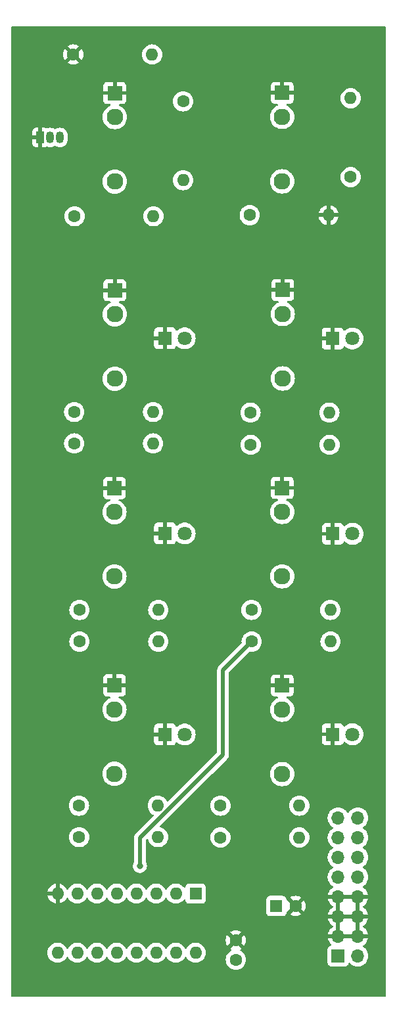
<source format=gbr>
%TF.GenerationSoftware,KiCad,Pcbnew,7.0.7*%
%TF.CreationDate,2025-01-17T09:26:31-05:00*%
%TF.ProjectId,ClockDiv_v2,436c6f63-6b44-4697-965f-76322e6b6963,rev?*%
%TF.SameCoordinates,Original*%
%TF.FileFunction,Copper,L2,Bot*%
%TF.FilePolarity,Positive*%
%FSLAX46Y46*%
G04 Gerber Fmt 4.6, Leading zero omitted, Abs format (unit mm)*
G04 Created by KiCad (PCBNEW 7.0.7) date 2025-01-17 09:26:31*
%MOMM*%
%LPD*%
G01*
G04 APERTURE LIST*
%TA.AperFunction,ComponentPad*%
%ADD10R,1.800000X1.800000*%
%TD*%
%TA.AperFunction,ComponentPad*%
%ADD11C,1.800000*%
%TD*%
%TA.AperFunction,ComponentPad*%
%ADD12C,1.600000*%
%TD*%
%TA.AperFunction,ComponentPad*%
%ADD13O,1.600000X1.600000*%
%TD*%
%TA.AperFunction,ComponentPad*%
%ADD14R,1.930000X1.830000*%
%TD*%
%TA.AperFunction,ComponentPad*%
%ADD15C,2.130000*%
%TD*%
%TA.AperFunction,ComponentPad*%
%ADD16R,1.600000X1.600000*%
%TD*%
%TA.AperFunction,ComponentPad*%
%ADD17R,1.050000X1.500000*%
%TD*%
%TA.AperFunction,ComponentPad*%
%ADD18O,1.050000X1.500000*%
%TD*%
%TA.AperFunction,ComponentPad*%
%ADD19R,1.700000X1.700000*%
%TD*%
%TA.AperFunction,ComponentPad*%
%ADD20O,1.700000X1.700000*%
%TD*%
%TA.AperFunction,ViaPad*%
%ADD21C,0.800000*%
%TD*%
%TA.AperFunction,Conductor*%
%ADD22C,0.500000*%
%TD*%
G04 APERTURE END LIST*
D10*
%TO.P,D3,1,K*%
%TO.N,GND*%
X135835000Y-94825000D03*
D11*
%TO.P,D3,2,A*%
%TO.N,Net-(D3-A)*%
X138375000Y-94825000D03*
%TD*%
D10*
%TO.P,D4,1,K*%
%TO.N,GND*%
X157460000Y-94875000D03*
D11*
%TO.P,D4,2,A*%
%TO.N,Net-(D4-A)*%
X160000000Y-94875000D03*
%TD*%
D12*
%TO.P,R9,1*%
%TO.N,Net-(J5-PadT)*%
X146850000Y-79250000D03*
D13*
%TO.P,R9,2*%
%TO.N,Net-(U1-Q1)*%
X157010000Y-79250000D03*
%TD*%
D10*
%TO.P,D6,1,K*%
%TO.N,GND*%
X157450000Y-120700000D03*
D11*
%TO.P,D6,2,A*%
%TO.N,Net-(D6-A)*%
X159990000Y-120700000D03*
%TD*%
D12*
%TO.P,R7,1*%
%TO.N,Net-(U1-Q0)*%
X124140000Y-83225000D03*
D13*
%TO.P,R7,2*%
%TO.N,Net-(D1-A)*%
X134300000Y-83225000D03*
%TD*%
D14*
%TO.P,J7,S*%
%TO.N,GND*%
X150925000Y-88950000D03*
D15*
%TO.P,J7,T*%
%TO.N,Net-(J7-PadT)*%
X150925000Y-100350000D03*
%TO.P,J7,TN*%
%TO.N,N/C*%
X150925000Y-92050000D03*
%TD*%
D14*
%TO.P,J9,S*%
%TO.N,GND*%
X150925000Y-114425000D03*
D15*
%TO.P,J9,T*%
%TO.N,Net-(J9-PadT)*%
X150925000Y-125825000D03*
%TO.P,J9,TN*%
%TO.N,N/C*%
X150925000Y-117525000D03*
%TD*%
D12*
%TO.P,R6,1*%
%TO.N,Net-(J4-PadT)*%
X124140000Y-79175000D03*
D13*
%TO.P,R6,2*%
%TO.N,Net-(U1-Q0)*%
X134300000Y-79175000D03*
%TD*%
D10*
%TO.P,D2,1,K*%
%TO.N,GND*%
X157450000Y-69700000D03*
D11*
%TO.P,D2,2,A*%
%TO.N,Net-(D2-A)*%
X159990000Y-69700000D03*
%TD*%
D12*
%TO.P,R5,1*%
%TO.N,Net-(U1-Reset)*%
X159750000Y-48900000D03*
D13*
%TO.P,R5,2*%
%TO.N,Net-(J3-PadT)*%
X159750000Y-38740000D03*
%TD*%
D12*
%TO.P,R11,1*%
%TO.N,Net-(J6-PadT)*%
X124815000Y-104675000D03*
D13*
%TO.P,R11,2*%
%TO.N,Net-(U1-Q2)*%
X134975000Y-104675000D03*
%TD*%
D14*
%TO.P,J6,S*%
%TO.N,GND*%
X129325000Y-88975000D03*
D15*
%TO.P,J6,T*%
%TO.N,Net-(J6-PadT)*%
X129325000Y-100375000D03*
%TO.P,J6,TN*%
%TO.N,N/C*%
X129325000Y-92075000D03*
%TD*%
D16*
%TO.P,U1,1,Q11*%
%TO.N,unconnected-(U1-Q11-Pad1)*%
X139775000Y-141225000D03*
D13*
%TO.P,U1,2,Q5*%
%TO.N,Net-(U1-Q5)*%
X137235000Y-141225000D03*
%TO.P,U1,3,Q4*%
%TO.N,Net-(U1-Q4)*%
X134695000Y-141225000D03*
%TO.P,U1,4,Q6*%
%TO.N,unconnected-(U1-Q6-Pad4)*%
X132155000Y-141225000D03*
%TO.P,U1,5,Q3*%
%TO.N,Net-(U1-Q3)*%
X129615000Y-141225000D03*
%TO.P,U1,6,Q2*%
%TO.N,Net-(U1-Q2)*%
X127075000Y-141225000D03*
%TO.P,U1,7,Q1*%
%TO.N,Net-(U1-Q1)*%
X124535000Y-141225000D03*
%TO.P,U1,8,VSS*%
%TO.N,GND*%
X121995000Y-141225000D03*
%TO.P,U1,9,Q0*%
%TO.N,Net-(U1-Q0)*%
X121995000Y-148845000D03*
%TO.P,U1,10,CLK*%
%TO.N,Net-(Q1-C)*%
X124535000Y-148845000D03*
%TO.P,U1,11,Reset*%
%TO.N,Net-(U1-Reset)*%
X127075000Y-148845000D03*
%TO.P,U1,12,Q8*%
%TO.N,unconnected-(U1-Q8-Pad12)*%
X129615000Y-148845000D03*
%TO.P,U1,13,Q7*%
%TO.N,unconnected-(U1-Q7-Pad13)*%
X132155000Y-148845000D03*
%TO.P,U1,14,Q9*%
%TO.N,unconnected-(U1-Q9-Pad14)*%
X134695000Y-148845000D03*
%TO.P,U1,15,Q10*%
%TO.N,unconnected-(U1-Q10-Pad15)*%
X137235000Y-148845000D03*
%TO.P,U1,16,VDD*%
%TO.N,+5V*%
X139775000Y-148845000D03*
%TD*%
D17*
%TO.P,Q1,1,E*%
%TO.N,GND*%
X119760000Y-43800000D03*
D18*
%TO.P,Q1,2,B*%
%TO.N,Net-(Q1-B)*%
X121030000Y-43800000D03*
%TO.P,Q1,3,C*%
%TO.N,Net-(Q1-C)*%
X122300000Y-43800000D03*
%TD*%
D12*
%TO.P,R3,1*%
%TO.N,Net-(Q1-B)*%
X138175000Y-39140000D03*
D13*
%TO.P,R3,2*%
%TO.N,Net-(J2-PadT)*%
X138175000Y-49300000D03*
%TD*%
D16*
%TO.P,C2,1*%
%TO.N,+5V*%
X150160000Y-142825000D03*
D12*
%TO.P,C2,2*%
%TO.N,GND*%
X152660000Y-142825000D03*
%TD*%
D14*
%TO.P,J8,S*%
%TO.N,GND*%
X129325000Y-114400000D03*
D15*
%TO.P,J8,T*%
%TO.N,Net-(J8-PadT)*%
X129325000Y-125800000D03*
%TO.P,J8,TN*%
%TO.N,N/C*%
X129325000Y-117500000D03*
%TD*%
D14*
%TO.P,J3,S*%
%TO.N,GND*%
X150925000Y-38050000D03*
D15*
%TO.P,J3,T*%
%TO.N,Net-(J3-PadT)*%
X150925000Y-49450000D03*
%TO.P,J3,TN*%
%TO.N,N/C*%
X150925000Y-41150000D03*
%TD*%
D12*
%TO.P,R13,1*%
%TO.N,Net-(J7-PadT)*%
X146975000Y-104675000D03*
D13*
%TO.P,R13,2*%
%TO.N,Net-(U1-Q3)*%
X157135000Y-104675000D03*
%TD*%
D12*
%TO.P,R15,1*%
%TO.N,Net-(J8-PadT)*%
X124750000Y-129900000D03*
D13*
%TO.P,R15,2*%
%TO.N,Net-(U1-Q4)*%
X134910000Y-129900000D03*
%TD*%
D12*
%TO.P,R12,1*%
%TO.N,Net-(U1-Q3)*%
X147000000Y-108750000D03*
D13*
%TO.P,R12,2*%
%TO.N,Net-(D4-A)*%
X157160000Y-108750000D03*
%TD*%
D10*
%TO.P,D5,1,K*%
%TO.N,GND*%
X135835000Y-120725000D03*
D11*
%TO.P,D5,2,A*%
%TO.N,Net-(D5-A)*%
X138375000Y-120725000D03*
%TD*%
D14*
%TO.P,J5,S*%
%TO.N,GND*%
X151000000Y-63450000D03*
D15*
%TO.P,J5,T*%
%TO.N,Net-(J5-PadT)*%
X151000000Y-74850000D03*
%TO.P,J5,TN*%
%TO.N,N/C*%
X151000000Y-66550000D03*
%TD*%
D14*
%TO.P,J2,S*%
%TO.N,GND*%
X129368095Y-38066967D03*
D15*
%TO.P,J2,T*%
%TO.N,Net-(J2-PadT)*%
X129368095Y-49466967D03*
%TO.P,J2,TN*%
%TO.N,N/C*%
X129368095Y-41166967D03*
%TD*%
D12*
%TO.P,R4,1*%
%TO.N,Net-(J3-PadT)*%
X146750000Y-53800000D03*
D13*
%TO.P,R4,2*%
%TO.N,GND*%
X156910000Y-53800000D03*
%TD*%
D14*
%TO.P,J4,S*%
%TO.N,GND*%
X129375000Y-63475000D03*
D15*
%TO.P,J4,T*%
%TO.N,Net-(J4-PadT)*%
X129375000Y-74875000D03*
%TO.P,J4,TN*%
%TO.N,N/C*%
X129375000Y-66575000D03*
%TD*%
D12*
%TO.P,R2,1*%
%TO.N,+5V*%
X124190000Y-53950000D03*
D13*
%TO.P,R2,2*%
%TO.N,Net-(Q1-C)*%
X134350000Y-53950000D03*
%TD*%
D12*
%TO.P,R10,1*%
%TO.N,Net-(U1-Q2)*%
X124815000Y-108750000D03*
D13*
%TO.P,R10,2*%
%TO.N,Net-(D3-A)*%
X134975000Y-108750000D03*
%TD*%
D12*
%TO.P,R8,1*%
%TO.N,Net-(U1-Q1)*%
X146875000Y-83400000D03*
D13*
%TO.P,R8,2*%
%TO.N,Net-(D2-A)*%
X157035000Y-83400000D03*
%TD*%
D12*
%TO.P,R14,1*%
%TO.N,Net-(U1-Q4)*%
X124775000Y-133950000D03*
D13*
%TO.P,R14,2*%
%TO.N,Net-(D5-A)*%
X134935000Y-133950000D03*
%TD*%
D12*
%TO.P,R1,1*%
%TO.N,GND*%
X124015000Y-33100000D03*
D13*
%TO.P,R1,2*%
%TO.N,Net-(Q1-B)*%
X134175000Y-33100000D03*
%TD*%
D12*
%TO.P,C1,1*%
%TO.N,+5V*%
X144960000Y-149750000D03*
%TO.P,C1,2*%
%TO.N,GND*%
X144960000Y-147250000D03*
%TD*%
%TO.P,R17,1*%
%TO.N,Net-(J9-PadT)*%
X142975000Y-129900000D03*
D13*
%TO.P,R17,2*%
%TO.N,Net-(U1-Q5)*%
X153135000Y-129900000D03*
%TD*%
D12*
%TO.P,R16,1*%
%TO.N,Net-(U1-Q5)*%
X142975000Y-134000000D03*
D13*
%TO.P,R16,2*%
%TO.N,Net-(D6-A)*%
X153135000Y-134000000D03*
%TD*%
D10*
%TO.P,D1,1,K*%
%TO.N,GND*%
X135835000Y-69675000D03*
D11*
%TO.P,D1,2,A*%
%TO.N,Net-(D1-A)*%
X138375000Y-69675000D03*
%TD*%
D19*
%TO.P,J10,1,Pin_1*%
%TO.N,-12V*%
X158135000Y-149255000D03*
D20*
%TO.P,J10,2,Pin_2*%
X160675000Y-149255000D03*
%TO.P,J10,3,Pin_3*%
%TO.N,GND*%
X158135000Y-146715000D03*
%TO.P,J10,4,Pin_4*%
X160675000Y-146715000D03*
%TO.P,J10,5,Pin_5*%
X158135000Y-144175000D03*
%TO.P,J10,6,Pin_6*%
X160675000Y-144175000D03*
%TO.P,J10,7,Pin_7*%
X158135000Y-141635000D03*
%TO.P,J10,8,Pin_8*%
X160675000Y-141635000D03*
%TO.P,J10,9,Pin_9*%
%TO.N,+12V*%
X158135000Y-139095000D03*
%TO.P,J10,10,Pin_10*%
X160675000Y-139095000D03*
%TO.P,J10,11,Pin_11*%
%TO.N,+5V*%
X158135000Y-136555000D03*
%TO.P,J10,12,Pin_12*%
X160675000Y-136555000D03*
%TO.P,J10,13,Pin_13*%
%TO.N,unconnected-(J10-Pin_13-Pad13)*%
X158135000Y-134015000D03*
%TO.P,J10,14,Pin_14*%
X160675000Y-134015000D03*
%TO.P,J10,15,Pin_15*%
%TO.N,unconnected-(J10-Pin_15-Pad15)*%
X158135000Y-131475000D03*
%TO.P,J10,16,Pin_16*%
X160675000Y-131475000D03*
%TD*%
D21*
%TO.N,Net-(U1-Q3)*%
X132600000Y-137675000D03*
%TD*%
D22*
%TO.N,Net-(U1-Q3)*%
X143300000Y-112450000D02*
X147000000Y-108750000D01*
X132600000Y-134050000D02*
X143300000Y-123350000D01*
X132600000Y-137675000D02*
X132600000Y-134050000D01*
X143300000Y-123350000D02*
X143300000Y-112450000D01*
%TD*%
%TA.AperFunction,Conductor*%
%TO.N,GND*%
G36*
X160128692Y-146484685D02*
G01*
X160174447Y-146537489D01*
X160184391Y-146606647D01*
X160180631Y-146623933D01*
X160175000Y-146643111D01*
X160175000Y-146786889D01*
X160178856Y-146800022D01*
X160180631Y-146806067D01*
X160180630Y-146875936D01*
X160142855Y-146934714D01*
X160079299Y-146963738D01*
X160061653Y-146965000D01*
X158748347Y-146965000D01*
X158681308Y-146945315D01*
X158635553Y-146892511D01*
X158625609Y-146823353D01*
X158629369Y-146806067D01*
X158631143Y-146800022D01*
X158635000Y-146786889D01*
X158635000Y-146643111D01*
X158629368Y-146623933D01*
X158629370Y-146554064D01*
X158667145Y-146495286D01*
X158730701Y-146466262D01*
X158748347Y-146465000D01*
X160061653Y-146465000D01*
X160128692Y-146484685D01*
G37*
%TD.AperFunction*%
%TA.AperFunction,Conductor*%
G36*
X158312512Y-144674507D02*
G01*
X158365315Y-144720262D01*
X158385000Y-144787301D01*
X158385000Y-146102698D01*
X158365315Y-146169737D01*
X158312511Y-146215492D01*
X158243355Y-146225436D01*
X158170766Y-146215000D01*
X158170763Y-146215000D01*
X158099237Y-146215000D01*
X158099233Y-146215000D01*
X158026645Y-146225436D01*
X157957487Y-146215492D01*
X157904684Y-146169736D01*
X157885000Y-146102698D01*
X157885000Y-144787301D01*
X157904685Y-144720262D01*
X157957489Y-144674507D01*
X158026647Y-144664563D01*
X158099237Y-144675000D01*
X158099238Y-144675000D01*
X158170762Y-144675000D01*
X158170763Y-144675000D01*
X158243353Y-144664563D01*
X158312512Y-144674507D01*
G37*
%TD.AperFunction*%
%TA.AperFunction,Conductor*%
G36*
X160852512Y-144674507D02*
G01*
X160905315Y-144720262D01*
X160925000Y-144787301D01*
X160925000Y-146102698D01*
X160905315Y-146169737D01*
X160852511Y-146215492D01*
X160783355Y-146225436D01*
X160710766Y-146215000D01*
X160710763Y-146215000D01*
X160639237Y-146215000D01*
X160639233Y-146215000D01*
X160566645Y-146225436D01*
X160497487Y-146215492D01*
X160444684Y-146169736D01*
X160425000Y-146102698D01*
X160425000Y-144787301D01*
X160444685Y-144720262D01*
X160497489Y-144674507D01*
X160566647Y-144664563D01*
X160639237Y-144675000D01*
X160639238Y-144675000D01*
X160710762Y-144675000D01*
X160710763Y-144675000D01*
X160783353Y-144664563D01*
X160852512Y-144674507D01*
G37*
%TD.AperFunction*%
%TA.AperFunction,Conductor*%
G36*
X160128692Y-143944685D02*
G01*
X160174447Y-143997489D01*
X160184391Y-144066647D01*
X160180631Y-144083933D01*
X160175000Y-144103111D01*
X160175000Y-144246888D01*
X160180631Y-144266067D01*
X160180630Y-144335936D01*
X160142855Y-144394714D01*
X160079299Y-144423738D01*
X160061653Y-144425000D01*
X158748347Y-144425000D01*
X158681308Y-144405315D01*
X158635553Y-144352511D01*
X158625609Y-144283353D01*
X158629369Y-144266067D01*
X158635000Y-144246888D01*
X158635000Y-144103111D01*
X158629369Y-144083933D01*
X158629370Y-144014064D01*
X158667145Y-143955286D01*
X158730701Y-143926262D01*
X158748347Y-143925000D01*
X160061653Y-143925000D01*
X160128692Y-143944685D01*
G37*
%TD.AperFunction*%
%TA.AperFunction,Conductor*%
G36*
X158312512Y-142134507D02*
G01*
X158365315Y-142180262D01*
X158385000Y-142247301D01*
X158385000Y-143562698D01*
X158365315Y-143629737D01*
X158312511Y-143675492D01*
X158243355Y-143685436D01*
X158170766Y-143675000D01*
X158170763Y-143675000D01*
X158099237Y-143675000D01*
X158099233Y-143675000D01*
X158026645Y-143685436D01*
X157957487Y-143675492D01*
X157904684Y-143629736D01*
X157885000Y-143562698D01*
X157885000Y-142247301D01*
X157904685Y-142180262D01*
X157957489Y-142134507D01*
X158026647Y-142124563D01*
X158099237Y-142135000D01*
X158099238Y-142135000D01*
X158170762Y-142135000D01*
X158170763Y-142135000D01*
X158243353Y-142124563D01*
X158312512Y-142134507D01*
G37*
%TD.AperFunction*%
%TA.AperFunction,Conductor*%
G36*
X160852512Y-142134507D02*
G01*
X160905315Y-142180262D01*
X160925000Y-142247301D01*
X160925000Y-143562698D01*
X160905315Y-143629737D01*
X160852511Y-143675492D01*
X160783355Y-143685436D01*
X160710766Y-143675000D01*
X160710763Y-143675000D01*
X160639237Y-143675000D01*
X160639233Y-143675000D01*
X160566645Y-143685436D01*
X160497487Y-143675492D01*
X160444684Y-143629736D01*
X160425000Y-143562698D01*
X160425000Y-142247301D01*
X160444685Y-142180262D01*
X160497489Y-142134507D01*
X160566647Y-142124563D01*
X160639237Y-142135000D01*
X160639238Y-142135000D01*
X160710762Y-142135000D01*
X160710763Y-142135000D01*
X160783353Y-142124563D01*
X160852512Y-142134507D01*
G37*
%TD.AperFunction*%
%TA.AperFunction,Conductor*%
G36*
X160128692Y-141404685D02*
G01*
X160174447Y-141457489D01*
X160184391Y-141526647D01*
X160180631Y-141543933D01*
X160175000Y-141563111D01*
X160175000Y-141706888D01*
X160180631Y-141726067D01*
X160180630Y-141795936D01*
X160142855Y-141854714D01*
X160079299Y-141883738D01*
X160061653Y-141885000D01*
X158748347Y-141885000D01*
X158681308Y-141865315D01*
X158635553Y-141812511D01*
X158625609Y-141743353D01*
X158629369Y-141726067D01*
X158635000Y-141706888D01*
X158635000Y-141563111D01*
X158629369Y-141543933D01*
X158629370Y-141474064D01*
X158667145Y-141415286D01*
X158730701Y-141386262D01*
X158748347Y-141385000D01*
X160061653Y-141385000D01*
X160128692Y-141404685D01*
G37*
%TD.AperFunction*%
%TA.AperFunction,Conductor*%
G36*
X164217863Y-29489760D02*
G01*
X164263618Y-29542564D01*
X164274824Y-29594075D01*
X164274824Y-154371139D01*
X164255139Y-154438178D01*
X164202335Y-154483933D01*
X164150888Y-154495139D01*
X116173888Y-154520010D01*
X116106839Y-154500360D01*
X116061056Y-154447580D01*
X116049824Y-154396010D01*
X116049824Y-148845001D01*
X120689532Y-148845001D01*
X120709364Y-149071686D01*
X120709366Y-149071697D01*
X120768258Y-149291488D01*
X120768261Y-149291497D01*
X120864431Y-149497732D01*
X120864432Y-149497734D01*
X120994954Y-149684141D01*
X121155858Y-149845045D01*
X121155861Y-149845047D01*
X121342266Y-149975568D01*
X121548504Y-150071739D01*
X121768308Y-150130635D01*
X121930230Y-150144801D01*
X121994998Y-150150468D01*
X121995000Y-150150468D01*
X121995002Y-150150468D01*
X122051672Y-150145509D01*
X122221692Y-150130635D01*
X122441496Y-150071739D01*
X122647734Y-149975568D01*
X122834139Y-149845047D01*
X122995047Y-149684139D01*
X123125568Y-149497734D01*
X123152618Y-149439724D01*
X123198790Y-149387285D01*
X123265983Y-149368133D01*
X123332865Y-149388348D01*
X123377382Y-149439725D01*
X123404429Y-149497728D01*
X123404432Y-149497734D01*
X123534954Y-149684141D01*
X123695858Y-149845045D01*
X123695861Y-149845047D01*
X123882266Y-149975568D01*
X124088504Y-150071739D01*
X124308308Y-150130635D01*
X124470230Y-150144801D01*
X124534998Y-150150468D01*
X124535000Y-150150468D01*
X124535002Y-150150468D01*
X124591673Y-150145509D01*
X124761692Y-150130635D01*
X124981496Y-150071739D01*
X125187734Y-149975568D01*
X125374139Y-149845047D01*
X125535047Y-149684139D01*
X125665568Y-149497734D01*
X125692618Y-149439724D01*
X125738790Y-149387285D01*
X125805983Y-149368133D01*
X125872865Y-149388348D01*
X125917382Y-149439725D01*
X125944429Y-149497728D01*
X125944432Y-149497734D01*
X126074954Y-149684141D01*
X126235858Y-149845045D01*
X126235861Y-149845047D01*
X126422266Y-149975568D01*
X126628504Y-150071739D01*
X126848308Y-150130635D01*
X127010230Y-150144801D01*
X127074998Y-150150468D01*
X127075000Y-150150468D01*
X127075002Y-150150468D01*
X127131673Y-150145509D01*
X127301692Y-150130635D01*
X127521496Y-150071739D01*
X127727734Y-149975568D01*
X127914139Y-149845047D01*
X128075047Y-149684139D01*
X128205568Y-149497734D01*
X128232619Y-149439721D01*
X128278788Y-149387286D01*
X128345981Y-149368133D01*
X128412862Y-149388348D01*
X128457380Y-149439722D01*
X128484432Y-149497734D01*
X128540316Y-149577546D01*
X128614954Y-149684141D01*
X128775858Y-149845045D01*
X128775861Y-149845047D01*
X128962266Y-149975568D01*
X129168504Y-150071739D01*
X129388308Y-150130635D01*
X129550230Y-150144801D01*
X129614998Y-150150468D01*
X129615000Y-150150468D01*
X129615002Y-150150468D01*
X129671672Y-150145509D01*
X129841692Y-150130635D01*
X130061496Y-150071739D01*
X130267734Y-149975568D01*
X130454139Y-149845047D01*
X130615047Y-149684139D01*
X130745568Y-149497734D01*
X130772619Y-149439721D01*
X130818788Y-149387286D01*
X130885981Y-149368133D01*
X130952862Y-149388348D01*
X130997380Y-149439722D01*
X131024432Y-149497734D01*
X131080316Y-149577546D01*
X131154954Y-149684141D01*
X131315858Y-149845045D01*
X131315861Y-149845047D01*
X131502266Y-149975568D01*
X131708504Y-150071739D01*
X131928308Y-150130635D01*
X132090230Y-150144801D01*
X132154998Y-150150468D01*
X132155000Y-150150468D01*
X132155002Y-150150468D01*
X132211672Y-150145509D01*
X132381692Y-150130635D01*
X132601496Y-150071739D01*
X132807734Y-149975568D01*
X132994139Y-149845047D01*
X133155047Y-149684139D01*
X133285568Y-149497734D01*
X133312619Y-149439721D01*
X133358788Y-149387286D01*
X133425981Y-149368133D01*
X133492862Y-149388348D01*
X133537380Y-149439722D01*
X133564432Y-149497734D01*
X133620317Y-149577546D01*
X133694954Y-149684141D01*
X133855858Y-149845045D01*
X133855861Y-149845047D01*
X134042266Y-149975568D01*
X134248504Y-150071739D01*
X134468308Y-150130635D01*
X134630230Y-150144801D01*
X134694998Y-150150468D01*
X134695000Y-150150468D01*
X134695002Y-150150468D01*
X134751673Y-150145509D01*
X134921692Y-150130635D01*
X135141496Y-150071739D01*
X135347734Y-149975568D01*
X135534139Y-149845047D01*
X135695047Y-149684139D01*
X135825568Y-149497734D01*
X135852618Y-149439724D01*
X135898790Y-149387285D01*
X135965983Y-149368133D01*
X136032865Y-149388348D01*
X136077382Y-149439725D01*
X136104429Y-149497728D01*
X136104432Y-149497734D01*
X136234954Y-149684141D01*
X136395858Y-149845045D01*
X136395861Y-149845047D01*
X136582266Y-149975568D01*
X136788504Y-150071739D01*
X137008308Y-150130635D01*
X137170230Y-150144801D01*
X137234998Y-150150468D01*
X137235000Y-150150468D01*
X137235002Y-150150468D01*
X137291673Y-150145509D01*
X137461692Y-150130635D01*
X137681496Y-150071739D01*
X137887734Y-149975568D01*
X138074139Y-149845047D01*
X138235047Y-149684139D01*
X138365568Y-149497734D01*
X138392618Y-149439724D01*
X138438790Y-149387285D01*
X138505983Y-149368133D01*
X138572865Y-149388348D01*
X138617382Y-149439725D01*
X138644429Y-149497728D01*
X138644432Y-149497734D01*
X138774954Y-149684141D01*
X138935858Y-149845045D01*
X138935861Y-149845047D01*
X139122266Y-149975568D01*
X139328504Y-150071739D01*
X139548308Y-150130635D01*
X139710230Y-150144801D01*
X139774998Y-150150468D01*
X139775000Y-150150468D01*
X139775002Y-150150468D01*
X139831672Y-150145509D01*
X140001692Y-150130635D01*
X140221496Y-150071739D01*
X140427734Y-149975568D01*
X140614139Y-149845047D01*
X140709185Y-149750001D01*
X143654532Y-149750001D01*
X143674364Y-149976686D01*
X143674366Y-149976697D01*
X143733258Y-150196488D01*
X143733261Y-150196497D01*
X143829431Y-150402732D01*
X143829432Y-150402734D01*
X143959954Y-150589141D01*
X144120858Y-150750045D01*
X144120861Y-150750047D01*
X144307266Y-150880568D01*
X144513504Y-150976739D01*
X144733308Y-151035635D01*
X144895230Y-151049801D01*
X144959998Y-151055468D01*
X144960000Y-151055468D01*
X144960002Y-151055468D01*
X145016673Y-151050509D01*
X145186692Y-151035635D01*
X145406496Y-150976739D01*
X145612734Y-150880568D01*
X145799139Y-150750047D01*
X145960047Y-150589139D01*
X146090568Y-150402734D01*
X146186739Y-150196496D01*
X146245635Y-149976692D01*
X146265468Y-149750000D01*
X146262726Y-149718664D01*
X146245635Y-149523313D01*
X146245635Y-149523308D01*
X146186739Y-149303504D01*
X146090568Y-149097266D01*
X145960047Y-148910861D01*
X145960045Y-148910858D01*
X145799141Y-148749954D01*
X145612734Y-148619432D01*
X145612730Y-148619430D01*
X145597022Y-148612105D01*
X145544583Y-148565931D01*
X145525433Y-148498737D01*
X145545650Y-148431857D01*
X145597028Y-148387340D01*
X145612481Y-148380134D01*
X145685472Y-148329025D01*
X145143866Y-147787419D01*
X145110381Y-147726096D01*
X145115365Y-147656404D01*
X145157237Y-147600471D01*
X145175245Y-147589258D01*
X145198045Y-147577641D01*
X145287641Y-147488045D01*
X145299254Y-147465252D01*
X145347225Y-147414458D01*
X145415046Y-147397661D01*
X145481181Y-147420197D01*
X145497419Y-147433866D01*
X146039025Y-147975472D01*
X146090136Y-147902478D01*
X146186264Y-147696331D01*
X146186269Y-147696317D01*
X146245139Y-147476610D01*
X146245141Y-147476599D01*
X146264966Y-147250002D01*
X146264966Y-147249997D01*
X146245141Y-147023400D01*
X146245139Y-147023389D01*
X146186269Y-146803682D01*
X146186265Y-146803673D01*
X146090133Y-146597516D01*
X146090131Y-146597512D01*
X146039026Y-146524526D01*
X146039025Y-146524526D01*
X145497419Y-147066132D01*
X145436096Y-147099617D01*
X145366404Y-147094633D01*
X145310471Y-147052761D01*
X145299256Y-147034751D01*
X145287641Y-147011955D01*
X145287637Y-147011951D01*
X145287636Y-147011949D01*
X145198050Y-146922363D01*
X145198044Y-146922358D01*
X145188109Y-146917296D01*
X145175250Y-146910744D01*
X145124456Y-146862773D01*
X145107660Y-146794952D01*
X145130197Y-146728817D01*
X145143865Y-146712580D01*
X145685472Y-146170973D01*
X145612483Y-146119866D01*
X145612481Y-146119865D01*
X145406326Y-146023734D01*
X145406317Y-146023730D01*
X145186610Y-145964860D01*
X145186599Y-145964858D01*
X144960002Y-145945034D01*
X144959998Y-145945034D01*
X144733400Y-145964858D01*
X144733389Y-145964860D01*
X144513682Y-146023730D01*
X144513673Y-146023734D01*
X144307513Y-146119868D01*
X144234526Y-146170973D01*
X144776133Y-146712580D01*
X144809618Y-146773903D01*
X144804634Y-146843595D01*
X144762762Y-146899528D01*
X144744748Y-146910745D01*
X144721956Y-146922358D01*
X144721949Y-146922363D01*
X144632363Y-147011949D01*
X144632358Y-147011956D01*
X144620745Y-147034748D01*
X144572770Y-147085544D01*
X144504949Y-147102338D01*
X144438814Y-147079800D01*
X144422580Y-147066133D01*
X143880973Y-146524526D01*
X143829868Y-146597513D01*
X143733734Y-146803673D01*
X143733730Y-146803682D01*
X143674860Y-147023389D01*
X143674858Y-147023400D01*
X143655034Y-147249997D01*
X143655034Y-147250002D01*
X143674858Y-147476599D01*
X143674860Y-147476610D01*
X143733730Y-147696317D01*
X143733734Y-147696326D01*
X143829865Y-147902481D01*
X143829866Y-147902483D01*
X143880973Y-147975471D01*
X143880973Y-147975472D01*
X144422580Y-147433865D01*
X144483903Y-147400380D01*
X144553594Y-147405364D01*
X144609528Y-147447235D01*
X144620742Y-147465246D01*
X144626527Y-147476599D01*
X144632358Y-147488044D01*
X144632363Y-147488050D01*
X144721949Y-147577636D01*
X144721951Y-147577637D01*
X144721955Y-147577641D01*
X144744747Y-147589254D01*
X144795542Y-147637228D01*
X144812337Y-147705049D01*
X144789799Y-147771184D01*
X144776132Y-147787419D01*
X144234526Y-148329025D01*
X144234526Y-148329026D01*
X144307512Y-148380131D01*
X144307515Y-148380132D01*
X144322974Y-148387341D01*
X144375414Y-148433513D01*
X144394567Y-148500706D01*
X144374352Y-148567587D01*
X144322978Y-148612105D01*
X144307269Y-148619430D01*
X144307265Y-148619432D01*
X144120858Y-148749954D01*
X143959954Y-148910858D01*
X143829432Y-149097265D01*
X143829431Y-149097267D01*
X143733261Y-149303502D01*
X143733258Y-149303511D01*
X143674366Y-149523302D01*
X143674364Y-149523313D01*
X143654532Y-149749998D01*
X143654532Y-149750001D01*
X140709185Y-149750001D01*
X140775047Y-149684139D01*
X140905568Y-149497734D01*
X141001739Y-149291496D01*
X141060635Y-149071692D01*
X141080468Y-148845000D01*
X141060635Y-148618308D01*
X141001739Y-148398504D01*
X140905568Y-148192266D01*
X140775047Y-148005861D01*
X140775045Y-148005858D01*
X140614141Y-147844954D01*
X140427734Y-147714432D01*
X140427732Y-147714431D01*
X140221497Y-147618261D01*
X140221488Y-147618258D01*
X140001697Y-147559366D01*
X140001693Y-147559365D01*
X140001692Y-147559365D01*
X140001691Y-147559364D01*
X140001686Y-147559364D01*
X139775002Y-147539532D01*
X139774998Y-147539532D01*
X139548313Y-147559364D01*
X139548302Y-147559366D01*
X139328511Y-147618258D01*
X139328502Y-147618261D01*
X139122267Y-147714431D01*
X139122265Y-147714432D01*
X138935858Y-147844954D01*
X138774954Y-148005858D01*
X138644432Y-148192265D01*
X138644431Y-148192267D01*
X138617382Y-148250275D01*
X138571209Y-148302714D01*
X138504016Y-148321866D01*
X138437135Y-148301650D01*
X138392618Y-148250275D01*
X138365568Y-148192267D01*
X138365567Y-148192265D01*
X138344845Y-148162671D01*
X138235047Y-148005861D01*
X138235045Y-148005858D01*
X138074141Y-147844954D01*
X137887734Y-147714432D01*
X137887732Y-147714431D01*
X137681497Y-147618261D01*
X137681488Y-147618258D01*
X137461697Y-147559366D01*
X137461693Y-147559365D01*
X137461692Y-147559365D01*
X137461691Y-147559364D01*
X137461686Y-147559364D01*
X137235002Y-147539532D01*
X137234998Y-147539532D01*
X137008313Y-147559364D01*
X137008302Y-147559366D01*
X136788511Y-147618258D01*
X136788502Y-147618261D01*
X136582267Y-147714431D01*
X136582265Y-147714432D01*
X136395858Y-147844954D01*
X136234954Y-148005858D01*
X136104432Y-148192265D01*
X136104431Y-148192267D01*
X136077382Y-148250275D01*
X136031209Y-148302714D01*
X135964016Y-148321866D01*
X135897135Y-148301650D01*
X135852618Y-148250275D01*
X135825568Y-148192267D01*
X135825567Y-148192265D01*
X135804845Y-148162671D01*
X135695047Y-148005861D01*
X135695045Y-148005858D01*
X135534141Y-147844954D01*
X135347734Y-147714432D01*
X135347732Y-147714431D01*
X135141497Y-147618261D01*
X135141488Y-147618258D01*
X134921697Y-147559366D01*
X134921693Y-147559365D01*
X134921692Y-147559365D01*
X134921691Y-147559364D01*
X134921686Y-147559364D01*
X134695002Y-147539532D01*
X134694998Y-147539532D01*
X134468313Y-147559364D01*
X134468302Y-147559366D01*
X134248511Y-147618258D01*
X134248502Y-147618261D01*
X134042267Y-147714431D01*
X134042265Y-147714432D01*
X133855858Y-147844954D01*
X133694954Y-148005858D01*
X133564432Y-148192265D01*
X133564431Y-148192267D01*
X133537382Y-148250275D01*
X133491209Y-148302714D01*
X133424016Y-148321866D01*
X133357135Y-148301650D01*
X133312618Y-148250275D01*
X133285568Y-148192267D01*
X133285567Y-148192265D01*
X133264845Y-148162671D01*
X133155047Y-148005861D01*
X133155045Y-148005858D01*
X132994141Y-147844954D01*
X132807734Y-147714432D01*
X132807732Y-147714431D01*
X132601497Y-147618261D01*
X132601488Y-147618258D01*
X132381697Y-147559366D01*
X132381693Y-147559365D01*
X132381692Y-147559365D01*
X132381691Y-147559364D01*
X132381686Y-147559364D01*
X132155002Y-147539532D01*
X132154998Y-147539532D01*
X131928313Y-147559364D01*
X131928302Y-147559366D01*
X131708511Y-147618258D01*
X131708502Y-147618261D01*
X131502267Y-147714431D01*
X131502265Y-147714432D01*
X131315858Y-147844954D01*
X131154954Y-148005858D01*
X131024432Y-148192265D01*
X131024431Y-148192267D01*
X130997382Y-148250275D01*
X130951209Y-148302714D01*
X130884016Y-148321866D01*
X130817135Y-148301650D01*
X130772618Y-148250275D01*
X130745568Y-148192267D01*
X130745567Y-148192265D01*
X130724845Y-148162671D01*
X130615047Y-148005861D01*
X130615045Y-148005858D01*
X130454141Y-147844954D01*
X130267734Y-147714432D01*
X130267732Y-147714431D01*
X130061497Y-147618261D01*
X130061488Y-147618258D01*
X129841697Y-147559366D01*
X129841693Y-147559365D01*
X129841692Y-147559365D01*
X129841691Y-147559364D01*
X129841686Y-147559364D01*
X129615002Y-147539532D01*
X129614998Y-147539532D01*
X129388313Y-147559364D01*
X129388302Y-147559366D01*
X129168511Y-147618258D01*
X129168502Y-147618261D01*
X128962267Y-147714431D01*
X128962265Y-147714432D01*
X128775858Y-147844954D01*
X128614954Y-148005858D01*
X128484432Y-148192265D01*
X128484431Y-148192267D01*
X128457382Y-148250275D01*
X128411209Y-148302714D01*
X128344016Y-148321866D01*
X128277135Y-148301650D01*
X128232618Y-148250275D01*
X128205568Y-148192267D01*
X128205567Y-148192265D01*
X128184845Y-148162671D01*
X128075047Y-148005861D01*
X128075045Y-148005858D01*
X127914141Y-147844954D01*
X127727734Y-147714432D01*
X127727732Y-147714431D01*
X127521497Y-147618261D01*
X127521488Y-147618258D01*
X127301697Y-147559366D01*
X127301693Y-147559365D01*
X127301692Y-147559365D01*
X127301691Y-147559364D01*
X127301686Y-147559364D01*
X127075002Y-147539532D01*
X127074998Y-147539532D01*
X126848313Y-147559364D01*
X126848302Y-147559366D01*
X126628511Y-147618258D01*
X126628502Y-147618261D01*
X126422267Y-147714431D01*
X126422265Y-147714432D01*
X126235858Y-147844954D01*
X126074954Y-148005858D01*
X125944432Y-148192265D01*
X125944431Y-148192267D01*
X125917382Y-148250275D01*
X125871209Y-148302714D01*
X125804016Y-148321866D01*
X125737135Y-148301650D01*
X125692618Y-148250275D01*
X125665568Y-148192267D01*
X125665567Y-148192265D01*
X125644845Y-148162671D01*
X125535047Y-148005861D01*
X125535045Y-148005858D01*
X125374141Y-147844954D01*
X125187734Y-147714432D01*
X125187732Y-147714431D01*
X124981497Y-147618261D01*
X124981488Y-147618258D01*
X124761697Y-147559366D01*
X124761693Y-147559365D01*
X124761692Y-147559365D01*
X124761691Y-147559364D01*
X124761686Y-147559364D01*
X124535002Y-147539532D01*
X124534998Y-147539532D01*
X124308313Y-147559364D01*
X124308302Y-147559366D01*
X124088511Y-147618258D01*
X124088502Y-147618261D01*
X123882267Y-147714431D01*
X123882265Y-147714432D01*
X123695858Y-147844954D01*
X123534954Y-148005858D01*
X123404432Y-148192265D01*
X123404431Y-148192267D01*
X123377382Y-148250275D01*
X123331209Y-148302714D01*
X123264016Y-148321866D01*
X123197135Y-148301650D01*
X123152618Y-148250275D01*
X123125568Y-148192267D01*
X123125567Y-148192265D01*
X123104845Y-148162671D01*
X122995047Y-148005861D01*
X122995045Y-148005858D01*
X122834141Y-147844954D01*
X122647734Y-147714432D01*
X122647732Y-147714431D01*
X122441497Y-147618261D01*
X122441488Y-147618258D01*
X122221697Y-147559366D01*
X122221693Y-147559365D01*
X122221692Y-147559365D01*
X122221691Y-147559364D01*
X122221686Y-147559364D01*
X121995002Y-147539532D01*
X121994998Y-147539532D01*
X121768313Y-147559364D01*
X121768302Y-147559366D01*
X121548511Y-147618258D01*
X121548502Y-147618261D01*
X121342267Y-147714431D01*
X121342265Y-147714432D01*
X121155858Y-147844954D01*
X120994954Y-148005858D01*
X120864432Y-148192265D01*
X120864431Y-148192267D01*
X120768261Y-148398502D01*
X120768258Y-148398511D01*
X120709366Y-148618302D01*
X120709364Y-148618313D01*
X120689532Y-148844998D01*
X120689532Y-148845001D01*
X116049824Y-148845001D01*
X116049824Y-143672870D01*
X148859500Y-143672870D01*
X148859501Y-143672876D01*
X148865908Y-143732483D01*
X148916202Y-143867328D01*
X148916206Y-143867335D01*
X149002452Y-143982544D01*
X149002455Y-143982547D01*
X149117664Y-144068793D01*
X149117671Y-144068797D01*
X149252517Y-144119091D01*
X149252516Y-144119091D01*
X149259444Y-144119835D01*
X149312127Y-144125500D01*
X151007872Y-144125499D01*
X151067483Y-144119091D01*
X151202331Y-144068796D01*
X151317546Y-143982546D01*
X151403796Y-143867331D01*
X151454091Y-143732483D01*
X151460500Y-143672873D01*
X151460499Y-143672845D01*
X151460678Y-143669547D01*
X151462183Y-143669627D01*
X151480112Y-143608326D01*
X151532868Y-143562514D01*
X151576464Y-143554981D01*
X152122580Y-143008865D01*
X152183903Y-142975380D01*
X152253594Y-142980364D01*
X152309528Y-143022235D01*
X152320742Y-143040246D01*
X152326527Y-143051599D01*
X152332358Y-143063044D01*
X152332363Y-143063050D01*
X152421949Y-143152636D01*
X152421951Y-143152637D01*
X152421955Y-143152641D01*
X152444747Y-143164254D01*
X152495542Y-143212228D01*
X152512337Y-143280049D01*
X152489799Y-143346184D01*
X152476132Y-143362419D01*
X151934526Y-143904025D01*
X151934526Y-143904026D01*
X152007512Y-143955131D01*
X152007516Y-143955133D01*
X152213673Y-144051265D01*
X152213682Y-144051269D01*
X152433389Y-144110139D01*
X152433400Y-144110141D01*
X152659998Y-144129966D01*
X152660002Y-144129966D01*
X152886599Y-144110141D01*
X152886610Y-144110139D01*
X153106317Y-144051269D01*
X153106331Y-144051264D01*
X153312478Y-143955136D01*
X153385472Y-143904025D01*
X152843866Y-143362419D01*
X152810381Y-143301096D01*
X152815365Y-143231404D01*
X152857237Y-143175471D01*
X152875245Y-143164258D01*
X152898045Y-143152641D01*
X152987641Y-143063045D01*
X152999254Y-143040252D01*
X153047225Y-142989458D01*
X153115046Y-142972661D01*
X153181181Y-142995197D01*
X153197419Y-143008866D01*
X153739025Y-143550472D01*
X153790136Y-143477478D01*
X153886264Y-143271331D01*
X153886269Y-143271317D01*
X153945139Y-143051610D01*
X153945141Y-143051599D01*
X153964966Y-142825002D01*
X153964966Y-142824997D01*
X153945141Y-142598400D01*
X153945139Y-142598389D01*
X153886269Y-142378682D01*
X153886265Y-142378673D01*
X153790133Y-142172516D01*
X153790131Y-142172512D01*
X153739026Y-142099526D01*
X153739025Y-142099526D01*
X153197419Y-142641132D01*
X153136096Y-142674617D01*
X153066404Y-142669633D01*
X153010471Y-142627761D01*
X152999256Y-142609751D01*
X152987641Y-142586955D01*
X152987637Y-142586951D01*
X152987636Y-142586949D01*
X152898050Y-142497363D01*
X152898044Y-142497358D01*
X152888109Y-142492296D01*
X152875250Y-142485744D01*
X152824456Y-142437773D01*
X152807660Y-142369952D01*
X152830197Y-142303817D01*
X152843865Y-142287580D01*
X153385472Y-141745973D01*
X153312483Y-141694866D01*
X153312481Y-141694865D01*
X153106326Y-141598734D01*
X153106317Y-141598730D01*
X152886610Y-141539860D01*
X152886599Y-141539858D01*
X152660002Y-141520034D01*
X152659998Y-141520034D01*
X152433400Y-141539858D01*
X152433389Y-141539860D01*
X152213682Y-141598730D01*
X152213673Y-141598734D01*
X152007513Y-141694868D01*
X151934526Y-141745973D01*
X152476133Y-142287580D01*
X152509618Y-142348903D01*
X152504634Y-142418595D01*
X152462762Y-142474528D01*
X152444748Y-142485745D01*
X152421956Y-142497358D01*
X152421949Y-142497363D01*
X152332363Y-142586949D01*
X152332358Y-142586956D01*
X152320745Y-142609748D01*
X152272770Y-142660544D01*
X152204949Y-142677338D01*
X152138814Y-142654800D01*
X152122580Y-142641133D01*
X151575797Y-142094351D01*
X151526805Y-142084505D01*
X151476623Y-142035889D01*
X151461981Y-141980366D01*
X151460900Y-141980423D01*
X151460854Y-141980429D01*
X151460853Y-141980426D01*
X151460676Y-141980436D01*
X151460499Y-141977135D01*
X151460499Y-141977128D01*
X151454091Y-141917517D01*
X151441492Y-141883738D01*
X151403797Y-141782671D01*
X151403793Y-141782664D01*
X151317547Y-141667455D01*
X151317544Y-141667452D01*
X151202335Y-141581206D01*
X151202328Y-141581202D01*
X151067482Y-141530908D01*
X151067483Y-141530908D01*
X151007883Y-141524501D01*
X151007881Y-141524500D01*
X151007873Y-141524500D01*
X151007864Y-141524500D01*
X149312129Y-141524500D01*
X149312123Y-141524501D01*
X149252516Y-141530908D01*
X149117671Y-141581202D01*
X149117664Y-141581206D01*
X149002455Y-141667452D01*
X149002452Y-141667455D01*
X148916206Y-141782664D01*
X148916202Y-141782671D01*
X148865908Y-141917517D01*
X148860718Y-141965798D01*
X148859501Y-141977123D01*
X148859500Y-141977135D01*
X148859500Y-143672870D01*
X116049824Y-143672870D01*
X116049824Y-140974999D01*
X120716127Y-140974999D01*
X120716128Y-140975000D01*
X121484424Y-140975000D01*
X121551463Y-140994685D01*
X121597218Y-141047489D01*
X121607162Y-141116647D01*
X121606897Y-141118397D01*
X121590014Y-141224996D01*
X121590014Y-141225003D01*
X121606897Y-141331603D01*
X121597942Y-141400896D01*
X121552946Y-141454348D01*
X121486194Y-141474987D01*
X121484424Y-141475000D01*
X120716128Y-141475000D01*
X120768730Y-141671317D01*
X120768734Y-141671326D01*
X120864865Y-141877482D01*
X120995342Y-142063820D01*
X121156179Y-142224657D01*
X121342517Y-142355134D01*
X121548673Y-142451265D01*
X121548679Y-142451268D01*
X121744998Y-142503871D01*
X121744999Y-142503871D01*
X121744999Y-141735575D01*
X121764684Y-141668536D01*
X121817488Y-141622781D01*
X121886646Y-141612837D01*
X121888353Y-141613095D01*
X121913583Y-141617091D01*
X121963515Y-141625000D01*
X121963519Y-141625000D01*
X122026485Y-141625000D01*
X122069300Y-141618218D01*
X122101602Y-141613102D01*
X122170894Y-141622056D01*
X122224347Y-141667052D01*
X122244987Y-141733803D01*
X122245000Y-141735575D01*
X122245000Y-142503872D01*
X122441317Y-142451269D01*
X122441326Y-142451265D01*
X122647482Y-142355134D01*
X122833820Y-142224657D01*
X122994657Y-142063820D01*
X123125132Y-141877484D01*
X123152341Y-141819134D01*
X123198513Y-141766695D01*
X123265707Y-141747542D01*
X123332588Y-141767757D01*
X123377106Y-141819133D01*
X123404431Y-141877732D01*
X123404432Y-141877734D01*
X123534954Y-142064141D01*
X123695858Y-142225045D01*
X123695861Y-142225047D01*
X123882266Y-142355568D01*
X124088504Y-142451739D01*
X124308308Y-142510635D01*
X124470230Y-142524801D01*
X124534998Y-142530468D01*
X124535000Y-142530468D01*
X124535002Y-142530468D01*
X124591807Y-142525498D01*
X124761692Y-142510635D01*
X124981496Y-142451739D01*
X125187734Y-142355568D01*
X125374139Y-142225047D01*
X125535047Y-142064139D01*
X125665568Y-141877734D01*
X125692618Y-141819724D01*
X125738790Y-141767285D01*
X125805983Y-141748133D01*
X125872865Y-141768348D01*
X125917382Y-141819725D01*
X125944429Y-141877728D01*
X125944432Y-141877734D01*
X126074954Y-142064141D01*
X126235858Y-142225045D01*
X126235861Y-142225047D01*
X126422266Y-142355568D01*
X126628504Y-142451739D01*
X126848308Y-142510635D01*
X127010230Y-142524801D01*
X127074998Y-142530468D01*
X127075000Y-142530468D01*
X127075002Y-142530468D01*
X127131807Y-142525498D01*
X127301692Y-142510635D01*
X127521496Y-142451739D01*
X127727734Y-142355568D01*
X127914139Y-142225047D01*
X128075047Y-142064139D01*
X128205568Y-141877734D01*
X128232618Y-141819724D01*
X128278790Y-141767285D01*
X128345983Y-141748133D01*
X128412865Y-141768348D01*
X128457382Y-141819725D01*
X128484429Y-141877728D01*
X128484432Y-141877734D01*
X128614954Y-142064141D01*
X128775858Y-142225045D01*
X128775861Y-142225047D01*
X128962266Y-142355568D01*
X129168504Y-142451739D01*
X129388308Y-142510635D01*
X129550230Y-142524801D01*
X129614998Y-142530468D01*
X129615000Y-142530468D01*
X129615002Y-142530468D01*
X129671807Y-142525498D01*
X129841692Y-142510635D01*
X130061496Y-142451739D01*
X130267734Y-142355568D01*
X130454139Y-142225047D01*
X130615047Y-142064139D01*
X130745568Y-141877734D01*
X130772618Y-141819724D01*
X130818790Y-141767285D01*
X130885983Y-141748133D01*
X130952865Y-141768348D01*
X130997382Y-141819725D01*
X131024429Y-141877728D01*
X131024432Y-141877734D01*
X131154954Y-142064141D01*
X131315858Y-142225045D01*
X131315861Y-142225047D01*
X131502266Y-142355568D01*
X131708504Y-142451739D01*
X131928308Y-142510635D01*
X132090230Y-142524801D01*
X132154998Y-142530468D01*
X132155000Y-142530468D01*
X132155002Y-142530468D01*
X132211807Y-142525498D01*
X132381692Y-142510635D01*
X132601496Y-142451739D01*
X132807734Y-142355568D01*
X132994139Y-142225047D01*
X133155047Y-142064139D01*
X133285568Y-141877734D01*
X133312618Y-141819724D01*
X133358790Y-141767285D01*
X133425983Y-141748133D01*
X133492865Y-141768348D01*
X133537382Y-141819725D01*
X133564429Y-141877728D01*
X133564432Y-141877734D01*
X133694954Y-142064141D01*
X133855858Y-142225045D01*
X133855861Y-142225047D01*
X134042266Y-142355568D01*
X134248504Y-142451739D01*
X134468308Y-142510635D01*
X134630230Y-142524801D01*
X134694998Y-142530468D01*
X134695000Y-142530468D01*
X134695002Y-142530468D01*
X134751807Y-142525498D01*
X134921692Y-142510635D01*
X135141496Y-142451739D01*
X135347734Y-142355568D01*
X135534139Y-142225047D01*
X135695047Y-142064139D01*
X135825568Y-141877734D01*
X135852618Y-141819724D01*
X135898790Y-141767285D01*
X135965983Y-141748133D01*
X136032865Y-141768348D01*
X136077382Y-141819725D01*
X136104429Y-141877728D01*
X136104432Y-141877734D01*
X136234954Y-142064141D01*
X136395858Y-142225045D01*
X136395861Y-142225047D01*
X136582266Y-142355568D01*
X136788504Y-142451739D01*
X137008308Y-142510635D01*
X137170230Y-142524801D01*
X137234998Y-142530468D01*
X137235000Y-142530468D01*
X137235002Y-142530468D01*
X137291807Y-142525498D01*
X137461692Y-142510635D01*
X137681496Y-142451739D01*
X137887734Y-142355568D01*
X138074139Y-142225047D01*
X138235047Y-142064139D01*
X138252271Y-142039539D01*
X138306848Y-141995913D01*
X138376346Y-141988718D01*
X138438701Y-142020239D01*
X138474116Y-142080468D01*
X138477138Y-142097406D01*
X138480908Y-142132483D01*
X138531202Y-142267328D01*
X138531206Y-142267335D01*
X138617452Y-142382544D01*
X138617455Y-142382547D01*
X138732664Y-142468793D01*
X138732671Y-142468797D01*
X138867517Y-142519091D01*
X138867516Y-142519091D01*
X138874444Y-142519835D01*
X138927127Y-142525500D01*
X140622872Y-142525499D01*
X140682483Y-142519091D01*
X140817331Y-142468796D01*
X140932546Y-142382546D01*
X141018796Y-142267331D01*
X141069091Y-142132483D01*
X141075500Y-142072873D01*
X141075499Y-140377128D01*
X141069091Y-140317517D01*
X141051008Y-140269035D01*
X141018797Y-140182671D01*
X141018793Y-140182664D01*
X140932547Y-140067455D01*
X140932544Y-140067452D01*
X140817335Y-139981206D01*
X140817328Y-139981202D01*
X140682482Y-139930908D01*
X140682483Y-139930908D01*
X140622883Y-139924501D01*
X140622881Y-139924500D01*
X140622873Y-139924500D01*
X140622864Y-139924500D01*
X138927129Y-139924500D01*
X138927123Y-139924501D01*
X138867516Y-139930908D01*
X138732671Y-139981202D01*
X138732664Y-139981206D01*
X138617455Y-140067452D01*
X138617452Y-140067455D01*
X138531206Y-140182664D01*
X138531202Y-140182671D01*
X138480908Y-140317516D01*
X138477137Y-140352596D01*
X138450398Y-140417146D01*
X138393006Y-140456994D01*
X138323180Y-140459487D01*
X138263092Y-140423834D01*
X138252273Y-140410462D01*
X138235045Y-140385858D01*
X138074141Y-140224954D01*
X137887734Y-140094432D01*
X137887732Y-140094431D01*
X137681497Y-139998261D01*
X137681488Y-139998258D01*
X137461697Y-139939366D01*
X137461693Y-139939365D01*
X137461692Y-139939365D01*
X137461691Y-139939364D01*
X137461686Y-139939364D01*
X137235002Y-139919532D01*
X137234998Y-139919532D01*
X137008313Y-139939364D01*
X137008302Y-139939366D01*
X136788511Y-139998258D01*
X136788502Y-139998261D01*
X136582267Y-140094431D01*
X136582265Y-140094432D01*
X136395858Y-140224954D01*
X136234954Y-140385858D01*
X136104432Y-140572265D01*
X136104431Y-140572267D01*
X136077382Y-140630275D01*
X136031209Y-140682714D01*
X135964016Y-140701866D01*
X135897135Y-140681650D01*
X135852618Y-140630275D01*
X135825686Y-140572520D01*
X135825568Y-140572266D01*
X135695047Y-140385861D01*
X135695045Y-140385858D01*
X135534141Y-140224954D01*
X135347734Y-140094432D01*
X135347732Y-140094431D01*
X135141497Y-139998261D01*
X135141488Y-139998258D01*
X134921697Y-139939366D01*
X134921693Y-139939365D01*
X134921692Y-139939365D01*
X134921691Y-139939364D01*
X134921686Y-139939364D01*
X134695002Y-139919532D01*
X134694998Y-139919532D01*
X134468313Y-139939364D01*
X134468302Y-139939366D01*
X134248511Y-139998258D01*
X134248502Y-139998261D01*
X134042267Y-140094431D01*
X134042265Y-140094432D01*
X133855858Y-140224954D01*
X133694954Y-140385858D01*
X133564432Y-140572265D01*
X133564430Y-140572268D01*
X133537380Y-140630277D01*
X133491207Y-140682715D01*
X133424013Y-140701866D01*
X133357132Y-140681649D01*
X133312619Y-140630277D01*
X133285568Y-140572266D01*
X133204855Y-140456994D01*
X133155045Y-140385858D01*
X132994141Y-140224954D01*
X132807734Y-140094432D01*
X132807732Y-140094431D01*
X132601497Y-139998261D01*
X132601488Y-139998258D01*
X132381697Y-139939366D01*
X132381693Y-139939365D01*
X132381692Y-139939365D01*
X132381691Y-139939364D01*
X132381686Y-139939364D01*
X132155002Y-139919532D01*
X132154998Y-139919532D01*
X131928313Y-139939364D01*
X131928302Y-139939366D01*
X131708511Y-139998258D01*
X131708502Y-139998261D01*
X131502267Y-140094431D01*
X131502265Y-140094432D01*
X131315858Y-140224954D01*
X131154954Y-140385858D01*
X131024432Y-140572265D01*
X131024430Y-140572268D01*
X130997380Y-140630277D01*
X130951207Y-140682715D01*
X130884013Y-140701866D01*
X130817132Y-140681649D01*
X130772619Y-140630277D01*
X130745568Y-140572266D01*
X130664855Y-140456994D01*
X130615045Y-140385858D01*
X130454141Y-140224954D01*
X130267734Y-140094432D01*
X130267732Y-140094431D01*
X130061497Y-139998261D01*
X130061488Y-139998258D01*
X129841697Y-139939366D01*
X129841693Y-139939365D01*
X129841692Y-139939365D01*
X129841691Y-139939364D01*
X129841686Y-139939364D01*
X129615002Y-139919532D01*
X129614998Y-139919532D01*
X129388313Y-139939364D01*
X129388302Y-139939366D01*
X129168511Y-139998258D01*
X129168502Y-139998261D01*
X128962267Y-140094431D01*
X128962265Y-140094432D01*
X128775858Y-140224954D01*
X128614954Y-140385858D01*
X128484432Y-140572265D01*
X128484430Y-140572268D01*
X128457380Y-140630277D01*
X128411207Y-140682715D01*
X128344013Y-140701866D01*
X128277132Y-140681649D01*
X128232619Y-140630277D01*
X128205568Y-140572266D01*
X128124855Y-140456994D01*
X128075045Y-140385858D01*
X127914141Y-140224954D01*
X127727734Y-140094432D01*
X127727732Y-140094431D01*
X127521497Y-139998261D01*
X127521488Y-139998258D01*
X127301697Y-139939366D01*
X127301693Y-139939365D01*
X127301692Y-139939365D01*
X127301691Y-139939364D01*
X127301686Y-139939364D01*
X127075002Y-139919532D01*
X127074998Y-139919532D01*
X126848313Y-139939364D01*
X126848302Y-139939366D01*
X126628511Y-139998258D01*
X126628502Y-139998261D01*
X126422267Y-140094431D01*
X126422265Y-140094432D01*
X126235858Y-140224954D01*
X126074954Y-140385858D01*
X125944432Y-140572265D01*
X125944430Y-140572268D01*
X125917380Y-140630277D01*
X125871207Y-140682715D01*
X125804013Y-140701866D01*
X125737132Y-140681649D01*
X125692619Y-140630277D01*
X125665568Y-140572266D01*
X125584855Y-140456994D01*
X125535045Y-140385858D01*
X125374141Y-140224954D01*
X125187734Y-140094432D01*
X125187732Y-140094431D01*
X124981497Y-139998261D01*
X124981488Y-139998258D01*
X124761697Y-139939366D01*
X124761693Y-139939365D01*
X124761692Y-139939365D01*
X124761691Y-139939364D01*
X124761686Y-139939364D01*
X124535002Y-139919532D01*
X124534998Y-139919532D01*
X124308313Y-139939364D01*
X124308302Y-139939366D01*
X124088511Y-139998258D01*
X124088502Y-139998261D01*
X123882267Y-140094431D01*
X123882265Y-140094432D01*
X123695858Y-140224954D01*
X123534954Y-140385858D01*
X123478223Y-140466880D01*
X123404432Y-140572266D01*
X123377383Y-140630274D01*
X123377106Y-140630867D01*
X123330933Y-140683306D01*
X123263739Y-140702457D01*
X123196858Y-140682241D01*
X123152342Y-140630865D01*
X123125135Y-140572520D01*
X123125134Y-140572518D01*
X122994657Y-140386179D01*
X122833820Y-140225342D01*
X122647482Y-140094865D01*
X122441328Y-139998734D01*
X122244999Y-139946127D01*
X122245000Y-140714424D01*
X122225315Y-140781463D01*
X122172511Y-140827218D01*
X122103353Y-140837162D01*
X122101602Y-140836897D01*
X122026486Y-140825000D01*
X122026481Y-140825000D01*
X121963519Y-140825000D01*
X121963512Y-140825000D01*
X121888396Y-140836897D01*
X121819103Y-140827942D01*
X121765651Y-140782946D01*
X121745012Y-140716194D01*
X121744999Y-140714424D01*
X121744999Y-139946127D01*
X121548672Y-139998734D01*
X121342517Y-140094865D01*
X121156179Y-140225342D01*
X120995342Y-140386179D01*
X120864865Y-140572517D01*
X120768734Y-140778673D01*
X120768730Y-140778682D01*
X120716127Y-140974999D01*
X116049824Y-140974999D01*
X116049824Y-139095000D01*
X156779341Y-139095000D01*
X156799936Y-139330403D01*
X156799938Y-139330413D01*
X156861094Y-139558655D01*
X156861096Y-139558659D01*
X156861097Y-139558663D01*
X156865000Y-139567032D01*
X156960965Y-139772830D01*
X156960967Y-139772834D01*
X157063687Y-139919532D01*
X157096501Y-139966396D01*
X157096506Y-139966402D01*
X157263597Y-140133493D01*
X157263603Y-140133498D01*
X157351403Y-140194976D01*
X157394214Y-140224953D01*
X157449594Y-140263730D01*
X157493219Y-140318307D01*
X157500413Y-140387805D01*
X157468890Y-140450160D01*
X157449595Y-140466880D01*
X157263922Y-140596890D01*
X157263920Y-140596891D01*
X157096891Y-140763920D01*
X157096886Y-140763926D01*
X156961400Y-140957420D01*
X156961399Y-140957422D01*
X156861570Y-141171507D01*
X156861567Y-141171513D01*
X156804364Y-141384999D01*
X156804364Y-141385000D01*
X157521653Y-141385000D01*
X157588692Y-141404685D01*
X157634447Y-141457489D01*
X157644391Y-141526647D01*
X157640631Y-141543933D01*
X157635000Y-141563111D01*
X157635000Y-141706888D01*
X157640631Y-141726067D01*
X157640630Y-141795936D01*
X157602855Y-141854714D01*
X157539299Y-141883738D01*
X157521653Y-141885000D01*
X156804364Y-141885000D01*
X156861567Y-142098486D01*
X156861570Y-142098492D01*
X156961399Y-142312578D01*
X157096894Y-142506082D01*
X157263917Y-142673105D01*
X157450031Y-142803425D01*
X157493656Y-142858003D01*
X157500848Y-142927501D01*
X157469326Y-142989856D01*
X157450031Y-143006575D01*
X157263922Y-143136890D01*
X157263920Y-143136891D01*
X157096891Y-143303920D01*
X157096886Y-143303926D01*
X156961400Y-143497420D01*
X156961399Y-143497422D01*
X156861570Y-143711507D01*
X156861567Y-143711513D01*
X156804364Y-143924999D01*
X156804364Y-143925000D01*
X157521653Y-143925000D01*
X157588692Y-143944685D01*
X157634447Y-143997489D01*
X157644391Y-144066647D01*
X157640631Y-144083933D01*
X157635000Y-144103111D01*
X157635000Y-144246888D01*
X157640631Y-144266067D01*
X157640630Y-144335936D01*
X157602855Y-144394714D01*
X157539299Y-144423738D01*
X157521653Y-144425000D01*
X156804364Y-144425000D01*
X156861567Y-144638486D01*
X156861570Y-144638492D01*
X156961399Y-144852578D01*
X157096894Y-145046082D01*
X157263917Y-145213105D01*
X157450031Y-145343425D01*
X157493656Y-145398003D01*
X157500848Y-145467501D01*
X157469326Y-145529856D01*
X157450031Y-145546575D01*
X157263922Y-145676890D01*
X157263920Y-145676891D01*
X157096891Y-145843920D01*
X157096886Y-145843926D01*
X156961400Y-146037420D01*
X156961399Y-146037422D01*
X156861570Y-146251507D01*
X156861567Y-146251513D01*
X156804364Y-146464999D01*
X156804364Y-146465000D01*
X157521653Y-146465000D01*
X157588692Y-146484685D01*
X157634447Y-146537489D01*
X157644391Y-146606647D01*
X157640631Y-146623933D01*
X157635000Y-146643111D01*
X157635000Y-146786889D01*
X157638856Y-146800022D01*
X157640631Y-146806067D01*
X157640630Y-146875936D01*
X157602855Y-146934714D01*
X157539299Y-146963738D01*
X157521653Y-146965000D01*
X156804364Y-146965000D01*
X156861567Y-147178486D01*
X156861570Y-147178492D01*
X156961399Y-147392578D01*
X157096894Y-147586082D01*
X157218946Y-147708134D01*
X157252431Y-147769457D01*
X157247447Y-147839149D01*
X157205575Y-147895082D01*
X157174598Y-147911997D01*
X157042671Y-147961202D01*
X157042664Y-147961206D01*
X156927455Y-148047452D01*
X156927452Y-148047455D01*
X156841206Y-148162664D01*
X156841202Y-148162671D01*
X156790908Y-148297517D01*
X156784501Y-148357116D01*
X156784500Y-148357135D01*
X156784500Y-150152870D01*
X156784501Y-150152876D01*
X156790908Y-150212483D01*
X156841202Y-150347328D01*
X156841206Y-150347335D01*
X156927452Y-150462544D01*
X156927455Y-150462547D01*
X157042664Y-150548793D01*
X157042671Y-150548797D01*
X157177517Y-150599091D01*
X157177516Y-150599091D01*
X157184444Y-150599835D01*
X157237127Y-150605500D01*
X159032872Y-150605499D01*
X159092483Y-150599091D01*
X159227331Y-150548796D01*
X159342546Y-150462546D01*
X159428796Y-150347331D01*
X159477810Y-150215916D01*
X159519681Y-150159984D01*
X159585145Y-150135566D01*
X159653418Y-150150417D01*
X159681672Y-150171569D01*
X159803599Y-150293495D01*
X159900384Y-150361265D01*
X159997165Y-150429032D01*
X159997167Y-150429033D01*
X159997170Y-150429035D01*
X160211337Y-150528903D01*
X160439592Y-150590063D01*
X160616034Y-150605500D01*
X160674999Y-150610659D01*
X160675000Y-150610659D01*
X160675001Y-150610659D01*
X160733966Y-150605500D01*
X160910408Y-150590063D01*
X161138663Y-150528903D01*
X161352830Y-150429035D01*
X161546401Y-150293495D01*
X161713495Y-150126401D01*
X161849035Y-149932830D01*
X161948903Y-149718663D01*
X162010063Y-149490408D01*
X162030659Y-149255000D01*
X162010063Y-149019592D01*
X161948903Y-148791337D01*
X161849035Y-148577171D01*
X161842325Y-148567587D01*
X161713494Y-148383597D01*
X161546402Y-148216506D01*
X161546401Y-148216505D01*
X161360405Y-148086269D01*
X161316781Y-148031692D01*
X161309588Y-147962193D01*
X161341110Y-147899839D01*
X161360405Y-147883119D01*
X161546082Y-147753105D01*
X161713105Y-147586082D01*
X161848600Y-147392578D01*
X161948429Y-147178492D01*
X161948432Y-147178486D01*
X162005636Y-146965000D01*
X161288347Y-146965000D01*
X161221308Y-146945315D01*
X161175553Y-146892511D01*
X161165609Y-146823353D01*
X161169369Y-146806067D01*
X161171143Y-146800022D01*
X161175000Y-146786889D01*
X161175000Y-146643111D01*
X161169368Y-146623933D01*
X161169370Y-146554064D01*
X161207145Y-146495286D01*
X161270701Y-146466262D01*
X161288347Y-146465000D01*
X162005636Y-146465000D01*
X162005635Y-146464999D01*
X161948432Y-146251513D01*
X161948429Y-146251507D01*
X161848600Y-146037422D01*
X161848599Y-146037420D01*
X161713113Y-145843926D01*
X161713108Y-145843920D01*
X161546082Y-145676894D01*
X161359968Y-145546575D01*
X161316344Y-145491998D01*
X161309151Y-145422499D01*
X161340673Y-145360145D01*
X161359968Y-145343425D01*
X161546082Y-145213105D01*
X161713105Y-145046082D01*
X161848600Y-144852578D01*
X161948429Y-144638492D01*
X161948432Y-144638486D01*
X162005636Y-144425000D01*
X161288347Y-144425000D01*
X161221308Y-144405315D01*
X161175553Y-144352511D01*
X161165609Y-144283353D01*
X161169369Y-144266067D01*
X161175000Y-144246888D01*
X161175000Y-144103111D01*
X161169369Y-144083933D01*
X161169370Y-144014064D01*
X161207145Y-143955286D01*
X161270701Y-143926262D01*
X161288347Y-143925000D01*
X162005636Y-143925000D01*
X162005635Y-143924999D01*
X161948432Y-143711513D01*
X161948429Y-143711507D01*
X161848600Y-143497422D01*
X161848599Y-143497420D01*
X161713113Y-143303926D01*
X161713108Y-143303920D01*
X161546082Y-143136894D01*
X161359968Y-143006575D01*
X161316344Y-142951998D01*
X161309151Y-142882499D01*
X161340673Y-142820145D01*
X161359968Y-142803425D01*
X161546082Y-142673105D01*
X161713105Y-142506082D01*
X161848600Y-142312578D01*
X161948429Y-142098492D01*
X161948432Y-142098486D01*
X162005636Y-141885000D01*
X161288347Y-141885000D01*
X161221308Y-141865315D01*
X161175553Y-141812511D01*
X161165609Y-141743353D01*
X161169369Y-141726067D01*
X161175000Y-141706888D01*
X161175000Y-141563111D01*
X161169369Y-141543933D01*
X161169370Y-141474064D01*
X161207145Y-141415286D01*
X161270701Y-141386262D01*
X161288347Y-141385000D01*
X162005636Y-141385000D01*
X162005635Y-141384999D01*
X161948432Y-141171513D01*
X161948429Y-141171507D01*
X161848600Y-140957422D01*
X161848599Y-140957420D01*
X161713113Y-140763926D01*
X161713108Y-140763920D01*
X161546078Y-140596890D01*
X161360405Y-140466879D01*
X161316780Y-140412302D01*
X161309588Y-140342804D01*
X161341110Y-140280449D01*
X161360406Y-140263730D01*
X161415784Y-140224954D01*
X161546401Y-140133495D01*
X161713495Y-139966401D01*
X161849035Y-139772830D01*
X161948903Y-139558663D01*
X162010063Y-139330408D01*
X162030659Y-139095000D01*
X162010063Y-138859592D01*
X161948903Y-138631337D01*
X161849035Y-138417171D01*
X161713495Y-138223599D01*
X161713494Y-138223597D01*
X161546402Y-138056506D01*
X161546396Y-138056501D01*
X161360842Y-137926575D01*
X161317217Y-137871998D01*
X161310023Y-137802500D01*
X161341546Y-137740145D01*
X161360842Y-137723425D01*
X161430001Y-137674999D01*
X161546401Y-137593495D01*
X161713495Y-137426401D01*
X161849035Y-137232830D01*
X161948903Y-137018663D01*
X162010063Y-136790408D01*
X162030659Y-136555000D01*
X162010063Y-136319592D01*
X161948903Y-136091337D01*
X161849035Y-135877171D01*
X161843425Y-135869158D01*
X161713494Y-135683597D01*
X161546402Y-135516506D01*
X161546396Y-135516501D01*
X161360842Y-135386575D01*
X161317217Y-135331998D01*
X161310023Y-135262500D01*
X161341546Y-135200145D01*
X161360842Y-135183425D01*
X161436331Y-135130567D01*
X161546401Y-135053495D01*
X161713495Y-134886401D01*
X161849035Y-134692830D01*
X161948903Y-134478663D01*
X162010063Y-134250408D01*
X162030659Y-134015000D01*
X162029346Y-133999998D01*
X162024972Y-133949998D01*
X162010063Y-133779592D01*
X161948903Y-133551337D01*
X161849035Y-133337171D01*
X161821094Y-133297266D01*
X161713494Y-133143597D01*
X161546402Y-132976506D01*
X161546396Y-132976501D01*
X161360842Y-132846575D01*
X161317217Y-132791998D01*
X161310023Y-132722500D01*
X161341546Y-132660145D01*
X161360842Y-132643425D01*
X161427853Y-132596503D01*
X161546401Y-132513495D01*
X161713495Y-132346401D01*
X161849035Y-132152830D01*
X161948903Y-131938663D01*
X162010063Y-131710408D01*
X162030659Y-131475000D01*
X162010063Y-131239592D01*
X161948903Y-131011337D01*
X161849035Y-130797171D01*
X161843425Y-130789158D01*
X161713494Y-130603597D01*
X161546402Y-130436506D01*
X161546395Y-130436501D01*
X161352834Y-130300967D01*
X161352830Y-130300965D01*
X161352828Y-130300964D01*
X161138663Y-130201097D01*
X161138659Y-130201096D01*
X161138655Y-130201094D01*
X160910413Y-130139938D01*
X160910403Y-130139936D01*
X160675001Y-130119341D01*
X160674999Y-130119341D01*
X160439596Y-130139936D01*
X160439586Y-130139938D01*
X160211344Y-130201094D01*
X160211335Y-130201098D01*
X159997171Y-130300964D01*
X159997169Y-130300965D01*
X159803597Y-130436505D01*
X159636505Y-130603597D01*
X159506575Y-130789158D01*
X159451998Y-130832783D01*
X159382500Y-130839977D01*
X159320145Y-130808454D01*
X159303425Y-130789158D01*
X159173494Y-130603597D01*
X159006402Y-130436506D01*
X159006395Y-130436501D01*
X158812834Y-130300967D01*
X158812830Y-130300965D01*
X158812830Y-130300964D01*
X158598663Y-130201097D01*
X158598659Y-130201096D01*
X158598655Y-130201094D01*
X158370413Y-130139938D01*
X158370403Y-130139936D01*
X158135001Y-130119341D01*
X158134999Y-130119341D01*
X157899596Y-130139936D01*
X157899586Y-130139938D01*
X157671344Y-130201094D01*
X157671335Y-130201098D01*
X157457171Y-130300964D01*
X157457169Y-130300965D01*
X157263597Y-130436505D01*
X157096505Y-130603597D01*
X156960965Y-130797169D01*
X156960964Y-130797171D01*
X156861098Y-131011335D01*
X156861094Y-131011344D01*
X156799938Y-131239586D01*
X156799936Y-131239596D01*
X156779341Y-131474999D01*
X156779341Y-131475000D01*
X156799936Y-131710403D01*
X156799938Y-131710413D01*
X156861094Y-131938655D01*
X156861096Y-131938659D01*
X156861097Y-131938663D01*
X156865000Y-131947032D01*
X156960965Y-132152830D01*
X156960967Y-132152834D01*
X157069281Y-132307521D01*
X157096501Y-132346396D01*
X157096506Y-132346402D01*
X157263597Y-132513493D01*
X157263603Y-132513498D01*
X157449158Y-132643425D01*
X157492783Y-132698002D01*
X157499977Y-132767500D01*
X157468454Y-132829855D01*
X157449158Y-132846575D01*
X157263597Y-132976505D01*
X157096505Y-133143597D01*
X156960965Y-133337169D01*
X156960964Y-133337171D01*
X156884854Y-133500390D01*
X156861617Y-133550223D01*
X156861098Y-133551335D01*
X156861094Y-133551344D01*
X156799938Y-133779586D01*
X156799936Y-133779596D01*
X156779341Y-134014999D01*
X156779341Y-134015000D01*
X156799936Y-134250403D01*
X156799938Y-134250413D01*
X156861094Y-134478655D01*
X156861096Y-134478659D01*
X156861097Y-134478663D01*
X156941004Y-134650023D01*
X156960965Y-134692830D01*
X156960967Y-134692834D01*
X157063412Y-134839139D01*
X157096501Y-134886396D01*
X157096506Y-134886402D01*
X157263597Y-135053493D01*
X157263603Y-135053498D01*
X157449158Y-135183425D01*
X157492783Y-135238002D01*
X157499977Y-135307500D01*
X157468454Y-135369855D01*
X157449158Y-135386575D01*
X157263597Y-135516505D01*
X157096505Y-135683597D01*
X156960965Y-135877169D01*
X156960964Y-135877171D01*
X156861098Y-136091335D01*
X156861094Y-136091344D01*
X156799938Y-136319586D01*
X156799936Y-136319596D01*
X156779341Y-136554999D01*
X156779341Y-136555000D01*
X156799936Y-136790403D01*
X156799938Y-136790413D01*
X156861094Y-137018655D01*
X156861096Y-137018659D01*
X156861097Y-137018663D01*
X156865000Y-137027032D01*
X156960965Y-137232830D01*
X156960967Y-137232834D01*
X157069281Y-137387521D01*
X157096501Y-137426396D01*
X157096506Y-137426402D01*
X157263597Y-137593493D01*
X157263603Y-137593498D01*
X157449158Y-137723425D01*
X157492783Y-137778002D01*
X157499977Y-137847500D01*
X157468454Y-137909855D01*
X157449158Y-137926575D01*
X157263597Y-138056505D01*
X157096505Y-138223597D01*
X156960965Y-138417169D01*
X156960964Y-138417171D01*
X156861098Y-138631335D01*
X156861094Y-138631344D01*
X156799938Y-138859586D01*
X156799936Y-138859596D01*
X156779341Y-139094999D01*
X156779341Y-139095000D01*
X116049824Y-139095000D01*
X116049824Y-137675000D01*
X131694540Y-137675000D01*
X131714326Y-137863256D01*
X131714327Y-137863259D01*
X131772818Y-138043277D01*
X131772821Y-138043284D01*
X131867467Y-138207216D01*
X131994129Y-138347888D01*
X132147265Y-138459148D01*
X132147270Y-138459151D01*
X132320192Y-138536142D01*
X132320197Y-138536144D01*
X132505354Y-138575500D01*
X132505355Y-138575500D01*
X132694644Y-138575500D01*
X132694646Y-138575500D01*
X132879803Y-138536144D01*
X133052730Y-138459151D01*
X133205871Y-138347888D01*
X133332533Y-138207216D01*
X133427179Y-138043284D01*
X133485674Y-137863256D01*
X133505460Y-137675000D01*
X133485674Y-137486744D01*
X133427179Y-137306716D01*
X133367112Y-137202677D01*
X133350499Y-137140677D01*
X133350499Y-135869158D01*
X133350499Y-134412225D01*
X133370184Y-134345190D01*
X133386813Y-134324553D01*
X133473261Y-134238105D01*
X133534582Y-134204622D01*
X133604274Y-134209606D01*
X133660207Y-134251478D01*
X133680715Y-134293694D01*
X133708259Y-134396490D01*
X133708261Y-134396497D01*
X133804431Y-134602732D01*
X133804432Y-134602734D01*
X133934954Y-134789141D01*
X134095858Y-134950045D01*
X134095861Y-134950047D01*
X134282266Y-135080568D01*
X134488504Y-135176739D01*
X134488509Y-135176740D01*
X134488511Y-135176741D01*
X134541415Y-135190916D01*
X134708308Y-135235635D01*
X134870230Y-135249801D01*
X134934998Y-135255468D01*
X134935000Y-135255468D01*
X134935002Y-135255468D01*
X134991673Y-135250509D01*
X135161692Y-135235635D01*
X135381496Y-135176739D01*
X135587734Y-135080568D01*
X135774139Y-134950047D01*
X135935047Y-134789139D01*
X136065568Y-134602734D01*
X136161739Y-134396496D01*
X136220635Y-134176692D01*
X136236093Y-134000001D01*
X141669532Y-134000001D01*
X141689364Y-134226686D01*
X141689366Y-134226697D01*
X141748258Y-134446488D01*
X141748261Y-134446497D01*
X141844431Y-134652732D01*
X141844432Y-134652734D01*
X141974954Y-134839141D01*
X142135858Y-135000045D01*
X142135861Y-135000047D01*
X142322266Y-135130568D01*
X142528504Y-135226739D01*
X142748308Y-135285635D01*
X142910230Y-135299801D01*
X142974998Y-135305468D01*
X142975000Y-135305468D01*
X142975002Y-135305468D01*
X143031672Y-135300509D01*
X143201692Y-135285635D01*
X143421496Y-135226739D01*
X143627734Y-135130568D01*
X143814139Y-135000047D01*
X143975047Y-134839139D01*
X144105568Y-134652734D01*
X144201739Y-134446496D01*
X144260635Y-134226692D01*
X144280468Y-134000001D01*
X151829532Y-134000001D01*
X151849364Y-134226686D01*
X151849366Y-134226697D01*
X151908258Y-134446488D01*
X151908261Y-134446497D01*
X152004431Y-134652732D01*
X152004432Y-134652734D01*
X152134954Y-134839141D01*
X152295858Y-135000045D01*
X152295861Y-135000047D01*
X152482266Y-135130568D01*
X152688504Y-135226739D01*
X152908308Y-135285635D01*
X153070230Y-135299801D01*
X153134998Y-135305468D01*
X153135000Y-135305468D01*
X153135002Y-135305468D01*
X153191673Y-135300509D01*
X153361692Y-135285635D01*
X153581496Y-135226739D01*
X153787734Y-135130568D01*
X153974139Y-135000047D01*
X154135047Y-134839139D01*
X154265568Y-134652734D01*
X154361739Y-134446496D01*
X154420635Y-134226692D01*
X154440468Y-134000000D01*
X154439080Y-133984140D01*
X154430631Y-133887565D01*
X154420635Y-133773308D01*
X154361739Y-133553504D01*
X154265568Y-133347266D01*
X154135047Y-133160861D01*
X154135045Y-133160858D01*
X153974141Y-132999954D01*
X153787734Y-132869432D01*
X153787732Y-132869431D01*
X153581497Y-132773261D01*
X153581488Y-132773258D01*
X153361697Y-132714366D01*
X153361693Y-132714365D01*
X153361692Y-132714365D01*
X153361691Y-132714364D01*
X153361686Y-132714364D01*
X153135002Y-132694532D01*
X153134998Y-132694532D01*
X152908313Y-132714364D01*
X152908302Y-132714366D01*
X152688511Y-132773258D01*
X152688502Y-132773261D01*
X152482267Y-132869431D01*
X152482265Y-132869432D01*
X152295858Y-132999954D01*
X152134954Y-133160858D01*
X152004432Y-133347265D01*
X152004431Y-133347267D01*
X151908261Y-133553502D01*
X151908258Y-133553511D01*
X151849366Y-133773302D01*
X151849364Y-133773313D01*
X151829532Y-133999998D01*
X151829532Y-134000001D01*
X144280468Y-134000001D01*
X144280468Y-134000000D01*
X144279080Y-133984140D01*
X144270631Y-133887565D01*
X144260635Y-133773308D01*
X144201739Y-133553504D01*
X144105568Y-133347266D01*
X143975047Y-133160861D01*
X143975045Y-133160858D01*
X143814141Y-132999954D01*
X143627734Y-132869432D01*
X143627732Y-132869431D01*
X143421497Y-132773261D01*
X143421488Y-132773258D01*
X143201697Y-132714366D01*
X143201693Y-132714365D01*
X143201692Y-132714365D01*
X143201691Y-132714364D01*
X143201686Y-132714364D01*
X142975002Y-132694532D01*
X142974998Y-132694532D01*
X142748313Y-132714364D01*
X142748302Y-132714366D01*
X142528511Y-132773258D01*
X142528502Y-132773261D01*
X142322267Y-132869431D01*
X142322265Y-132869432D01*
X142135858Y-132999954D01*
X141974954Y-133160858D01*
X141844432Y-133347265D01*
X141844431Y-133347267D01*
X141748261Y-133553502D01*
X141748258Y-133553511D01*
X141689366Y-133773302D01*
X141689364Y-133773313D01*
X141669532Y-133999998D01*
X141669532Y-134000001D01*
X136236093Y-134000001D01*
X136240468Y-133950000D01*
X136220635Y-133723308D01*
X136161739Y-133503504D01*
X136065568Y-133297266D01*
X135935047Y-133110861D01*
X135935045Y-133110858D01*
X135774141Y-132949954D01*
X135587734Y-132819432D01*
X135587732Y-132819431D01*
X135381497Y-132723261D01*
X135381490Y-132723259D01*
X135278694Y-132695715D01*
X135219034Y-132659350D01*
X135188505Y-132596503D01*
X135196800Y-132527127D01*
X135223104Y-132488262D01*
X137811365Y-129900001D01*
X141669532Y-129900001D01*
X141689364Y-130126686D01*
X141689366Y-130126697D01*
X141748258Y-130346488D01*
X141748261Y-130346497D01*
X141844431Y-130552732D01*
X141844432Y-130552734D01*
X141974954Y-130739141D01*
X142135858Y-130900045D01*
X142135861Y-130900047D01*
X142322266Y-131030568D01*
X142528504Y-131126739D01*
X142748308Y-131185635D01*
X142910230Y-131199801D01*
X142974998Y-131205468D01*
X142975000Y-131205468D01*
X142975002Y-131205468D01*
X143031673Y-131200509D01*
X143201692Y-131185635D01*
X143421496Y-131126739D01*
X143627734Y-131030568D01*
X143814139Y-130900047D01*
X143975047Y-130739139D01*
X144105568Y-130552734D01*
X144201739Y-130346496D01*
X144260635Y-130126692D01*
X144280468Y-129900001D01*
X151829532Y-129900001D01*
X151849364Y-130126686D01*
X151849366Y-130126697D01*
X151908258Y-130346488D01*
X151908261Y-130346497D01*
X152004431Y-130552732D01*
X152004432Y-130552734D01*
X152134954Y-130739141D01*
X152295858Y-130900045D01*
X152295861Y-130900047D01*
X152482266Y-131030568D01*
X152688504Y-131126739D01*
X152908308Y-131185635D01*
X153070230Y-131199801D01*
X153134998Y-131205468D01*
X153135000Y-131205468D01*
X153135002Y-131205468D01*
X153191672Y-131200509D01*
X153361692Y-131185635D01*
X153581496Y-131126739D01*
X153787734Y-131030568D01*
X153974139Y-130900047D01*
X154135047Y-130739139D01*
X154265568Y-130552734D01*
X154361739Y-130346496D01*
X154420635Y-130126692D01*
X154440468Y-129900000D01*
X154420635Y-129673308D01*
X154361739Y-129453504D01*
X154265568Y-129247266D01*
X154135047Y-129060861D01*
X154135045Y-129060858D01*
X153974141Y-128899954D01*
X153787734Y-128769432D01*
X153787732Y-128769431D01*
X153581497Y-128673261D01*
X153581488Y-128673258D01*
X153361697Y-128614366D01*
X153361693Y-128614365D01*
X153361692Y-128614365D01*
X153361691Y-128614364D01*
X153361686Y-128614364D01*
X153135002Y-128594532D01*
X153134998Y-128594532D01*
X152908313Y-128614364D01*
X152908302Y-128614366D01*
X152688511Y-128673258D01*
X152688502Y-128673261D01*
X152482267Y-128769431D01*
X152482265Y-128769432D01*
X152295858Y-128899954D01*
X152134954Y-129060858D01*
X152004432Y-129247265D01*
X152004431Y-129247267D01*
X151908261Y-129453502D01*
X151908258Y-129453511D01*
X151849366Y-129673302D01*
X151849364Y-129673313D01*
X151829532Y-129899998D01*
X151829532Y-129900001D01*
X144280468Y-129900001D01*
X144280468Y-129900000D01*
X144260635Y-129673308D01*
X144201739Y-129453504D01*
X144105568Y-129247266D01*
X143975047Y-129060861D01*
X143975045Y-129060858D01*
X143814141Y-128899954D01*
X143627734Y-128769432D01*
X143627732Y-128769431D01*
X143421497Y-128673261D01*
X143421488Y-128673258D01*
X143201697Y-128614366D01*
X143201693Y-128614365D01*
X143201692Y-128614365D01*
X143201691Y-128614364D01*
X143201686Y-128614364D01*
X142975002Y-128594532D01*
X142974998Y-128594532D01*
X142748313Y-128614364D01*
X142748302Y-128614366D01*
X142528511Y-128673258D01*
X142528502Y-128673261D01*
X142322267Y-128769431D01*
X142322265Y-128769432D01*
X142135858Y-128899954D01*
X141974954Y-129060858D01*
X141844432Y-129247265D01*
X141844431Y-129247267D01*
X141748261Y-129453502D01*
X141748258Y-129453511D01*
X141689366Y-129673302D01*
X141689364Y-129673313D01*
X141669532Y-129899998D01*
X141669532Y-129900001D01*
X137811365Y-129900001D01*
X141886366Y-125824999D01*
X149354659Y-125824999D01*
X149373993Y-126070658D01*
X149431517Y-126310264D01*
X149525815Y-126537920D01*
X149654563Y-126748018D01*
X149654564Y-126748020D01*
X149654567Y-126748023D01*
X149814601Y-126935399D01*
X149959648Y-127059280D01*
X150001979Y-127095435D01*
X150001981Y-127095436D01*
X150212079Y-127224184D01*
X150439735Y-127318482D01*
X150439736Y-127318482D01*
X150439738Y-127318483D01*
X150679345Y-127376007D01*
X150925000Y-127395341D01*
X151170655Y-127376007D01*
X151410262Y-127318483D01*
X151637920Y-127224184D01*
X151848023Y-127095433D01*
X152035399Y-126935399D01*
X152195433Y-126748023D01*
X152324184Y-126537920D01*
X152418483Y-126310262D01*
X152476007Y-126070655D01*
X152495341Y-125825000D01*
X152476007Y-125579345D01*
X152418483Y-125339738D01*
X152408128Y-125314738D01*
X152324184Y-125112079D01*
X152195436Y-124901981D01*
X152195435Y-124901979D01*
X152159280Y-124859648D01*
X152035399Y-124714601D01*
X151911516Y-124608795D01*
X151848020Y-124554564D01*
X151848018Y-124554563D01*
X151637920Y-124425815D01*
X151410264Y-124331517D01*
X151170658Y-124273993D01*
X150925000Y-124254659D01*
X150679341Y-124273993D01*
X150439735Y-124331517D01*
X150212079Y-124425815D01*
X150001981Y-124554563D01*
X150001979Y-124554564D01*
X149814601Y-124714601D01*
X149654564Y-124901979D01*
X149654563Y-124901981D01*
X149525815Y-125112079D01*
X149431517Y-125339735D01*
X149373993Y-125579341D01*
X149354659Y-125824999D01*
X141886366Y-125824999D01*
X143785638Y-123925727D01*
X143799267Y-123913950D01*
X143818530Y-123899610D01*
X143818532Y-123899606D01*
X143818534Y-123899606D01*
X143836663Y-123877999D01*
X143852113Y-123859585D01*
X143855767Y-123855599D01*
X143861589Y-123849778D01*
X143881928Y-123824054D01*
X143887162Y-123817815D01*
X143931302Y-123765214D01*
X143931304Y-123765209D01*
X143935272Y-123759179D01*
X143935323Y-123759212D01*
X143939372Y-123752856D01*
X143939320Y-123752824D01*
X143943112Y-123746675D01*
X143975575Y-123677058D01*
X144010036Y-123608440D01*
X144010040Y-123608433D01*
X144010042Y-123608421D01*
X144012509Y-123601646D01*
X144012567Y-123601667D01*
X144015043Y-123594546D01*
X144014986Y-123594527D01*
X144017255Y-123587678D01*
X144017255Y-123587676D01*
X144017257Y-123587673D01*
X144032788Y-123512449D01*
X144050500Y-123437721D01*
X144050500Y-123437718D01*
X144051339Y-123430548D01*
X144051397Y-123430554D01*
X144052164Y-123423056D01*
X144052104Y-123423051D01*
X144052733Y-123415860D01*
X144050500Y-123339103D01*
X144050500Y-121647844D01*
X156050000Y-121647844D01*
X156056401Y-121707372D01*
X156056403Y-121707379D01*
X156106645Y-121842086D01*
X156106649Y-121842093D01*
X156192809Y-121957187D01*
X156192812Y-121957190D01*
X156307906Y-122043350D01*
X156307913Y-122043354D01*
X156442620Y-122093596D01*
X156442627Y-122093598D01*
X156502155Y-122099999D01*
X156502172Y-122100000D01*
X157200000Y-122100000D01*
X157200000Y-121261821D01*
X157219685Y-121194782D01*
X157272489Y-121149027D01*
X157341647Y-121139083D01*
X157360547Y-121143329D01*
X157382173Y-121150000D01*
X157483723Y-121150000D01*
X157483724Y-121150000D01*
X157557519Y-121138877D01*
X157626742Y-121148350D01*
X157679857Y-121193744D01*
X157699997Y-121260648D01*
X157700000Y-121261492D01*
X157700000Y-122100000D01*
X158397828Y-122100000D01*
X158397844Y-122099999D01*
X158457372Y-122093598D01*
X158457379Y-122093596D01*
X158592086Y-122043354D01*
X158592093Y-122043350D01*
X158707187Y-121957190D01*
X158707190Y-121957187D01*
X158793350Y-121842093D01*
X158793355Y-121842084D01*
X158822075Y-121765081D01*
X158863945Y-121709147D01*
X158929409Y-121684729D01*
X158997682Y-121699580D01*
X159029484Y-121724428D01*
X159038216Y-121733913D01*
X159038219Y-121733915D01*
X159038222Y-121733918D01*
X159221365Y-121876464D01*
X159221371Y-121876468D01*
X159221374Y-121876470D01*
X159425497Y-121986936D01*
X159539487Y-122026068D01*
X159645015Y-122062297D01*
X159645017Y-122062297D01*
X159645019Y-122062298D01*
X159873951Y-122100500D01*
X159873952Y-122100500D01*
X160106048Y-122100500D01*
X160106049Y-122100500D01*
X160334981Y-122062298D01*
X160554503Y-121986936D01*
X160758626Y-121876470D01*
X160941784Y-121733913D01*
X161098979Y-121563153D01*
X161225924Y-121368849D01*
X161319157Y-121156300D01*
X161376134Y-120931305D01*
X161376698Y-120924499D01*
X161395300Y-120700006D01*
X161395300Y-120699993D01*
X161376135Y-120468702D01*
X161376133Y-120468691D01*
X161319157Y-120243699D01*
X161225924Y-120031151D01*
X161098983Y-119836852D01*
X161098980Y-119836849D01*
X161098979Y-119836847D01*
X160941784Y-119666087D01*
X160941779Y-119666083D01*
X160941777Y-119666081D01*
X160758634Y-119523535D01*
X160758628Y-119523531D01*
X160554504Y-119413064D01*
X160554495Y-119413061D01*
X160334984Y-119337702D01*
X160147404Y-119306401D01*
X160106049Y-119299500D01*
X159873951Y-119299500D01*
X159832596Y-119306401D01*
X159645015Y-119337702D01*
X159425504Y-119413061D01*
X159425495Y-119413064D01*
X159221371Y-119523531D01*
X159221365Y-119523535D01*
X159038222Y-119666081D01*
X159038215Y-119666087D01*
X159029484Y-119675572D01*
X158969595Y-119711561D01*
X158899757Y-119709458D01*
X158842143Y-119669932D01*
X158822075Y-119634918D01*
X158793355Y-119557915D01*
X158793350Y-119557906D01*
X158707190Y-119442812D01*
X158707187Y-119442809D01*
X158592093Y-119356649D01*
X158592086Y-119356645D01*
X158457379Y-119306403D01*
X158457372Y-119306401D01*
X158397844Y-119300000D01*
X157700000Y-119300000D01*
X157700000Y-120138178D01*
X157680315Y-120205217D01*
X157627511Y-120250972D01*
X157558353Y-120260916D01*
X157539454Y-120256670D01*
X157517829Y-120250000D01*
X157517827Y-120250000D01*
X157416276Y-120250000D01*
X157416268Y-120250000D01*
X157342481Y-120261122D01*
X157273256Y-120251649D01*
X157220143Y-120206254D01*
X157200003Y-120139350D01*
X157200000Y-120138507D01*
X157200000Y-119300000D01*
X156502155Y-119300000D01*
X156442627Y-119306401D01*
X156442620Y-119306403D01*
X156307913Y-119356645D01*
X156307906Y-119356649D01*
X156192812Y-119442809D01*
X156192809Y-119442812D01*
X156106649Y-119557906D01*
X156106645Y-119557913D01*
X156056403Y-119692620D01*
X156056401Y-119692627D01*
X156050000Y-119752155D01*
X156050000Y-120450000D01*
X156889997Y-120450000D01*
X156957036Y-120469685D01*
X157002791Y-120522489D01*
X157012735Y-120591647D01*
X157010888Y-120601592D01*
X156996189Y-120665992D01*
X156996189Y-120665993D01*
X157007021Y-120810532D01*
X157004920Y-120810689D01*
X157001405Y-120868139D01*
X156960110Y-120924499D01*
X156894899Y-120949587D01*
X156884784Y-120950000D01*
X156050000Y-120950000D01*
X156050000Y-121647844D01*
X144050500Y-121647844D01*
X144050500Y-117524999D01*
X149354659Y-117524999D01*
X149373993Y-117770658D01*
X149431517Y-118010264D01*
X149525815Y-118237920D01*
X149654563Y-118448018D01*
X149654564Y-118448020D01*
X149654567Y-118448023D01*
X149814601Y-118635399D01*
X149959648Y-118759280D01*
X150001979Y-118795435D01*
X150001981Y-118795436D01*
X150212079Y-118924184D01*
X150439735Y-119018482D01*
X150439736Y-119018482D01*
X150439738Y-119018483D01*
X150679345Y-119076007D01*
X150925000Y-119095341D01*
X151170655Y-119076007D01*
X151410262Y-119018483D01*
X151637920Y-118924184D01*
X151848023Y-118795433D01*
X152035399Y-118635399D01*
X152195433Y-118448023D01*
X152324184Y-118237920D01*
X152418483Y-118010262D01*
X152476007Y-117770655D01*
X152495341Y-117525000D01*
X152476007Y-117279345D01*
X152418483Y-117039738D01*
X152408128Y-117014738D01*
X152324184Y-116812079D01*
X152195436Y-116601981D01*
X152195435Y-116601979D01*
X152159280Y-116559648D01*
X152035399Y-116414601D01*
X151911516Y-116308795D01*
X151848020Y-116254564D01*
X151848018Y-116254563D01*
X151637919Y-116125815D01*
X151637920Y-116125815D01*
X151523838Y-116078561D01*
X151469435Y-116034720D01*
X151447370Y-115968426D01*
X151464649Y-115900726D01*
X151515787Y-115853116D01*
X151571291Y-115840000D01*
X151937828Y-115840000D01*
X151937844Y-115839999D01*
X151997372Y-115833598D01*
X151997379Y-115833596D01*
X152132086Y-115783354D01*
X152132093Y-115783350D01*
X152247187Y-115697190D01*
X152247190Y-115697187D01*
X152333350Y-115582093D01*
X152333354Y-115582086D01*
X152383596Y-115447379D01*
X152383598Y-115447372D01*
X152389999Y-115387844D01*
X152390000Y-115387827D01*
X152390000Y-114675000D01*
X151648199Y-114675000D01*
X151581160Y-114655315D01*
X151535405Y-114602511D01*
X151525461Y-114533353D01*
X151526396Y-114527764D01*
X151528218Y-114518213D01*
X151538635Y-114463607D01*
X151528957Y-114309789D01*
X151528956Y-114309788D01*
X151528768Y-114306787D01*
X151544204Y-114238643D01*
X151594030Y-114189663D01*
X151652523Y-114175000D01*
X152390000Y-114175000D01*
X152390000Y-113462172D01*
X152389999Y-113462155D01*
X152383598Y-113402627D01*
X152383596Y-113402620D01*
X152333354Y-113267913D01*
X152333350Y-113267906D01*
X152247190Y-113152812D01*
X152247187Y-113152809D01*
X152132093Y-113066649D01*
X152132086Y-113066645D01*
X151997379Y-113016403D01*
X151997372Y-113016401D01*
X151937844Y-113010000D01*
X151175000Y-113010000D01*
X151175000Y-113699543D01*
X151155315Y-113766582D01*
X151102511Y-113812337D01*
X151033353Y-113822281D01*
X151020166Y-113819648D01*
X151002064Y-113815000D01*
X151002061Y-113815000D01*
X150886625Y-113815000D01*
X150886615Y-113815000D01*
X150814542Y-113824106D01*
X150745564Y-113812979D01*
X150693551Y-113766327D01*
X150675000Y-113701084D01*
X150675000Y-113010000D01*
X149912155Y-113010000D01*
X149852627Y-113016401D01*
X149852620Y-113016403D01*
X149717913Y-113066645D01*
X149717906Y-113066649D01*
X149602812Y-113152809D01*
X149602809Y-113152812D01*
X149516649Y-113267906D01*
X149516645Y-113267913D01*
X149466403Y-113402620D01*
X149466401Y-113402627D01*
X149460000Y-113462155D01*
X149460000Y-114175000D01*
X150201801Y-114175000D01*
X150268840Y-114194685D01*
X150314595Y-114247489D01*
X150324539Y-114316647D01*
X150323604Y-114322236D01*
X150311365Y-114386392D01*
X150311365Y-114386393D01*
X150321232Y-114543213D01*
X150305796Y-114611357D01*
X150255970Y-114660337D01*
X150197477Y-114675000D01*
X149460000Y-114675000D01*
X149460000Y-115387844D01*
X149466401Y-115447372D01*
X149466403Y-115447379D01*
X149516645Y-115582086D01*
X149516649Y-115582093D01*
X149602809Y-115697187D01*
X149602812Y-115697190D01*
X149717906Y-115783350D01*
X149717913Y-115783354D01*
X149852620Y-115833596D01*
X149852627Y-115833598D01*
X149912155Y-115839999D01*
X149912172Y-115840000D01*
X150278709Y-115840000D01*
X150345748Y-115859685D01*
X150391503Y-115912489D01*
X150401447Y-115981647D01*
X150372422Y-116045203D01*
X150326162Y-116078561D01*
X150212079Y-116125815D01*
X150001981Y-116254563D01*
X150001979Y-116254564D01*
X149814601Y-116414601D01*
X149654564Y-116601979D01*
X149654563Y-116601981D01*
X149525815Y-116812079D01*
X149431517Y-117039735D01*
X149373993Y-117279341D01*
X149354659Y-117524999D01*
X144050500Y-117524999D01*
X144050500Y-112812228D01*
X144070185Y-112745189D01*
X144086814Y-112724552D01*
X146734652Y-110076714D01*
X146795973Y-110043231D01*
X146833135Y-110040869D01*
X146976366Y-110053400D01*
X146999999Y-110055468D01*
X147000000Y-110055468D01*
X147000002Y-110055468D01*
X147056672Y-110050509D01*
X147226692Y-110035635D01*
X147446496Y-109976739D01*
X147652734Y-109880568D01*
X147839139Y-109750047D01*
X148000047Y-109589139D01*
X148130568Y-109402734D01*
X148226739Y-109196496D01*
X148285635Y-108976692D01*
X148305468Y-108750001D01*
X155854532Y-108750001D01*
X155874364Y-108976686D01*
X155874366Y-108976697D01*
X155933258Y-109196488D01*
X155933261Y-109196497D01*
X156029431Y-109402732D01*
X156029432Y-109402734D01*
X156159954Y-109589141D01*
X156320858Y-109750045D01*
X156320861Y-109750047D01*
X156507266Y-109880568D01*
X156713504Y-109976739D01*
X156933308Y-110035635D01*
X157095230Y-110049801D01*
X157159998Y-110055468D01*
X157160000Y-110055468D01*
X157160002Y-110055468D01*
X157216672Y-110050509D01*
X157386692Y-110035635D01*
X157606496Y-109976739D01*
X157812734Y-109880568D01*
X157999139Y-109750047D01*
X158160047Y-109589139D01*
X158290568Y-109402734D01*
X158386739Y-109196496D01*
X158445635Y-108976692D01*
X158465468Y-108750000D01*
X158445635Y-108523308D01*
X158386739Y-108303504D01*
X158290568Y-108097266D01*
X158160047Y-107910861D01*
X158160045Y-107910858D01*
X157999141Y-107749954D01*
X157812734Y-107619432D01*
X157812732Y-107619431D01*
X157606497Y-107523261D01*
X157606488Y-107523258D01*
X157386697Y-107464366D01*
X157386693Y-107464365D01*
X157386692Y-107464365D01*
X157386691Y-107464364D01*
X157386686Y-107464364D01*
X157160002Y-107444532D01*
X157159998Y-107444532D01*
X156933313Y-107464364D01*
X156933302Y-107464366D01*
X156713511Y-107523258D01*
X156713502Y-107523261D01*
X156507267Y-107619431D01*
X156507265Y-107619432D01*
X156320858Y-107749954D01*
X156159954Y-107910858D01*
X156029432Y-108097265D01*
X156029431Y-108097267D01*
X155933261Y-108303502D01*
X155933258Y-108303511D01*
X155874366Y-108523302D01*
X155874364Y-108523313D01*
X155854532Y-108749998D01*
X155854532Y-108750001D01*
X148305468Y-108750001D01*
X148305468Y-108750000D01*
X148285635Y-108523308D01*
X148226739Y-108303504D01*
X148130568Y-108097266D01*
X148000047Y-107910861D01*
X148000045Y-107910858D01*
X147839141Y-107749954D01*
X147652734Y-107619432D01*
X147652732Y-107619431D01*
X147446497Y-107523261D01*
X147446488Y-107523258D01*
X147226697Y-107464366D01*
X147226693Y-107464365D01*
X147226692Y-107464365D01*
X147226691Y-107464364D01*
X147226686Y-107464364D01*
X147000002Y-107444532D01*
X146999998Y-107444532D01*
X146773313Y-107464364D01*
X146773302Y-107464366D01*
X146553511Y-107523258D01*
X146553502Y-107523261D01*
X146347267Y-107619431D01*
X146347265Y-107619432D01*
X146160858Y-107749954D01*
X145999954Y-107910858D01*
X145869432Y-108097265D01*
X145869431Y-108097267D01*
X145773261Y-108303502D01*
X145773258Y-108303511D01*
X145714366Y-108523302D01*
X145714364Y-108523313D01*
X145694532Y-108749998D01*
X145694532Y-108750003D01*
X145709129Y-108916861D01*
X145695362Y-108985360D01*
X145673282Y-109015348D01*
X142814358Y-111874272D01*
X142800729Y-111886051D01*
X142781468Y-111900390D01*
X142747898Y-111940397D01*
X142744253Y-111944376D01*
X142738409Y-111950222D01*
X142718059Y-111975959D01*
X142668695Y-112034789D01*
X142664729Y-112040819D01*
X142664682Y-112040788D01*
X142660630Y-112047147D01*
X142660679Y-112047177D01*
X142656889Y-112053321D01*
X142624424Y-112122941D01*
X142589960Y-112191566D01*
X142587488Y-112198357D01*
X142587432Y-112198336D01*
X142584960Y-112205450D01*
X142585015Y-112205469D01*
X142582742Y-112212327D01*
X142574975Y-112249945D01*
X142567207Y-112287565D01*
X142554001Y-112343284D01*
X142549498Y-112362286D01*
X142548661Y-112369454D01*
X142548601Y-112369447D01*
X142547835Y-112376945D01*
X142547895Y-112376951D01*
X142547265Y-112384140D01*
X142549500Y-112460916D01*
X142549500Y-122987769D01*
X142529815Y-123054808D01*
X142513181Y-123075450D01*
X136261447Y-129327183D01*
X136200124Y-129360668D01*
X136130432Y-129355684D01*
X136074499Y-129313812D01*
X136061384Y-129291906D01*
X136040570Y-129247271D01*
X136040567Y-129247265D01*
X135910045Y-129060858D01*
X135749141Y-128899954D01*
X135562734Y-128769432D01*
X135562732Y-128769431D01*
X135356497Y-128673261D01*
X135356488Y-128673258D01*
X135136697Y-128614366D01*
X135136693Y-128614365D01*
X135136692Y-128614365D01*
X135136691Y-128614364D01*
X135136686Y-128614364D01*
X134910002Y-128594532D01*
X134909998Y-128594532D01*
X134683313Y-128614364D01*
X134683302Y-128614366D01*
X134463511Y-128673258D01*
X134463502Y-128673261D01*
X134257267Y-128769431D01*
X134257265Y-128769432D01*
X134070858Y-128899954D01*
X133909954Y-129060858D01*
X133779432Y-129247265D01*
X133779431Y-129247267D01*
X133683261Y-129453502D01*
X133683258Y-129453511D01*
X133624366Y-129673302D01*
X133624364Y-129673313D01*
X133604532Y-129899998D01*
X133604532Y-129900001D01*
X133624364Y-130126686D01*
X133624366Y-130126697D01*
X133683258Y-130346488D01*
X133683261Y-130346497D01*
X133779431Y-130552732D01*
X133779432Y-130552734D01*
X133909954Y-130739141D01*
X134070858Y-130900045D01*
X134070861Y-130900047D01*
X134257266Y-131030568D01*
X134301707Y-131051291D01*
X134301906Y-131051384D01*
X134354346Y-131097556D01*
X134373498Y-131164749D01*
X134353282Y-131231631D01*
X134337183Y-131251447D01*
X132114358Y-133474272D01*
X132100729Y-133486051D01*
X132081468Y-133500390D01*
X132047898Y-133540397D01*
X132044253Y-133544376D01*
X132038409Y-133550222D01*
X132018059Y-133575959D01*
X131968695Y-133634789D01*
X131964729Y-133640819D01*
X131964682Y-133640788D01*
X131960630Y-133647147D01*
X131960679Y-133647177D01*
X131956889Y-133653321D01*
X131924424Y-133722941D01*
X131889960Y-133791566D01*
X131887488Y-133798357D01*
X131887432Y-133798336D01*
X131884960Y-133805450D01*
X131885015Y-133805469D01*
X131882742Y-133812327D01*
X131874975Y-133849945D01*
X131867207Y-133887565D01*
X131854001Y-133943284D01*
X131849498Y-133962286D01*
X131848661Y-133969454D01*
X131848601Y-133969447D01*
X131847835Y-133976945D01*
X131847895Y-133976951D01*
X131847265Y-133984140D01*
X131849500Y-134060916D01*
X131849499Y-137140677D01*
X131832887Y-137202676D01*
X131772820Y-137306716D01*
X131733932Y-137426402D01*
X131714326Y-137486744D01*
X131694540Y-137675000D01*
X116049824Y-137675000D01*
X116049824Y-133950001D01*
X123469532Y-133950001D01*
X123489364Y-134176686D01*
X123489366Y-134176697D01*
X123548258Y-134396488D01*
X123548261Y-134396497D01*
X123644431Y-134602732D01*
X123644432Y-134602734D01*
X123774954Y-134789141D01*
X123935858Y-134950045D01*
X123935861Y-134950047D01*
X124122266Y-135080568D01*
X124328504Y-135176739D01*
X124328509Y-135176740D01*
X124328511Y-135176741D01*
X124381415Y-135190916D01*
X124548308Y-135235635D01*
X124710230Y-135249801D01*
X124774998Y-135255468D01*
X124775000Y-135255468D01*
X124775002Y-135255468D01*
X124831673Y-135250509D01*
X125001692Y-135235635D01*
X125221496Y-135176739D01*
X125427734Y-135080568D01*
X125614139Y-134950047D01*
X125775047Y-134789139D01*
X125905568Y-134602734D01*
X126001739Y-134396496D01*
X126060635Y-134176692D01*
X126080468Y-133950000D01*
X126060635Y-133723308D01*
X126001739Y-133503504D01*
X125905568Y-133297266D01*
X125775047Y-133110861D01*
X125775045Y-133110858D01*
X125614141Y-132949954D01*
X125427734Y-132819432D01*
X125427732Y-132819431D01*
X125221497Y-132723261D01*
X125221488Y-132723258D01*
X125001697Y-132664366D01*
X125001693Y-132664365D01*
X125001692Y-132664365D01*
X125001691Y-132664364D01*
X125001686Y-132664364D01*
X124775002Y-132644532D01*
X124774998Y-132644532D01*
X124548313Y-132664364D01*
X124548302Y-132664366D01*
X124328511Y-132723258D01*
X124328502Y-132723261D01*
X124122267Y-132819431D01*
X124122265Y-132819432D01*
X123935858Y-132949954D01*
X123774954Y-133110858D01*
X123644432Y-133297265D01*
X123644431Y-133297267D01*
X123548261Y-133503502D01*
X123548258Y-133503511D01*
X123489366Y-133723302D01*
X123489364Y-133723313D01*
X123469532Y-133949998D01*
X123469532Y-133950001D01*
X116049824Y-133950001D01*
X116049824Y-129900001D01*
X123444532Y-129900001D01*
X123464364Y-130126686D01*
X123464366Y-130126697D01*
X123523258Y-130346488D01*
X123523261Y-130346497D01*
X123619431Y-130552732D01*
X123619432Y-130552734D01*
X123749954Y-130739141D01*
X123910858Y-130900045D01*
X123910861Y-130900047D01*
X124097266Y-131030568D01*
X124303504Y-131126739D01*
X124523308Y-131185635D01*
X124685230Y-131199801D01*
X124749998Y-131205468D01*
X124750000Y-131205468D01*
X124750002Y-131205468D01*
X124806672Y-131200509D01*
X124976692Y-131185635D01*
X125196496Y-131126739D01*
X125402734Y-131030568D01*
X125589139Y-130900047D01*
X125750047Y-130739139D01*
X125880568Y-130552734D01*
X125976739Y-130346496D01*
X126035635Y-130126692D01*
X126055468Y-129900000D01*
X126035635Y-129673308D01*
X125976739Y-129453504D01*
X125880568Y-129247266D01*
X125750047Y-129060861D01*
X125750045Y-129060858D01*
X125589141Y-128899954D01*
X125402734Y-128769432D01*
X125402732Y-128769431D01*
X125196497Y-128673261D01*
X125196488Y-128673258D01*
X124976697Y-128614366D01*
X124976693Y-128614365D01*
X124976692Y-128614365D01*
X124976691Y-128614364D01*
X124976686Y-128614364D01*
X124750002Y-128594532D01*
X124749998Y-128594532D01*
X124523313Y-128614364D01*
X124523302Y-128614366D01*
X124303511Y-128673258D01*
X124303502Y-128673261D01*
X124097267Y-128769431D01*
X124097265Y-128769432D01*
X123910858Y-128899954D01*
X123749954Y-129060858D01*
X123619432Y-129247265D01*
X123619431Y-129247267D01*
X123523261Y-129453502D01*
X123523258Y-129453511D01*
X123464366Y-129673302D01*
X123464364Y-129673313D01*
X123444532Y-129899998D01*
X123444532Y-129900001D01*
X116049824Y-129900001D01*
X116049824Y-125800000D01*
X127754659Y-125800000D01*
X127773993Y-126045658D01*
X127831517Y-126285264D01*
X127925815Y-126512920D01*
X128054563Y-126723018D01*
X128054564Y-126723020D01*
X128075916Y-126748020D01*
X128214601Y-126910399D01*
X128359648Y-127034280D01*
X128401979Y-127070435D01*
X128401981Y-127070436D01*
X128612079Y-127199184D01*
X128839735Y-127293482D01*
X128839736Y-127293482D01*
X128839738Y-127293483D01*
X129079345Y-127351007D01*
X129325000Y-127370341D01*
X129570655Y-127351007D01*
X129810262Y-127293483D01*
X130037920Y-127199184D01*
X130248023Y-127070433D01*
X130435399Y-126910399D01*
X130595433Y-126723023D01*
X130724184Y-126512920D01*
X130818483Y-126285262D01*
X130876007Y-126045655D01*
X130895341Y-125800000D01*
X130876007Y-125554345D01*
X130818483Y-125314738D01*
X130818482Y-125314735D01*
X130724184Y-125087079D01*
X130595436Y-124876981D01*
X130595435Y-124876979D01*
X130559280Y-124834648D01*
X130435399Y-124689601D01*
X130311516Y-124583795D01*
X130248020Y-124529564D01*
X130248018Y-124529563D01*
X130037920Y-124400815D01*
X129810264Y-124306517D01*
X129570658Y-124248993D01*
X129325000Y-124229659D01*
X129079341Y-124248993D01*
X128839735Y-124306517D01*
X128612079Y-124400815D01*
X128401981Y-124529563D01*
X128401979Y-124529564D01*
X128214601Y-124689601D01*
X128054564Y-124876979D01*
X128054563Y-124876981D01*
X127925815Y-125087079D01*
X127831517Y-125314735D01*
X127773993Y-125554341D01*
X127754659Y-125800000D01*
X116049824Y-125800000D01*
X116049824Y-121672844D01*
X134435000Y-121672844D01*
X134441401Y-121732372D01*
X134441403Y-121732379D01*
X134491645Y-121867086D01*
X134491649Y-121867093D01*
X134577809Y-121982187D01*
X134577812Y-121982190D01*
X134692906Y-122068350D01*
X134692913Y-122068354D01*
X134827620Y-122118596D01*
X134827627Y-122118598D01*
X134887155Y-122124999D01*
X134887172Y-122125000D01*
X135585000Y-122125000D01*
X135585000Y-121286821D01*
X135604685Y-121219782D01*
X135657489Y-121174027D01*
X135726647Y-121164083D01*
X135745547Y-121168329D01*
X135767173Y-121175000D01*
X135868723Y-121175000D01*
X135868724Y-121175000D01*
X135942519Y-121163877D01*
X136011742Y-121173350D01*
X136064857Y-121218744D01*
X136084997Y-121285648D01*
X136085000Y-121286492D01*
X136085000Y-122125000D01*
X136782828Y-122125000D01*
X136782844Y-122124999D01*
X136842372Y-122118598D01*
X136842379Y-122118596D01*
X136977086Y-122068354D01*
X136977093Y-122068350D01*
X137092187Y-121982190D01*
X137092190Y-121982187D01*
X137178350Y-121867093D01*
X137178355Y-121867084D01*
X137207075Y-121790081D01*
X137248945Y-121734147D01*
X137314409Y-121709729D01*
X137382682Y-121724580D01*
X137414484Y-121749428D01*
X137423216Y-121758913D01*
X137423219Y-121758915D01*
X137423222Y-121758918D01*
X137606365Y-121901464D01*
X137606371Y-121901468D01*
X137606374Y-121901470D01*
X137810497Y-122011936D01*
X137902003Y-122043350D01*
X138030015Y-122087297D01*
X138030017Y-122087297D01*
X138030019Y-122087298D01*
X138258951Y-122125500D01*
X138258952Y-122125500D01*
X138491048Y-122125500D01*
X138491049Y-122125500D01*
X138719981Y-122087298D01*
X138939503Y-122011936D01*
X139143626Y-121901470D01*
X139326784Y-121758913D01*
X139483979Y-121588153D01*
X139610924Y-121393849D01*
X139704157Y-121181300D01*
X139761134Y-120956305D01*
X139761446Y-120952541D01*
X139780300Y-120725006D01*
X139780300Y-120724993D01*
X139761135Y-120493702D01*
X139761133Y-120493691D01*
X139704157Y-120268699D01*
X139610924Y-120056151D01*
X139483983Y-119861852D01*
X139483980Y-119861849D01*
X139483979Y-119861847D01*
X139326784Y-119691087D01*
X139326779Y-119691083D01*
X139326777Y-119691081D01*
X139143634Y-119548535D01*
X139143628Y-119548531D01*
X138939504Y-119438064D01*
X138939495Y-119438061D01*
X138719984Y-119362702D01*
X138532404Y-119331401D01*
X138491049Y-119324500D01*
X138258951Y-119324500D01*
X138217596Y-119331401D01*
X138030015Y-119362702D01*
X137810504Y-119438061D01*
X137810495Y-119438064D01*
X137606371Y-119548531D01*
X137606365Y-119548535D01*
X137423222Y-119691081D01*
X137423215Y-119691087D01*
X137414484Y-119700572D01*
X137354595Y-119736561D01*
X137284757Y-119734458D01*
X137227143Y-119694932D01*
X137207075Y-119659918D01*
X137178355Y-119582915D01*
X137178350Y-119582906D01*
X137092190Y-119467812D01*
X137092187Y-119467809D01*
X136977093Y-119381649D01*
X136977086Y-119381645D01*
X136842379Y-119331403D01*
X136842372Y-119331401D01*
X136782844Y-119325000D01*
X136085000Y-119325000D01*
X136085000Y-120163178D01*
X136065315Y-120230217D01*
X136012511Y-120275972D01*
X135943353Y-120285916D01*
X135924454Y-120281670D01*
X135902829Y-120275000D01*
X135902827Y-120275000D01*
X135801276Y-120275000D01*
X135801268Y-120275000D01*
X135727481Y-120286122D01*
X135658256Y-120276649D01*
X135605143Y-120231254D01*
X135585003Y-120164350D01*
X135585000Y-120163507D01*
X135585000Y-119325000D01*
X134887155Y-119325000D01*
X134827627Y-119331401D01*
X134827620Y-119331403D01*
X134692913Y-119381645D01*
X134692906Y-119381649D01*
X134577812Y-119467809D01*
X134577809Y-119467812D01*
X134491649Y-119582906D01*
X134491645Y-119582913D01*
X134441403Y-119717620D01*
X134441401Y-119717627D01*
X134435000Y-119777155D01*
X134435000Y-120475000D01*
X135274997Y-120475000D01*
X135342036Y-120494685D01*
X135387791Y-120547489D01*
X135397735Y-120616647D01*
X135395888Y-120626592D01*
X135381189Y-120690992D01*
X135381189Y-120690993D01*
X135392021Y-120835532D01*
X135389920Y-120835689D01*
X135386405Y-120893139D01*
X135345110Y-120949499D01*
X135279899Y-120974587D01*
X135269784Y-120975000D01*
X134435000Y-120975000D01*
X134435000Y-121672844D01*
X116049824Y-121672844D01*
X116049824Y-117500000D01*
X127754659Y-117500000D01*
X127773993Y-117745658D01*
X127831517Y-117985264D01*
X127925815Y-118212920D01*
X128054563Y-118423018D01*
X128054564Y-118423020D01*
X128075916Y-118448020D01*
X128214601Y-118610399D01*
X128359648Y-118734280D01*
X128401979Y-118770435D01*
X128401981Y-118770436D01*
X128612079Y-118899184D01*
X128839735Y-118993482D01*
X128839736Y-118993482D01*
X128839738Y-118993483D01*
X129079345Y-119051007D01*
X129325000Y-119070341D01*
X129570655Y-119051007D01*
X129810262Y-118993483D01*
X130037920Y-118899184D01*
X130248023Y-118770433D01*
X130435399Y-118610399D01*
X130595433Y-118423023D01*
X130724184Y-118212920D01*
X130818483Y-117985262D01*
X130876007Y-117745655D01*
X130895341Y-117500000D01*
X130876007Y-117254345D01*
X130818483Y-117014738D01*
X130818482Y-117014735D01*
X130724184Y-116787079D01*
X130595436Y-116576981D01*
X130595435Y-116576979D01*
X130559280Y-116534648D01*
X130435399Y-116389601D01*
X130311516Y-116283795D01*
X130248020Y-116229564D01*
X130248018Y-116229563D01*
X130037919Y-116100815D01*
X130037920Y-116100815D01*
X129923838Y-116053561D01*
X129869435Y-116009720D01*
X129847370Y-115943426D01*
X129864649Y-115875726D01*
X129915787Y-115828116D01*
X129971291Y-115815000D01*
X130337828Y-115815000D01*
X130337844Y-115814999D01*
X130397372Y-115808598D01*
X130397379Y-115808596D01*
X130532086Y-115758354D01*
X130532093Y-115758350D01*
X130647187Y-115672190D01*
X130647190Y-115672187D01*
X130733350Y-115557093D01*
X130733354Y-115557086D01*
X130783596Y-115422379D01*
X130783598Y-115422372D01*
X130789999Y-115362844D01*
X130790000Y-115362827D01*
X130790000Y-114650000D01*
X130048199Y-114650000D01*
X129981160Y-114630315D01*
X129935405Y-114577511D01*
X129925461Y-114508353D01*
X129926396Y-114502764D01*
X129938635Y-114438607D01*
X129928957Y-114284789D01*
X129928956Y-114284788D01*
X129928768Y-114281787D01*
X129944204Y-114213643D01*
X129994030Y-114164663D01*
X130052523Y-114150000D01*
X130790000Y-114150000D01*
X130790000Y-113437172D01*
X130789999Y-113437155D01*
X130783598Y-113377627D01*
X130783596Y-113377620D01*
X130733354Y-113242913D01*
X130733350Y-113242906D01*
X130647190Y-113127812D01*
X130647187Y-113127809D01*
X130532093Y-113041649D01*
X130532086Y-113041645D01*
X130397379Y-112991403D01*
X130397372Y-112991401D01*
X130337844Y-112985000D01*
X129574999Y-112985000D01*
X129574999Y-113674543D01*
X129555314Y-113741583D01*
X129502510Y-113787337D01*
X129433352Y-113797281D01*
X129420164Y-113794648D01*
X129402062Y-113790000D01*
X129402061Y-113790000D01*
X129286625Y-113790000D01*
X129286615Y-113790000D01*
X129214542Y-113799106D01*
X129145564Y-113787979D01*
X129093551Y-113741327D01*
X129075000Y-113676084D01*
X129075000Y-112985000D01*
X128312155Y-112985000D01*
X128252627Y-112991401D01*
X128252620Y-112991403D01*
X128117913Y-113041645D01*
X128117906Y-113041649D01*
X128002812Y-113127809D01*
X128002809Y-113127812D01*
X127916649Y-113242906D01*
X127916645Y-113242913D01*
X127866403Y-113377620D01*
X127866401Y-113377627D01*
X127860000Y-113437155D01*
X127860000Y-114150000D01*
X128601801Y-114150000D01*
X128668840Y-114169685D01*
X128714595Y-114222489D01*
X128724539Y-114291647D01*
X128723604Y-114297236D01*
X128711365Y-114361392D01*
X128711365Y-114361393D01*
X128721232Y-114518213D01*
X128705796Y-114586357D01*
X128655970Y-114635337D01*
X128597477Y-114650000D01*
X127860000Y-114650000D01*
X127860000Y-115362844D01*
X127866401Y-115422372D01*
X127866403Y-115422379D01*
X127916645Y-115557086D01*
X127916649Y-115557093D01*
X128002809Y-115672187D01*
X128002812Y-115672190D01*
X128117906Y-115758350D01*
X128117913Y-115758354D01*
X128252620Y-115808596D01*
X128252627Y-115808598D01*
X128312155Y-115814999D01*
X128312172Y-115815000D01*
X128678709Y-115815000D01*
X128745748Y-115834685D01*
X128791503Y-115887489D01*
X128801447Y-115956647D01*
X128772422Y-116020203D01*
X128726162Y-116053561D01*
X128612079Y-116100815D01*
X128401981Y-116229563D01*
X128401979Y-116229564D01*
X128214601Y-116389601D01*
X128054564Y-116576979D01*
X128054563Y-116576981D01*
X127925815Y-116787079D01*
X127831517Y-117014735D01*
X127773993Y-117254341D01*
X127754659Y-117500000D01*
X116049824Y-117500000D01*
X116049824Y-108750001D01*
X123509532Y-108750001D01*
X123529364Y-108976686D01*
X123529366Y-108976697D01*
X123588258Y-109196488D01*
X123588261Y-109196497D01*
X123684431Y-109402732D01*
X123684432Y-109402734D01*
X123814954Y-109589141D01*
X123975858Y-109750045D01*
X123975861Y-109750047D01*
X124162266Y-109880568D01*
X124368504Y-109976739D01*
X124588308Y-110035635D01*
X124750230Y-110049801D01*
X124814998Y-110055468D01*
X124815000Y-110055468D01*
X124815002Y-110055468D01*
X124871673Y-110050509D01*
X125041692Y-110035635D01*
X125261496Y-109976739D01*
X125467734Y-109880568D01*
X125654139Y-109750047D01*
X125815047Y-109589139D01*
X125945568Y-109402734D01*
X126041739Y-109196496D01*
X126100635Y-108976692D01*
X126120468Y-108750001D01*
X133669532Y-108750001D01*
X133689364Y-108976686D01*
X133689366Y-108976697D01*
X133748258Y-109196488D01*
X133748261Y-109196497D01*
X133844431Y-109402732D01*
X133844432Y-109402734D01*
X133974954Y-109589141D01*
X134135858Y-109750045D01*
X134135861Y-109750047D01*
X134322266Y-109880568D01*
X134528504Y-109976739D01*
X134748308Y-110035635D01*
X134910230Y-110049801D01*
X134974998Y-110055468D01*
X134975000Y-110055468D01*
X134975002Y-110055468D01*
X135031672Y-110050509D01*
X135201692Y-110035635D01*
X135421496Y-109976739D01*
X135627734Y-109880568D01*
X135814139Y-109750047D01*
X135975047Y-109589139D01*
X136105568Y-109402734D01*
X136201739Y-109196496D01*
X136260635Y-108976692D01*
X136280468Y-108750000D01*
X136260635Y-108523308D01*
X136201739Y-108303504D01*
X136105568Y-108097266D01*
X135975047Y-107910861D01*
X135975045Y-107910858D01*
X135814141Y-107749954D01*
X135627734Y-107619432D01*
X135627732Y-107619431D01*
X135421497Y-107523261D01*
X135421488Y-107523258D01*
X135201697Y-107464366D01*
X135201693Y-107464365D01*
X135201692Y-107464365D01*
X135201691Y-107464364D01*
X135201686Y-107464364D01*
X134975002Y-107444532D01*
X134974998Y-107444532D01*
X134748313Y-107464364D01*
X134748302Y-107464366D01*
X134528511Y-107523258D01*
X134528502Y-107523261D01*
X134322267Y-107619431D01*
X134322265Y-107619432D01*
X134135858Y-107749954D01*
X133974954Y-107910858D01*
X133844432Y-108097265D01*
X133844431Y-108097267D01*
X133748261Y-108303502D01*
X133748258Y-108303511D01*
X133689366Y-108523302D01*
X133689364Y-108523313D01*
X133669532Y-108749998D01*
X133669532Y-108750001D01*
X126120468Y-108750001D01*
X126120468Y-108750000D01*
X126100635Y-108523308D01*
X126041739Y-108303504D01*
X125945568Y-108097266D01*
X125815047Y-107910861D01*
X125815045Y-107910858D01*
X125654141Y-107749954D01*
X125467734Y-107619432D01*
X125467732Y-107619431D01*
X125261497Y-107523261D01*
X125261488Y-107523258D01*
X125041697Y-107464366D01*
X125041693Y-107464365D01*
X125041692Y-107464365D01*
X125041691Y-107464364D01*
X125041686Y-107464364D01*
X124815002Y-107444532D01*
X124814998Y-107444532D01*
X124588313Y-107464364D01*
X124588302Y-107464366D01*
X124368511Y-107523258D01*
X124368502Y-107523261D01*
X124162267Y-107619431D01*
X124162265Y-107619432D01*
X123975858Y-107749954D01*
X123814954Y-107910858D01*
X123684432Y-108097265D01*
X123684431Y-108097267D01*
X123588261Y-108303502D01*
X123588258Y-108303511D01*
X123529366Y-108523302D01*
X123529364Y-108523313D01*
X123509532Y-108749998D01*
X123509532Y-108750001D01*
X116049824Y-108750001D01*
X116049824Y-104675001D01*
X123509532Y-104675001D01*
X123529364Y-104901686D01*
X123529366Y-104901697D01*
X123588258Y-105121488D01*
X123588261Y-105121497D01*
X123684431Y-105327732D01*
X123684432Y-105327734D01*
X123814954Y-105514141D01*
X123975858Y-105675045D01*
X123975861Y-105675047D01*
X124162266Y-105805568D01*
X124368504Y-105901739D01*
X124588308Y-105960635D01*
X124750230Y-105974801D01*
X124814998Y-105980468D01*
X124815000Y-105980468D01*
X124815002Y-105980468D01*
X124871673Y-105975509D01*
X125041692Y-105960635D01*
X125261496Y-105901739D01*
X125467734Y-105805568D01*
X125654139Y-105675047D01*
X125815047Y-105514139D01*
X125945568Y-105327734D01*
X126041739Y-105121496D01*
X126100635Y-104901692D01*
X126120468Y-104675001D01*
X133669532Y-104675001D01*
X133689364Y-104901686D01*
X133689366Y-104901697D01*
X133748258Y-105121488D01*
X133748261Y-105121497D01*
X133844431Y-105327732D01*
X133844432Y-105327734D01*
X133974954Y-105514141D01*
X134135858Y-105675045D01*
X134135861Y-105675047D01*
X134322266Y-105805568D01*
X134528504Y-105901739D01*
X134748308Y-105960635D01*
X134910230Y-105974801D01*
X134974998Y-105980468D01*
X134975000Y-105980468D01*
X134975002Y-105980468D01*
X135031672Y-105975509D01*
X135201692Y-105960635D01*
X135421496Y-105901739D01*
X135627734Y-105805568D01*
X135814139Y-105675047D01*
X135975047Y-105514139D01*
X136105568Y-105327734D01*
X136201739Y-105121496D01*
X136260635Y-104901692D01*
X136280468Y-104675001D01*
X145669532Y-104675001D01*
X145689364Y-104901686D01*
X145689366Y-104901697D01*
X145748258Y-105121488D01*
X145748261Y-105121497D01*
X145844431Y-105327732D01*
X145844432Y-105327734D01*
X145974954Y-105514141D01*
X146135858Y-105675045D01*
X146135861Y-105675047D01*
X146322266Y-105805568D01*
X146528504Y-105901739D01*
X146748308Y-105960635D01*
X146910230Y-105974801D01*
X146974998Y-105980468D01*
X146975000Y-105980468D01*
X146975002Y-105980468D01*
X147031672Y-105975509D01*
X147201692Y-105960635D01*
X147421496Y-105901739D01*
X147627734Y-105805568D01*
X147814139Y-105675047D01*
X147975047Y-105514139D01*
X148105568Y-105327734D01*
X148201739Y-105121496D01*
X148260635Y-104901692D01*
X148280468Y-104675001D01*
X155829532Y-104675001D01*
X155849364Y-104901686D01*
X155849366Y-104901697D01*
X155908258Y-105121488D01*
X155908261Y-105121497D01*
X156004431Y-105327732D01*
X156004432Y-105327734D01*
X156134954Y-105514141D01*
X156295858Y-105675045D01*
X156295861Y-105675047D01*
X156482266Y-105805568D01*
X156688504Y-105901739D01*
X156908308Y-105960635D01*
X157070230Y-105974801D01*
X157134998Y-105980468D01*
X157135000Y-105980468D01*
X157135002Y-105980468D01*
X157191673Y-105975509D01*
X157361692Y-105960635D01*
X157581496Y-105901739D01*
X157787734Y-105805568D01*
X157974139Y-105675047D01*
X158135047Y-105514139D01*
X158265568Y-105327734D01*
X158361739Y-105121496D01*
X158420635Y-104901692D01*
X158440468Y-104675000D01*
X158420635Y-104448308D01*
X158361739Y-104228504D01*
X158265568Y-104022266D01*
X158135047Y-103835861D01*
X158135045Y-103835858D01*
X157974141Y-103674954D01*
X157787734Y-103544432D01*
X157787732Y-103544431D01*
X157581497Y-103448261D01*
X157581488Y-103448258D01*
X157361697Y-103389366D01*
X157361693Y-103389365D01*
X157361692Y-103389365D01*
X157361691Y-103389364D01*
X157361686Y-103389364D01*
X157135002Y-103369532D01*
X157134998Y-103369532D01*
X156908313Y-103389364D01*
X156908302Y-103389366D01*
X156688511Y-103448258D01*
X156688502Y-103448261D01*
X156482267Y-103544431D01*
X156482265Y-103544432D01*
X156295858Y-103674954D01*
X156134954Y-103835858D01*
X156004432Y-104022265D01*
X156004431Y-104022267D01*
X155908261Y-104228502D01*
X155908258Y-104228511D01*
X155849366Y-104448302D01*
X155849364Y-104448313D01*
X155829532Y-104674998D01*
X155829532Y-104675001D01*
X148280468Y-104675001D01*
X148280468Y-104675000D01*
X148260635Y-104448308D01*
X148201739Y-104228504D01*
X148105568Y-104022266D01*
X147975047Y-103835861D01*
X147975045Y-103835858D01*
X147814141Y-103674954D01*
X147627734Y-103544432D01*
X147627732Y-103544431D01*
X147421497Y-103448261D01*
X147421488Y-103448258D01*
X147201697Y-103389366D01*
X147201693Y-103389365D01*
X147201692Y-103389365D01*
X147201691Y-103389364D01*
X147201686Y-103389364D01*
X146975002Y-103369532D01*
X146974998Y-103369532D01*
X146748313Y-103389364D01*
X146748302Y-103389366D01*
X146528511Y-103448258D01*
X146528502Y-103448261D01*
X146322267Y-103544431D01*
X146322265Y-103544432D01*
X146135858Y-103674954D01*
X145974954Y-103835858D01*
X145844432Y-104022265D01*
X145844431Y-104022267D01*
X145748261Y-104228502D01*
X145748258Y-104228511D01*
X145689366Y-104448302D01*
X145689364Y-104448313D01*
X145669532Y-104674998D01*
X145669532Y-104675001D01*
X136280468Y-104675001D01*
X136280468Y-104675000D01*
X136260635Y-104448308D01*
X136201739Y-104228504D01*
X136105568Y-104022266D01*
X135975047Y-103835861D01*
X135975045Y-103835858D01*
X135814141Y-103674954D01*
X135627734Y-103544432D01*
X135627732Y-103544431D01*
X135421497Y-103448261D01*
X135421488Y-103448258D01*
X135201697Y-103389366D01*
X135201693Y-103389365D01*
X135201692Y-103389365D01*
X135201691Y-103389364D01*
X135201686Y-103389364D01*
X134975002Y-103369532D01*
X134974998Y-103369532D01*
X134748313Y-103389364D01*
X134748302Y-103389366D01*
X134528511Y-103448258D01*
X134528502Y-103448261D01*
X134322267Y-103544431D01*
X134322265Y-103544432D01*
X134135858Y-103674954D01*
X133974954Y-103835858D01*
X133844432Y-104022265D01*
X133844431Y-104022267D01*
X133748261Y-104228502D01*
X133748258Y-104228511D01*
X133689366Y-104448302D01*
X133689364Y-104448313D01*
X133669532Y-104674998D01*
X133669532Y-104675001D01*
X126120468Y-104675001D01*
X126120468Y-104675000D01*
X126100635Y-104448308D01*
X126041739Y-104228504D01*
X125945568Y-104022266D01*
X125815047Y-103835861D01*
X125815045Y-103835858D01*
X125654141Y-103674954D01*
X125467734Y-103544432D01*
X125467732Y-103544431D01*
X125261497Y-103448261D01*
X125261488Y-103448258D01*
X125041697Y-103389366D01*
X125041693Y-103389365D01*
X125041692Y-103389365D01*
X125041691Y-103389364D01*
X125041686Y-103389364D01*
X124815002Y-103369532D01*
X124814998Y-103369532D01*
X124588313Y-103389364D01*
X124588302Y-103389366D01*
X124368511Y-103448258D01*
X124368502Y-103448261D01*
X124162267Y-103544431D01*
X124162265Y-103544432D01*
X123975858Y-103674954D01*
X123814954Y-103835858D01*
X123684432Y-104022265D01*
X123684431Y-104022267D01*
X123588261Y-104228502D01*
X123588258Y-104228511D01*
X123529366Y-104448302D01*
X123529364Y-104448313D01*
X123509532Y-104674998D01*
X123509532Y-104675001D01*
X116049824Y-104675001D01*
X116049824Y-100375000D01*
X127754659Y-100375000D01*
X127773993Y-100620658D01*
X127831517Y-100860264D01*
X127925815Y-101087920D01*
X128054563Y-101298018D01*
X128054564Y-101298020D01*
X128054567Y-101298023D01*
X128214601Y-101485399D01*
X128359648Y-101609280D01*
X128401979Y-101645435D01*
X128401981Y-101645436D01*
X128612079Y-101774184D01*
X128839735Y-101868482D01*
X128839736Y-101868482D01*
X128839738Y-101868483D01*
X129079345Y-101926007D01*
X129325000Y-101945341D01*
X129570655Y-101926007D01*
X129810262Y-101868483D01*
X130037920Y-101774184D01*
X130248023Y-101645433D01*
X130435399Y-101485399D01*
X130595433Y-101298023D01*
X130724184Y-101087920D01*
X130818483Y-100860262D01*
X130876007Y-100620655D01*
X130895341Y-100375000D01*
X130893373Y-100349999D01*
X149354659Y-100349999D01*
X149373993Y-100595658D01*
X149431517Y-100835264D01*
X149525815Y-101062920D01*
X149654563Y-101273018D01*
X149654564Y-101273020D01*
X149675916Y-101298020D01*
X149814601Y-101460399D01*
X149959648Y-101584280D01*
X150001979Y-101620435D01*
X150001981Y-101620436D01*
X150212079Y-101749184D01*
X150439735Y-101843482D01*
X150439736Y-101843482D01*
X150439738Y-101843483D01*
X150679345Y-101901007D01*
X150925000Y-101920341D01*
X151170655Y-101901007D01*
X151410262Y-101843483D01*
X151637920Y-101749184D01*
X151848023Y-101620433D01*
X152035399Y-101460399D01*
X152195433Y-101273023D01*
X152324184Y-101062920D01*
X152418483Y-100835262D01*
X152476007Y-100595655D01*
X152495341Y-100350000D01*
X152476007Y-100104345D01*
X152418483Y-99864738D01*
X152418482Y-99864735D01*
X152324184Y-99637079D01*
X152195436Y-99426981D01*
X152195435Y-99426979D01*
X152159280Y-99384648D01*
X152035399Y-99239601D01*
X151911516Y-99133795D01*
X151848020Y-99079564D01*
X151848018Y-99079563D01*
X151637920Y-98950815D01*
X151410264Y-98856517D01*
X151170658Y-98798993D01*
X150986413Y-98784492D01*
X150925000Y-98779659D01*
X150924999Y-98779659D01*
X150679341Y-98798993D01*
X150439735Y-98856517D01*
X150212079Y-98950815D01*
X150001981Y-99079563D01*
X150001979Y-99079564D01*
X149814601Y-99239601D01*
X149654564Y-99426979D01*
X149654563Y-99426981D01*
X149525815Y-99637079D01*
X149431517Y-99864735D01*
X149373993Y-100104341D01*
X149354659Y-100349999D01*
X130893373Y-100349999D01*
X130876007Y-100129345D01*
X130818483Y-99889738D01*
X130808128Y-99864738D01*
X130724184Y-99662079D01*
X130595436Y-99451981D01*
X130595435Y-99451979D01*
X130559280Y-99409648D01*
X130435399Y-99264601D01*
X130311516Y-99158795D01*
X130248020Y-99104564D01*
X130248018Y-99104563D01*
X130037920Y-98975815D01*
X129810264Y-98881517D01*
X129570658Y-98823993D01*
X129325000Y-98804659D01*
X129079341Y-98823993D01*
X128839735Y-98881517D01*
X128612079Y-98975815D01*
X128401981Y-99104563D01*
X128401979Y-99104564D01*
X128214601Y-99264601D01*
X128054564Y-99451979D01*
X128054563Y-99451981D01*
X127925815Y-99662079D01*
X127831517Y-99889735D01*
X127773993Y-100129341D01*
X127754659Y-100375000D01*
X116049824Y-100375000D01*
X116049824Y-95772844D01*
X134435000Y-95772844D01*
X134441401Y-95832372D01*
X134441403Y-95832379D01*
X134491645Y-95967086D01*
X134491649Y-95967093D01*
X134577809Y-96082187D01*
X134577812Y-96082190D01*
X134692906Y-96168350D01*
X134692913Y-96168354D01*
X134827620Y-96218596D01*
X134827627Y-96218598D01*
X134887155Y-96224999D01*
X134887172Y-96225000D01*
X135585000Y-96225000D01*
X135585000Y-95386821D01*
X135604685Y-95319782D01*
X135657489Y-95274027D01*
X135726647Y-95264083D01*
X135745547Y-95268329D01*
X135767173Y-95275000D01*
X135868723Y-95275000D01*
X135868724Y-95275000D01*
X135942519Y-95263877D01*
X136011742Y-95273350D01*
X136064857Y-95318744D01*
X136084997Y-95385648D01*
X136085000Y-95386492D01*
X136085000Y-96225000D01*
X136782828Y-96225000D01*
X136782844Y-96224999D01*
X136842372Y-96218598D01*
X136842379Y-96218596D01*
X136977086Y-96168354D01*
X136977093Y-96168350D01*
X137092187Y-96082190D01*
X137092190Y-96082187D01*
X137178350Y-95967093D01*
X137178355Y-95967084D01*
X137207075Y-95890081D01*
X137248945Y-95834147D01*
X137314409Y-95809729D01*
X137382682Y-95824580D01*
X137414484Y-95849428D01*
X137423216Y-95858913D01*
X137423219Y-95858915D01*
X137423222Y-95858918D01*
X137606365Y-96001464D01*
X137606371Y-96001468D01*
X137606374Y-96001470D01*
X137810497Y-96111936D01*
X137869495Y-96132190D01*
X138030015Y-96187297D01*
X138030017Y-96187297D01*
X138030019Y-96187298D01*
X138258951Y-96225500D01*
X138258952Y-96225500D01*
X138491048Y-96225500D01*
X138491049Y-96225500D01*
X138719981Y-96187298D01*
X138939503Y-96111936D01*
X139143626Y-96001470D01*
X139326784Y-95858913D01*
X139359988Y-95822844D01*
X156060000Y-95822844D01*
X156066401Y-95882372D01*
X156066403Y-95882379D01*
X156116645Y-96017086D01*
X156116649Y-96017093D01*
X156202809Y-96132187D01*
X156202812Y-96132190D01*
X156317906Y-96218350D01*
X156317913Y-96218354D01*
X156452620Y-96268596D01*
X156452627Y-96268598D01*
X156512155Y-96274999D01*
X156512172Y-96275000D01*
X157210000Y-96275000D01*
X157210000Y-95436821D01*
X157229685Y-95369782D01*
X157282489Y-95324027D01*
X157351647Y-95314083D01*
X157370547Y-95318329D01*
X157392173Y-95325000D01*
X157493723Y-95325000D01*
X157493724Y-95325000D01*
X157567519Y-95313877D01*
X157636742Y-95323350D01*
X157689857Y-95368744D01*
X157709997Y-95435648D01*
X157710000Y-95436492D01*
X157710000Y-96275000D01*
X158407828Y-96275000D01*
X158407844Y-96274999D01*
X158467372Y-96268598D01*
X158467379Y-96268596D01*
X158602086Y-96218354D01*
X158602093Y-96218350D01*
X158717187Y-96132190D01*
X158717190Y-96132187D01*
X158803350Y-96017093D01*
X158803355Y-96017084D01*
X158832075Y-95940081D01*
X158873945Y-95884147D01*
X158939409Y-95859729D01*
X159007682Y-95874580D01*
X159039484Y-95899428D01*
X159048216Y-95908913D01*
X159048219Y-95908915D01*
X159048222Y-95908918D01*
X159231365Y-96051464D01*
X159231371Y-96051468D01*
X159231374Y-96051470D01*
X159435497Y-96161936D01*
X159509371Y-96187297D01*
X159655015Y-96237297D01*
X159655017Y-96237297D01*
X159655019Y-96237298D01*
X159883951Y-96275500D01*
X159883952Y-96275500D01*
X160116048Y-96275500D01*
X160116049Y-96275500D01*
X160344981Y-96237298D01*
X160564503Y-96161936D01*
X160768626Y-96051470D01*
X160951784Y-95908913D01*
X161108979Y-95738153D01*
X161235924Y-95543849D01*
X161329157Y-95331300D01*
X161386134Y-95106305D01*
X161388728Y-95075000D01*
X161405300Y-94875006D01*
X161405300Y-94874993D01*
X161386135Y-94643702D01*
X161386133Y-94643691D01*
X161329157Y-94418699D01*
X161235924Y-94206151D01*
X161108983Y-94011852D01*
X161108980Y-94011849D01*
X161108979Y-94011847D01*
X160951784Y-93841087D01*
X160951779Y-93841083D01*
X160951777Y-93841081D01*
X160768634Y-93698535D01*
X160768628Y-93698531D01*
X160564504Y-93588064D01*
X160564495Y-93588061D01*
X160344984Y-93512702D01*
X160173281Y-93484050D01*
X160116049Y-93474500D01*
X159883951Y-93474500D01*
X159842596Y-93481401D01*
X159655015Y-93512702D01*
X159435504Y-93588061D01*
X159435495Y-93588064D01*
X159231371Y-93698531D01*
X159231365Y-93698535D01*
X159048222Y-93841081D01*
X159048215Y-93841087D01*
X159039484Y-93850572D01*
X158979595Y-93886561D01*
X158909757Y-93884458D01*
X158852143Y-93844932D01*
X158832075Y-93809918D01*
X158803355Y-93732915D01*
X158803350Y-93732906D01*
X158717190Y-93617812D01*
X158717187Y-93617809D01*
X158602093Y-93531649D01*
X158602086Y-93531645D01*
X158467379Y-93481403D01*
X158467372Y-93481401D01*
X158407844Y-93475000D01*
X157710000Y-93475000D01*
X157710000Y-94313178D01*
X157690315Y-94380217D01*
X157637511Y-94425972D01*
X157568353Y-94435916D01*
X157549454Y-94431670D01*
X157527829Y-94425000D01*
X157527827Y-94425000D01*
X157426276Y-94425000D01*
X157426268Y-94425000D01*
X157352481Y-94436122D01*
X157283256Y-94426649D01*
X157230143Y-94381254D01*
X157210003Y-94314350D01*
X157210000Y-94313507D01*
X157210000Y-93475000D01*
X156512155Y-93475000D01*
X156452627Y-93481401D01*
X156452620Y-93481403D01*
X156317913Y-93531645D01*
X156317906Y-93531649D01*
X156202812Y-93617809D01*
X156202809Y-93617812D01*
X156116649Y-93732906D01*
X156116645Y-93732913D01*
X156066403Y-93867620D01*
X156066401Y-93867627D01*
X156060000Y-93927155D01*
X156060000Y-94625000D01*
X156899997Y-94625000D01*
X156967036Y-94644685D01*
X157012791Y-94697489D01*
X157022735Y-94766647D01*
X157020888Y-94776592D01*
X157006189Y-94840992D01*
X157006189Y-94840993D01*
X157017021Y-94985532D01*
X157014920Y-94985689D01*
X157011405Y-95043139D01*
X156970110Y-95099499D01*
X156904899Y-95124587D01*
X156894784Y-95125000D01*
X156060000Y-95125000D01*
X156060000Y-95822844D01*
X139359988Y-95822844D01*
X139483979Y-95688153D01*
X139610924Y-95493849D01*
X139704157Y-95281300D01*
X139761134Y-95056305D01*
X139766524Y-94991260D01*
X139780300Y-94825006D01*
X139780300Y-94824993D01*
X139761135Y-94593702D01*
X139761133Y-94593691D01*
X139704157Y-94368699D01*
X139610924Y-94156151D01*
X139483983Y-93961852D01*
X139483980Y-93961849D01*
X139483979Y-93961847D01*
X139326784Y-93791087D01*
X139326779Y-93791083D01*
X139326777Y-93791081D01*
X139143634Y-93648535D01*
X139143628Y-93648531D01*
X138939504Y-93538064D01*
X138939495Y-93538061D01*
X138719984Y-93462702D01*
X138532404Y-93431401D01*
X138491049Y-93424500D01*
X138258951Y-93424500D01*
X138217596Y-93431401D01*
X138030015Y-93462702D01*
X137810504Y-93538061D01*
X137810495Y-93538064D01*
X137606371Y-93648531D01*
X137606365Y-93648535D01*
X137423222Y-93791081D01*
X137423215Y-93791087D01*
X137414484Y-93800572D01*
X137354595Y-93836561D01*
X137284757Y-93834458D01*
X137227143Y-93794932D01*
X137207075Y-93759918D01*
X137178355Y-93682915D01*
X137178350Y-93682906D01*
X137092190Y-93567812D01*
X137092187Y-93567809D01*
X136977093Y-93481649D01*
X136977086Y-93481645D01*
X136842379Y-93431403D01*
X136842372Y-93431401D01*
X136782844Y-93425000D01*
X136085000Y-93425000D01*
X136085000Y-94263178D01*
X136065315Y-94330217D01*
X136012511Y-94375972D01*
X135943353Y-94385916D01*
X135924454Y-94381670D01*
X135902829Y-94375000D01*
X135902827Y-94375000D01*
X135801276Y-94375000D01*
X135801268Y-94375000D01*
X135727481Y-94386122D01*
X135658256Y-94376649D01*
X135605143Y-94331254D01*
X135585003Y-94264350D01*
X135585000Y-94263507D01*
X135585000Y-93425000D01*
X134887155Y-93425000D01*
X134827627Y-93431401D01*
X134827620Y-93431403D01*
X134692913Y-93481645D01*
X134692906Y-93481649D01*
X134577812Y-93567809D01*
X134577809Y-93567812D01*
X134491649Y-93682906D01*
X134491645Y-93682913D01*
X134441403Y-93817620D01*
X134441401Y-93817627D01*
X134435000Y-93877155D01*
X134435000Y-94575000D01*
X135274997Y-94575000D01*
X135342036Y-94594685D01*
X135387791Y-94647489D01*
X135397735Y-94716647D01*
X135395888Y-94726592D01*
X135381189Y-94790992D01*
X135381189Y-94790993D01*
X135392021Y-94935532D01*
X135389920Y-94935689D01*
X135386405Y-94993139D01*
X135345110Y-95049499D01*
X135279899Y-95074587D01*
X135269784Y-95075000D01*
X134435000Y-95075000D01*
X134435000Y-95772844D01*
X116049824Y-95772844D01*
X116049824Y-92074999D01*
X127754659Y-92074999D01*
X127773993Y-92320658D01*
X127831517Y-92560264D01*
X127925815Y-92787920D01*
X128054563Y-92998018D01*
X128054564Y-92998020D01*
X128054567Y-92998023D01*
X128214601Y-93185399D01*
X128359648Y-93309280D01*
X128401979Y-93345435D01*
X128401981Y-93345436D01*
X128612079Y-93474184D01*
X128839735Y-93568482D01*
X128839736Y-93568482D01*
X128839738Y-93568483D01*
X129079345Y-93626007D01*
X129325000Y-93645341D01*
X129570655Y-93626007D01*
X129810262Y-93568483D01*
X130037920Y-93474184D01*
X130248023Y-93345433D01*
X130435399Y-93185399D01*
X130595433Y-92998023D01*
X130724184Y-92787920D01*
X130818483Y-92560262D01*
X130876007Y-92320655D01*
X130895341Y-92075000D01*
X130893373Y-92049999D01*
X149354659Y-92049999D01*
X149373993Y-92295658D01*
X149431517Y-92535264D01*
X149525815Y-92762920D01*
X149654563Y-92973018D01*
X149654564Y-92973020D01*
X149675916Y-92998020D01*
X149814601Y-93160399D01*
X149959648Y-93284280D01*
X150001979Y-93320435D01*
X150001981Y-93320436D01*
X150212079Y-93449184D01*
X150439735Y-93543482D01*
X150439736Y-93543482D01*
X150439738Y-93543483D01*
X150679345Y-93601007D01*
X150925000Y-93620341D01*
X151170655Y-93601007D01*
X151410262Y-93543483D01*
X151637920Y-93449184D01*
X151848023Y-93320433D01*
X152035399Y-93160399D01*
X152195433Y-92973023D01*
X152324184Y-92762920D01*
X152418483Y-92535262D01*
X152476007Y-92295655D01*
X152495341Y-92050000D01*
X152476007Y-91804345D01*
X152418483Y-91564738D01*
X152418482Y-91564735D01*
X152324184Y-91337079D01*
X152195436Y-91126981D01*
X152195435Y-91126979D01*
X152159280Y-91084648D01*
X152035399Y-90939601D01*
X151911516Y-90833795D01*
X151848020Y-90779564D01*
X151848018Y-90779563D01*
X151637919Y-90650815D01*
X151637920Y-90650815D01*
X151523838Y-90603561D01*
X151469435Y-90559720D01*
X151447370Y-90493426D01*
X151464649Y-90425726D01*
X151515787Y-90378116D01*
X151571291Y-90365000D01*
X151937828Y-90365000D01*
X151937844Y-90364999D01*
X151997372Y-90358598D01*
X151997379Y-90358596D01*
X152132086Y-90308354D01*
X152132093Y-90308350D01*
X152247187Y-90222190D01*
X152247190Y-90222187D01*
X152333350Y-90107093D01*
X152333354Y-90107086D01*
X152383596Y-89972379D01*
X152383598Y-89972372D01*
X152389999Y-89912844D01*
X152390000Y-89912827D01*
X152390000Y-89200000D01*
X151648199Y-89200000D01*
X151581160Y-89180315D01*
X151535405Y-89127511D01*
X151525461Y-89058353D01*
X151526396Y-89052764D01*
X151538635Y-88988607D01*
X151528957Y-88834789D01*
X151528956Y-88834788D01*
X151528768Y-88831787D01*
X151544204Y-88763643D01*
X151594030Y-88714663D01*
X151652523Y-88700000D01*
X152390000Y-88700000D01*
X152390000Y-87987172D01*
X152389999Y-87987155D01*
X152383598Y-87927627D01*
X152383596Y-87927620D01*
X152333354Y-87792913D01*
X152333350Y-87792906D01*
X152247190Y-87677812D01*
X152247187Y-87677809D01*
X152132093Y-87591649D01*
X152132086Y-87591645D01*
X151997379Y-87541403D01*
X151997372Y-87541401D01*
X151937844Y-87535000D01*
X151175000Y-87535000D01*
X151175000Y-88224543D01*
X151155315Y-88291582D01*
X151102511Y-88337337D01*
X151033353Y-88347281D01*
X151020166Y-88344648D01*
X151002064Y-88340000D01*
X151002061Y-88340000D01*
X150886625Y-88340000D01*
X150886615Y-88340000D01*
X150814542Y-88349106D01*
X150745564Y-88337979D01*
X150693551Y-88291327D01*
X150675000Y-88226084D01*
X150675000Y-87535000D01*
X149912155Y-87535000D01*
X149852627Y-87541401D01*
X149852620Y-87541403D01*
X149717913Y-87591645D01*
X149717906Y-87591649D01*
X149602812Y-87677809D01*
X149602809Y-87677812D01*
X149516649Y-87792906D01*
X149516645Y-87792913D01*
X149466403Y-87927620D01*
X149466401Y-87927627D01*
X149460000Y-87987155D01*
X149460000Y-88700000D01*
X150201801Y-88700000D01*
X150268840Y-88719685D01*
X150314595Y-88772489D01*
X150324539Y-88841647D01*
X150323604Y-88847236D01*
X150311365Y-88911392D01*
X150311365Y-88911393D01*
X150321232Y-89068213D01*
X150305796Y-89136357D01*
X150255970Y-89185337D01*
X150197477Y-89200000D01*
X149460000Y-89200000D01*
X149460000Y-89912844D01*
X149466401Y-89972372D01*
X149466403Y-89972379D01*
X149516645Y-90107086D01*
X149516649Y-90107093D01*
X149602809Y-90222187D01*
X149602812Y-90222190D01*
X149717906Y-90308350D01*
X149717913Y-90308354D01*
X149852620Y-90358596D01*
X149852627Y-90358598D01*
X149912155Y-90364999D01*
X149912172Y-90365000D01*
X150278709Y-90365000D01*
X150345748Y-90384685D01*
X150391503Y-90437489D01*
X150401447Y-90506647D01*
X150372422Y-90570203D01*
X150326162Y-90603561D01*
X150212079Y-90650815D01*
X150001981Y-90779563D01*
X150001979Y-90779564D01*
X149814601Y-90939601D01*
X149654564Y-91126979D01*
X149654563Y-91126981D01*
X149525815Y-91337079D01*
X149431517Y-91564735D01*
X149373993Y-91804341D01*
X149354659Y-92049999D01*
X130893373Y-92049999D01*
X130876007Y-91829345D01*
X130818483Y-91589738D01*
X130808128Y-91564738D01*
X130724184Y-91362079D01*
X130595436Y-91151981D01*
X130595435Y-91151979D01*
X130559280Y-91109648D01*
X130435399Y-90964601D01*
X130311516Y-90858795D01*
X130248020Y-90804564D01*
X130248018Y-90804563D01*
X130037919Y-90675815D01*
X130037920Y-90675815D01*
X129923838Y-90628561D01*
X129869435Y-90584720D01*
X129847370Y-90518426D01*
X129864649Y-90450726D01*
X129915787Y-90403116D01*
X129971291Y-90390000D01*
X130337828Y-90390000D01*
X130337844Y-90389999D01*
X130397372Y-90383598D01*
X130397379Y-90383596D01*
X130532086Y-90333354D01*
X130532093Y-90333350D01*
X130647187Y-90247190D01*
X130647190Y-90247187D01*
X130733350Y-90132093D01*
X130733354Y-90132086D01*
X130783596Y-89997379D01*
X130783598Y-89997372D01*
X130789999Y-89937844D01*
X130790000Y-89937827D01*
X130790000Y-89225000D01*
X130048199Y-89225000D01*
X129981160Y-89205315D01*
X129935405Y-89152511D01*
X129925461Y-89083353D01*
X129926396Y-89077764D01*
X129928218Y-89068213D01*
X129938635Y-89013607D01*
X129928957Y-88859789D01*
X129928956Y-88859788D01*
X129928768Y-88856787D01*
X129944204Y-88788643D01*
X129994030Y-88739663D01*
X130052523Y-88725000D01*
X130790000Y-88725000D01*
X130790000Y-88012172D01*
X130789999Y-88012155D01*
X130783598Y-87952627D01*
X130783596Y-87952620D01*
X130733354Y-87817913D01*
X130733350Y-87817906D01*
X130647190Y-87702812D01*
X130647187Y-87702809D01*
X130532093Y-87616649D01*
X130532086Y-87616645D01*
X130397379Y-87566403D01*
X130397372Y-87566401D01*
X130337844Y-87560000D01*
X129574999Y-87560000D01*
X129574999Y-88249543D01*
X129555314Y-88316583D01*
X129502510Y-88362337D01*
X129433352Y-88372281D01*
X129420164Y-88369648D01*
X129402062Y-88365000D01*
X129402061Y-88365000D01*
X129286625Y-88365000D01*
X129286615Y-88365000D01*
X129214542Y-88374106D01*
X129145564Y-88362979D01*
X129093551Y-88316327D01*
X129075000Y-88251084D01*
X129075000Y-87560000D01*
X128312155Y-87560000D01*
X128252627Y-87566401D01*
X128252620Y-87566403D01*
X128117913Y-87616645D01*
X128117906Y-87616649D01*
X128002812Y-87702809D01*
X128002809Y-87702812D01*
X127916649Y-87817906D01*
X127916645Y-87817913D01*
X127866403Y-87952620D01*
X127866401Y-87952627D01*
X127860000Y-88012155D01*
X127860000Y-88725000D01*
X128601801Y-88725000D01*
X128668840Y-88744685D01*
X128714595Y-88797489D01*
X128724539Y-88866647D01*
X128723604Y-88872236D01*
X128711365Y-88936392D01*
X128711365Y-88936393D01*
X128721232Y-89093213D01*
X128705796Y-89161357D01*
X128655970Y-89210337D01*
X128597477Y-89225000D01*
X127860000Y-89225000D01*
X127860000Y-89937844D01*
X127866401Y-89997372D01*
X127866403Y-89997379D01*
X127916645Y-90132086D01*
X127916649Y-90132093D01*
X128002809Y-90247187D01*
X128002812Y-90247190D01*
X128117906Y-90333350D01*
X128117913Y-90333354D01*
X128252620Y-90383596D01*
X128252627Y-90383598D01*
X128312155Y-90389999D01*
X128312172Y-90390000D01*
X128678709Y-90390000D01*
X128745748Y-90409685D01*
X128791503Y-90462489D01*
X128801447Y-90531647D01*
X128772422Y-90595203D01*
X128726162Y-90628561D01*
X128612079Y-90675815D01*
X128401981Y-90804563D01*
X128401979Y-90804564D01*
X128214601Y-90964601D01*
X128054564Y-91151979D01*
X128054563Y-91151981D01*
X127925815Y-91362079D01*
X127831517Y-91589735D01*
X127773993Y-91829341D01*
X127754659Y-92074999D01*
X116049824Y-92074999D01*
X116049824Y-83225001D01*
X122834532Y-83225001D01*
X122854364Y-83451686D01*
X122854366Y-83451697D01*
X122913258Y-83671488D01*
X122913261Y-83671497D01*
X123009431Y-83877732D01*
X123009432Y-83877734D01*
X123139954Y-84064141D01*
X123300858Y-84225045D01*
X123347693Y-84257839D01*
X123487266Y-84355568D01*
X123693504Y-84451739D01*
X123913308Y-84510635D01*
X124075230Y-84524801D01*
X124139998Y-84530468D01*
X124140000Y-84530468D01*
X124140002Y-84530468D01*
X124196672Y-84525509D01*
X124366692Y-84510635D01*
X124586496Y-84451739D01*
X124792734Y-84355568D01*
X124979139Y-84225047D01*
X125140047Y-84064139D01*
X125270568Y-83877734D01*
X125366739Y-83671496D01*
X125425635Y-83451692D01*
X125445468Y-83225001D01*
X132994532Y-83225001D01*
X133014364Y-83451686D01*
X133014366Y-83451697D01*
X133073258Y-83671488D01*
X133073261Y-83671497D01*
X133169431Y-83877732D01*
X133169432Y-83877734D01*
X133299954Y-84064141D01*
X133460858Y-84225045D01*
X133507693Y-84257839D01*
X133647266Y-84355568D01*
X133853504Y-84451739D01*
X134073308Y-84510635D01*
X134235230Y-84524801D01*
X134299998Y-84530468D01*
X134300000Y-84530468D01*
X134300002Y-84530468D01*
X134356673Y-84525509D01*
X134526692Y-84510635D01*
X134746496Y-84451739D01*
X134952734Y-84355568D01*
X135139139Y-84225047D01*
X135300047Y-84064139D01*
X135430568Y-83877734D01*
X135526739Y-83671496D01*
X135585635Y-83451692D01*
X135590157Y-83400001D01*
X145569532Y-83400001D01*
X145589364Y-83626686D01*
X145589366Y-83626697D01*
X145648258Y-83846488D01*
X145648261Y-83846497D01*
X145744431Y-84052732D01*
X145744432Y-84052734D01*
X145874954Y-84239141D01*
X146035858Y-84400045D01*
X146035861Y-84400047D01*
X146222266Y-84530568D01*
X146428504Y-84626739D01*
X146648308Y-84685635D01*
X146810230Y-84699801D01*
X146874998Y-84705468D01*
X146875000Y-84705468D01*
X146875002Y-84705468D01*
X146931672Y-84700509D01*
X147101692Y-84685635D01*
X147321496Y-84626739D01*
X147527734Y-84530568D01*
X147714139Y-84400047D01*
X147875047Y-84239139D01*
X148005568Y-84052734D01*
X148101739Y-83846496D01*
X148160635Y-83626692D01*
X148180468Y-83400001D01*
X155729532Y-83400001D01*
X155749364Y-83626686D01*
X155749366Y-83626697D01*
X155808258Y-83846488D01*
X155808261Y-83846497D01*
X155904431Y-84052732D01*
X155904432Y-84052734D01*
X156034954Y-84239141D01*
X156195858Y-84400045D01*
X156195861Y-84400047D01*
X156382266Y-84530568D01*
X156588504Y-84626739D01*
X156808308Y-84685635D01*
X156970230Y-84699801D01*
X157034998Y-84705468D01*
X157035000Y-84705468D01*
X157035002Y-84705468D01*
X157091672Y-84700509D01*
X157261692Y-84685635D01*
X157481496Y-84626739D01*
X157687734Y-84530568D01*
X157874139Y-84400047D01*
X158035047Y-84239139D01*
X158165568Y-84052734D01*
X158261739Y-83846496D01*
X158320635Y-83626692D01*
X158340468Y-83400000D01*
X158320635Y-83173308D01*
X158261739Y-82953504D01*
X158165568Y-82747266D01*
X158067839Y-82607693D01*
X158035045Y-82560858D01*
X157874141Y-82399954D01*
X157687734Y-82269432D01*
X157687732Y-82269431D01*
X157481497Y-82173261D01*
X157481488Y-82173258D01*
X157261697Y-82114366D01*
X157261693Y-82114365D01*
X157261692Y-82114365D01*
X157261691Y-82114364D01*
X157261686Y-82114364D01*
X157035002Y-82094532D01*
X157034998Y-82094532D01*
X156808313Y-82114364D01*
X156808302Y-82114366D01*
X156588511Y-82173258D01*
X156588502Y-82173261D01*
X156382267Y-82269431D01*
X156382265Y-82269432D01*
X156195858Y-82399954D01*
X156034954Y-82560858D01*
X155904432Y-82747265D01*
X155904431Y-82747267D01*
X155808261Y-82953502D01*
X155808258Y-82953511D01*
X155749366Y-83173302D01*
X155749364Y-83173313D01*
X155729532Y-83399998D01*
X155729532Y-83400001D01*
X148180468Y-83400001D01*
X148180468Y-83400000D01*
X148160635Y-83173308D01*
X148101739Y-82953504D01*
X148005568Y-82747266D01*
X147907839Y-82607693D01*
X147875045Y-82560858D01*
X147714141Y-82399954D01*
X147527734Y-82269432D01*
X147527732Y-82269431D01*
X147321497Y-82173261D01*
X147321488Y-82173258D01*
X147101697Y-82114366D01*
X147101693Y-82114365D01*
X147101692Y-82114365D01*
X147101691Y-82114364D01*
X147101686Y-82114364D01*
X146875002Y-82094532D01*
X146874998Y-82094532D01*
X146648313Y-82114364D01*
X146648302Y-82114366D01*
X146428511Y-82173258D01*
X146428502Y-82173261D01*
X146222267Y-82269431D01*
X146222265Y-82269432D01*
X146035858Y-82399954D01*
X145874954Y-82560858D01*
X145744432Y-82747265D01*
X145744431Y-82747267D01*
X145648261Y-82953502D01*
X145648258Y-82953511D01*
X145589366Y-83173302D01*
X145589364Y-83173313D01*
X145569532Y-83399998D01*
X145569532Y-83400001D01*
X135590157Y-83400001D01*
X135605468Y-83225000D01*
X135585635Y-82998308D01*
X135526739Y-82778504D01*
X135430568Y-82572266D01*
X135300047Y-82385861D01*
X135300045Y-82385858D01*
X135139141Y-82224954D01*
X134952734Y-82094432D01*
X134952732Y-82094431D01*
X134746497Y-81998261D01*
X134746488Y-81998258D01*
X134526697Y-81939366D01*
X134526693Y-81939365D01*
X134526692Y-81939365D01*
X134526691Y-81939364D01*
X134526686Y-81939364D01*
X134300002Y-81919532D01*
X134299998Y-81919532D01*
X134073313Y-81939364D01*
X134073302Y-81939366D01*
X133853511Y-81998258D01*
X133853502Y-81998261D01*
X133647267Y-82094431D01*
X133647265Y-82094432D01*
X133460858Y-82224954D01*
X133299954Y-82385858D01*
X133169432Y-82572265D01*
X133169431Y-82572267D01*
X133073261Y-82778502D01*
X133073258Y-82778511D01*
X133014366Y-82998302D01*
X133014364Y-82998313D01*
X132994532Y-83224998D01*
X132994532Y-83225001D01*
X125445468Y-83225001D01*
X125445468Y-83225000D01*
X125425635Y-82998308D01*
X125366739Y-82778504D01*
X125270568Y-82572266D01*
X125140047Y-82385861D01*
X125140045Y-82385858D01*
X124979141Y-82224954D01*
X124792734Y-82094432D01*
X124792732Y-82094431D01*
X124586497Y-81998261D01*
X124586488Y-81998258D01*
X124366697Y-81939366D01*
X124366693Y-81939365D01*
X124366692Y-81939365D01*
X124366691Y-81939364D01*
X124366686Y-81939364D01*
X124140002Y-81919532D01*
X124139998Y-81919532D01*
X123913313Y-81939364D01*
X123913302Y-81939366D01*
X123693511Y-81998258D01*
X123693502Y-81998261D01*
X123487267Y-82094431D01*
X123487265Y-82094432D01*
X123300858Y-82224954D01*
X123139954Y-82385858D01*
X123009432Y-82572265D01*
X123009431Y-82572267D01*
X122913261Y-82778502D01*
X122913258Y-82778511D01*
X122854366Y-82998302D01*
X122854364Y-82998313D01*
X122834532Y-83224998D01*
X122834532Y-83225001D01*
X116049824Y-83225001D01*
X116049824Y-79175001D01*
X122834532Y-79175001D01*
X122854364Y-79401686D01*
X122854366Y-79401697D01*
X122913258Y-79621488D01*
X122913261Y-79621497D01*
X123009431Y-79827732D01*
X123009432Y-79827734D01*
X123139954Y-80014141D01*
X123300858Y-80175045D01*
X123300861Y-80175047D01*
X123487266Y-80305568D01*
X123693504Y-80401739D01*
X123913308Y-80460635D01*
X124075230Y-80474801D01*
X124139998Y-80480468D01*
X124140000Y-80480468D01*
X124140002Y-80480468D01*
X124196672Y-80475509D01*
X124366692Y-80460635D01*
X124586496Y-80401739D01*
X124792734Y-80305568D01*
X124979139Y-80175047D01*
X125140047Y-80014139D01*
X125270568Y-79827734D01*
X125366739Y-79621496D01*
X125425635Y-79401692D01*
X125445468Y-79175001D01*
X132994532Y-79175001D01*
X133014364Y-79401686D01*
X133014366Y-79401697D01*
X133073258Y-79621488D01*
X133073261Y-79621497D01*
X133169431Y-79827732D01*
X133169432Y-79827734D01*
X133299954Y-80014141D01*
X133460858Y-80175045D01*
X133460861Y-80175047D01*
X133647266Y-80305568D01*
X133853504Y-80401739D01*
X134073308Y-80460635D01*
X134235230Y-80474801D01*
X134299998Y-80480468D01*
X134300000Y-80480468D01*
X134300002Y-80480468D01*
X134356673Y-80475509D01*
X134526692Y-80460635D01*
X134746496Y-80401739D01*
X134952734Y-80305568D01*
X135139139Y-80175047D01*
X135300047Y-80014139D01*
X135430568Y-79827734D01*
X135526739Y-79621496D01*
X135585635Y-79401692D01*
X135598906Y-79250001D01*
X145544532Y-79250001D01*
X145564364Y-79476686D01*
X145564366Y-79476697D01*
X145623258Y-79696488D01*
X145623261Y-79696497D01*
X145719431Y-79902732D01*
X145719432Y-79902734D01*
X145849954Y-80089141D01*
X146010858Y-80250045D01*
X146010861Y-80250047D01*
X146197266Y-80380568D01*
X146403504Y-80476739D01*
X146623308Y-80535635D01*
X146785230Y-80549801D01*
X146849998Y-80555468D01*
X146850000Y-80555468D01*
X146850002Y-80555468D01*
X146906673Y-80550509D01*
X147076692Y-80535635D01*
X147296496Y-80476739D01*
X147502734Y-80380568D01*
X147689139Y-80250047D01*
X147850047Y-80089139D01*
X147980568Y-79902734D01*
X148076739Y-79696496D01*
X148135635Y-79476692D01*
X148155468Y-79250001D01*
X155704532Y-79250001D01*
X155724364Y-79476686D01*
X155724366Y-79476697D01*
X155783258Y-79696488D01*
X155783261Y-79696497D01*
X155879431Y-79902732D01*
X155879432Y-79902734D01*
X156009954Y-80089141D01*
X156170858Y-80250045D01*
X156170861Y-80250047D01*
X156357266Y-80380568D01*
X156563504Y-80476739D01*
X156783308Y-80535635D01*
X156945230Y-80549801D01*
X157009998Y-80555468D01*
X157010000Y-80555468D01*
X157010002Y-80555468D01*
X157066672Y-80550509D01*
X157236692Y-80535635D01*
X157456496Y-80476739D01*
X157662734Y-80380568D01*
X157849139Y-80250047D01*
X158010047Y-80089139D01*
X158140568Y-79902734D01*
X158236739Y-79696496D01*
X158295635Y-79476692D01*
X158315468Y-79250000D01*
X158295635Y-79023308D01*
X158236739Y-78803504D01*
X158140568Y-78597266D01*
X158010047Y-78410861D01*
X158010045Y-78410858D01*
X157849141Y-78249954D01*
X157662734Y-78119432D01*
X157662732Y-78119431D01*
X157456497Y-78023261D01*
X157456488Y-78023258D01*
X157236697Y-77964366D01*
X157236693Y-77964365D01*
X157236692Y-77964365D01*
X157236691Y-77964364D01*
X157236686Y-77964364D01*
X157010002Y-77944532D01*
X157009998Y-77944532D01*
X156783313Y-77964364D01*
X156783302Y-77964366D01*
X156563511Y-78023258D01*
X156563502Y-78023261D01*
X156357267Y-78119431D01*
X156357265Y-78119432D01*
X156170858Y-78249954D01*
X156009954Y-78410858D01*
X155879432Y-78597265D01*
X155879431Y-78597267D01*
X155783261Y-78803502D01*
X155783258Y-78803511D01*
X155724366Y-79023302D01*
X155724364Y-79023313D01*
X155704532Y-79249998D01*
X155704532Y-79250001D01*
X148155468Y-79250001D01*
X148155468Y-79250000D01*
X148135635Y-79023308D01*
X148076739Y-78803504D01*
X147980568Y-78597266D01*
X147850047Y-78410861D01*
X147850045Y-78410858D01*
X147689141Y-78249954D01*
X147502734Y-78119432D01*
X147502732Y-78119431D01*
X147296497Y-78023261D01*
X147296488Y-78023258D01*
X147076697Y-77964366D01*
X147076693Y-77964365D01*
X147076692Y-77964365D01*
X147076691Y-77964364D01*
X147076686Y-77964364D01*
X146850002Y-77944532D01*
X146849998Y-77944532D01*
X146623313Y-77964364D01*
X146623302Y-77964366D01*
X146403511Y-78023258D01*
X146403502Y-78023261D01*
X146197267Y-78119431D01*
X146197265Y-78119432D01*
X146010858Y-78249954D01*
X145849954Y-78410858D01*
X145719432Y-78597265D01*
X145719431Y-78597267D01*
X145623261Y-78803502D01*
X145623258Y-78803511D01*
X145564366Y-79023302D01*
X145564364Y-79023313D01*
X145544532Y-79249998D01*
X145544532Y-79250001D01*
X135598906Y-79250001D01*
X135605468Y-79175000D01*
X135585635Y-78948308D01*
X135526739Y-78728504D01*
X135430568Y-78522266D01*
X135300047Y-78335861D01*
X135300045Y-78335858D01*
X135139141Y-78174954D01*
X134952734Y-78044432D01*
X134952732Y-78044431D01*
X134746497Y-77948261D01*
X134746488Y-77948258D01*
X134526697Y-77889366D01*
X134526693Y-77889365D01*
X134526692Y-77889365D01*
X134526691Y-77889364D01*
X134526686Y-77889364D01*
X134300002Y-77869532D01*
X134299998Y-77869532D01*
X134073313Y-77889364D01*
X134073302Y-77889366D01*
X133853511Y-77948258D01*
X133853502Y-77948261D01*
X133647267Y-78044431D01*
X133647265Y-78044432D01*
X133460858Y-78174954D01*
X133299954Y-78335858D01*
X133169432Y-78522265D01*
X133169431Y-78522267D01*
X133073261Y-78728502D01*
X133073258Y-78728511D01*
X133014366Y-78948302D01*
X133014364Y-78948313D01*
X132994532Y-79174998D01*
X132994532Y-79175001D01*
X125445468Y-79175001D01*
X125445468Y-79175000D01*
X125425635Y-78948308D01*
X125366739Y-78728504D01*
X125270568Y-78522266D01*
X125140047Y-78335861D01*
X125140045Y-78335858D01*
X124979141Y-78174954D01*
X124792734Y-78044432D01*
X124792732Y-78044431D01*
X124586497Y-77948261D01*
X124586488Y-77948258D01*
X124366697Y-77889366D01*
X124366693Y-77889365D01*
X124366692Y-77889365D01*
X124366691Y-77889364D01*
X124366686Y-77889364D01*
X124140002Y-77869532D01*
X124139998Y-77869532D01*
X123913313Y-77889364D01*
X123913302Y-77889366D01*
X123693511Y-77948258D01*
X123693502Y-77948261D01*
X123487267Y-78044431D01*
X123487265Y-78044432D01*
X123300858Y-78174954D01*
X123139954Y-78335858D01*
X123009432Y-78522265D01*
X123009431Y-78522267D01*
X122913261Y-78728502D01*
X122913258Y-78728511D01*
X122854366Y-78948302D01*
X122854364Y-78948313D01*
X122834532Y-79174998D01*
X122834532Y-79175001D01*
X116049824Y-79175001D01*
X116049824Y-74875000D01*
X127804659Y-74875000D01*
X127823993Y-75120658D01*
X127881517Y-75360264D01*
X127975815Y-75587920D01*
X128104563Y-75798018D01*
X128104564Y-75798020D01*
X128104567Y-75798023D01*
X128264601Y-75985399D01*
X128409648Y-76109280D01*
X128451979Y-76145435D01*
X128451981Y-76145436D01*
X128662079Y-76274184D01*
X128889735Y-76368482D01*
X128889736Y-76368482D01*
X128889738Y-76368483D01*
X129129345Y-76426007D01*
X129375000Y-76445341D01*
X129620655Y-76426007D01*
X129860262Y-76368483D01*
X130087920Y-76274184D01*
X130298023Y-76145433D01*
X130485399Y-75985399D01*
X130645433Y-75798023D01*
X130774184Y-75587920D01*
X130868483Y-75360262D01*
X130926007Y-75120655D01*
X130945341Y-74875000D01*
X130943373Y-74850000D01*
X149429659Y-74850000D01*
X149448993Y-75095658D01*
X149506517Y-75335264D01*
X149600815Y-75562920D01*
X149729563Y-75773018D01*
X149729564Y-75773020D01*
X149750916Y-75798020D01*
X149889601Y-75960399D01*
X150034648Y-76084280D01*
X150076979Y-76120435D01*
X150076981Y-76120436D01*
X150287079Y-76249184D01*
X150514735Y-76343482D01*
X150514736Y-76343482D01*
X150514738Y-76343483D01*
X150754345Y-76401007D01*
X151000000Y-76420341D01*
X151245655Y-76401007D01*
X151485262Y-76343483D01*
X151712920Y-76249184D01*
X151923023Y-76120433D01*
X152110399Y-75960399D01*
X152270433Y-75773023D01*
X152399184Y-75562920D01*
X152493483Y-75335262D01*
X152551007Y-75095655D01*
X152570341Y-74850000D01*
X152551007Y-74604345D01*
X152493483Y-74364738D01*
X152493482Y-74364735D01*
X152399184Y-74137079D01*
X152270436Y-73926981D01*
X152270435Y-73926979D01*
X152234280Y-73884648D01*
X152110399Y-73739601D01*
X151986516Y-73633795D01*
X151923020Y-73579564D01*
X151923018Y-73579563D01*
X151712920Y-73450815D01*
X151485264Y-73356517D01*
X151245658Y-73298993D01*
X151000000Y-73279659D01*
X150754341Y-73298993D01*
X150514735Y-73356517D01*
X150287079Y-73450815D01*
X150076981Y-73579563D01*
X150076979Y-73579564D01*
X149889601Y-73739601D01*
X149729564Y-73926979D01*
X149729563Y-73926981D01*
X149600815Y-74137079D01*
X149506517Y-74364735D01*
X149448993Y-74604341D01*
X149429659Y-74850000D01*
X130943373Y-74850000D01*
X130926007Y-74629345D01*
X130868483Y-74389738D01*
X130858128Y-74364738D01*
X130774184Y-74162079D01*
X130645436Y-73951981D01*
X130645435Y-73951979D01*
X130609280Y-73909648D01*
X130485399Y-73764601D01*
X130361516Y-73658795D01*
X130298020Y-73604564D01*
X130298018Y-73604563D01*
X130087920Y-73475815D01*
X129860264Y-73381517D01*
X129620658Y-73323993D01*
X129436413Y-73309492D01*
X129375000Y-73304659D01*
X129374999Y-73304659D01*
X129129341Y-73323993D01*
X128889735Y-73381517D01*
X128662079Y-73475815D01*
X128451981Y-73604563D01*
X128451979Y-73604564D01*
X128264601Y-73764601D01*
X128104564Y-73951979D01*
X128104563Y-73951981D01*
X127975815Y-74162079D01*
X127881517Y-74389735D01*
X127823993Y-74629341D01*
X127804659Y-74875000D01*
X116049824Y-74875000D01*
X116049824Y-70622844D01*
X134435000Y-70622844D01*
X134441401Y-70682372D01*
X134441403Y-70682379D01*
X134491645Y-70817086D01*
X134491649Y-70817093D01*
X134577809Y-70932187D01*
X134577812Y-70932190D01*
X134692906Y-71018350D01*
X134692913Y-71018354D01*
X134827620Y-71068596D01*
X134827627Y-71068598D01*
X134887155Y-71074999D01*
X134887172Y-71075000D01*
X135585000Y-71075000D01*
X135585000Y-70236821D01*
X135604685Y-70169782D01*
X135657489Y-70124027D01*
X135726647Y-70114083D01*
X135745547Y-70118329D01*
X135767173Y-70125000D01*
X135868723Y-70125000D01*
X135868724Y-70125000D01*
X135942519Y-70113877D01*
X136011742Y-70123350D01*
X136064857Y-70168744D01*
X136084997Y-70235648D01*
X136085000Y-70236492D01*
X136085000Y-71075000D01*
X136782828Y-71075000D01*
X136782844Y-71074999D01*
X136842372Y-71068598D01*
X136842379Y-71068596D01*
X136977086Y-71018354D01*
X136977093Y-71018350D01*
X137092187Y-70932190D01*
X137092190Y-70932187D01*
X137178350Y-70817093D01*
X137178355Y-70817084D01*
X137207075Y-70740081D01*
X137248945Y-70684147D01*
X137314409Y-70659729D01*
X137382682Y-70674580D01*
X137414484Y-70699428D01*
X137423216Y-70708913D01*
X137423219Y-70708915D01*
X137423222Y-70708918D01*
X137606365Y-70851464D01*
X137606371Y-70851468D01*
X137606374Y-70851470D01*
X137810497Y-70961936D01*
X137924487Y-71001068D01*
X138030015Y-71037297D01*
X138030017Y-71037297D01*
X138030019Y-71037298D01*
X138258951Y-71075500D01*
X138258952Y-71075500D01*
X138491048Y-71075500D01*
X138491049Y-71075500D01*
X138719981Y-71037298D01*
X138939503Y-70961936D01*
X139143626Y-70851470D01*
X139326784Y-70708913D01*
X139383002Y-70647844D01*
X156050000Y-70647844D01*
X156056401Y-70707372D01*
X156056403Y-70707379D01*
X156106645Y-70842086D01*
X156106649Y-70842093D01*
X156192809Y-70957187D01*
X156192812Y-70957190D01*
X156307906Y-71043350D01*
X156307913Y-71043354D01*
X156442620Y-71093596D01*
X156442627Y-71093598D01*
X156502155Y-71099999D01*
X156502172Y-71100000D01*
X157200000Y-71100000D01*
X157200000Y-70261821D01*
X157219685Y-70194782D01*
X157272489Y-70149027D01*
X157341647Y-70139083D01*
X157360547Y-70143329D01*
X157382173Y-70150000D01*
X157483723Y-70150000D01*
X157483724Y-70150000D01*
X157557519Y-70138877D01*
X157626742Y-70148350D01*
X157679857Y-70193744D01*
X157699997Y-70260648D01*
X157700000Y-70261492D01*
X157700000Y-71100000D01*
X158397828Y-71100000D01*
X158397844Y-71099999D01*
X158457372Y-71093598D01*
X158457379Y-71093596D01*
X158592086Y-71043354D01*
X158592093Y-71043350D01*
X158707187Y-70957190D01*
X158707190Y-70957187D01*
X158793350Y-70842093D01*
X158793355Y-70842084D01*
X158822075Y-70765081D01*
X158863945Y-70709147D01*
X158929409Y-70684729D01*
X158997682Y-70699580D01*
X159029484Y-70724428D01*
X159038216Y-70733913D01*
X159038219Y-70733915D01*
X159038222Y-70733918D01*
X159221365Y-70876464D01*
X159221371Y-70876468D01*
X159221374Y-70876470D01*
X159425497Y-70986936D01*
X159517003Y-71018350D01*
X159645015Y-71062297D01*
X159645017Y-71062297D01*
X159645019Y-71062298D01*
X159873951Y-71100500D01*
X159873952Y-71100500D01*
X160106048Y-71100500D01*
X160106049Y-71100500D01*
X160334981Y-71062298D01*
X160554503Y-70986936D01*
X160758626Y-70876470D01*
X160941784Y-70733913D01*
X161098979Y-70563153D01*
X161225924Y-70368849D01*
X161319157Y-70156300D01*
X161376134Y-69931305D01*
X161376446Y-69927541D01*
X161395300Y-69700006D01*
X161395300Y-69699993D01*
X161376135Y-69468702D01*
X161376133Y-69468691D01*
X161319157Y-69243699D01*
X161225924Y-69031151D01*
X161098983Y-68836852D01*
X161098980Y-68836849D01*
X161098979Y-68836847D01*
X160941784Y-68666087D01*
X160941779Y-68666083D01*
X160941777Y-68666081D01*
X160758634Y-68523535D01*
X160758628Y-68523531D01*
X160554504Y-68413064D01*
X160554495Y-68413061D01*
X160334984Y-68337702D01*
X160147404Y-68306401D01*
X160106049Y-68299500D01*
X159873951Y-68299500D01*
X159832596Y-68306401D01*
X159645015Y-68337702D01*
X159425504Y-68413061D01*
X159425495Y-68413064D01*
X159221371Y-68523531D01*
X159221365Y-68523535D01*
X159038222Y-68666081D01*
X159038215Y-68666087D01*
X159029484Y-68675572D01*
X158969595Y-68711561D01*
X158899757Y-68709458D01*
X158842143Y-68669932D01*
X158822075Y-68634918D01*
X158793355Y-68557915D01*
X158793350Y-68557906D01*
X158707190Y-68442812D01*
X158707187Y-68442809D01*
X158592093Y-68356649D01*
X158592086Y-68356645D01*
X158457379Y-68306403D01*
X158457372Y-68306401D01*
X158397844Y-68300000D01*
X157700000Y-68300000D01*
X157700000Y-69138178D01*
X157680315Y-69205217D01*
X157627511Y-69250972D01*
X157558353Y-69260916D01*
X157539454Y-69256670D01*
X157517829Y-69250000D01*
X157517827Y-69250000D01*
X157416276Y-69250000D01*
X157416268Y-69250000D01*
X157342481Y-69261122D01*
X157273256Y-69251649D01*
X157220143Y-69206254D01*
X157200003Y-69139350D01*
X157200000Y-69138507D01*
X157200000Y-68300000D01*
X156502155Y-68300000D01*
X156442627Y-68306401D01*
X156442620Y-68306403D01*
X156307913Y-68356645D01*
X156307906Y-68356649D01*
X156192812Y-68442809D01*
X156192809Y-68442812D01*
X156106649Y-68557906D01*
X156106645Y-68557913D01*
X156056403Y-68692620D01*
X156056401Y-68692627D01*
X156050000Y-68752155D01*
X156050000Y-69450000D01*
X156889997Y-69450000D01*
X156957036Y-69469685D01*
X157002791Y-69522489D01*
X157012735Y-69591647D01*
X157010888Y-69601592D01*
X156996189Y-69665992D01*
X156996189Y-69665993D01*
X157007021Y-69810532D01*
X157004920Y-69810689D01*
X157001405Y-69868139D01*
X156960110Y-69924499D01*
X156894899Y-69949587D01*
X156884784Y-69950000D01*
X156050000Y-69950000D01*
X156050000Y-70647844D01*
X139383002Y-70647844D01*
X139483979Y-70538153D01*
X139610924Y-70343849D01*
X139704157Y-70131300D01*
X139761134Y-69906305D01*
X139761698Y-69899499D01*
X139780300Y-69675006D01*
X139780300Y-69674993D01*
X139761135Y-69443702D01*
X139761133Y-69443691D01*
X139704157Y-69218699D01*
X139610924Y-69006151D01*
X139483983Y-68811852D01*
X139483980Y-68811849D01*
X139483979Y-68811847D01*
X139326784Y-68641087D01*
X139326779Y-68641083D01*
X139326777Y-68641081D01*
X139143634Y-68498535D01*
X139143628Y-68498531D01*
X138939504Y-68388064D01*
X138939495Y-68388061D01*
X138719984Y-68312702D01*
X138532404Y-68281401D01*
X138491049Y-68274500D01*
X138258951Y-68274500D01*
X138217596Y-68281401D01*
X138030015Y-68312702D01*
X137810504Y-68388061D01*
X137810495Y-68388064D01*
X137606371Y-68498531D01*
X137606365Y-68498535D01*
X137423222Y-68641081D01*
X137423215Y-68641087D01*
X137414484Y-68650572D01*
X137354595Y-68686561D01*
X137284757Y-68684458D01*
X137227143Y-68644932D01*
X137207075Y-68609918D01*
X137178355Y-68532915D01*
X137178350Y-68532906D01*
X137092190Y-68417812D01*
X137092187Y-68417809D01*
X136977093Y-68331649D01*
X136977086Y-68331645D01*
X136842379Y-68281403D01*
X136842372Y-68281401D01*
X136782844Y-68275000D01*
X136085000Y-68275000D01*
X136085000Y-69113178D01*
X136065315Y-69180217D01*
X136012511Y-69225972D01*
X135943353Y-69235916D01*
X135924454Y-69231670D01*
X135902829Y-69225000D01*
X135902827Y-69225000D01*
X135801276Y-69225000D01*
X135801268Y-69225000D01*
X135727481Y-69236122D01*
X135658256Y-69226649D01*
X135605143Y-69181254D01*
X135585003Y-69114350D01*
X135585000Y-69113507D01*
X135585000Y-68275000D01*
X134887155Y-68275000D01*
X134827627Y-68281401D01*
X134827620Y-68281403D01*
X134692913Y-68331645D01*
X134692906Y-68331649D01*
X134577812Y-68417809D01*
X134577809Y-68417812D01*
X134491649Y-68532906D01*
X134491645Y-68532913D01*
X134441403Y-68667620D01*
X134441401Y-68667627D01*
X134435000Y-68727155D01*
X134435000Y-69425000D01*
X135274997Y-69425000D01*
X135342036Y-69444685D01*
X135387791Y-69497489D01*
X135397735Y-69566647D01*
X135395888Y-69576592D01*
X135381189Y-69640992D01*
X135381189Y-69640993D01*
X135392021Y-69785532D01*
X135389920Y-69785689D01*
X135386405Y-69843139D01*
X135345110Y-69899499D01*
X135279899Y-69924587D01*
X135269784Y-69925000D01*
X134435000Y-69925000D01*
X134435000Y-70622844D01*
X116049824Y-70622844D01*
X116049824Y-66575000D01*
X127804659Y-66575000D01*
X127823993Y-66820658D01*
X127881517Y-67060264D01*
X127975815Y-67287920D01*
X128104563Y-67498018D01*
X128104564Y-67498020D01*
X128104567Y-67498023D01*
X128264601Y-67685399D01*
X128409648Y-67809280D01*
X128451979Y-67845435D01*
X128451981Y-67845436D01*
X128662079Y-67974184D01*
X128889735Y-68068482D01*
X128889736Y-68068482D01*
X128889738Y-68068483D01*
X129129345Y-68126007D01*
X129375000Y-68145341D01*
X129620655Y-68126007D01*
X129860262Y-68068483D01*
X130087920Y-67974184D01*
X130298023Y-67845433D01*
X130485399Y-67685399D01*
X130645433Y-67498023D01*
X130774184Y-67287920D01*
X130868483Y-67060262D01*
X130926007Y-66820655D01*
X130945341Y-66575000D01*
X130943373Y-66549999D01*
X149429659Y-66549999D01*
X149448993Y-66795658D01*
X149506517Y-67035264D01*
X149600815Y-67262920D01*
X149729563Y-67473018D01*
X149729564Y-67473020D01*
X149750916Y-67498020D01*
X149889601Y-67660399D01*
X150034648Y-67784280D01*
X150076979Y-67820435D01*
X150076981Y-67820436D01*
X150287079Y-67949184D01*
X150514735Y-68043482D01*
X150514736Y-68043482D01*
X150514738Y-68043483D01*
X150754345Y-68101007D01*
X151000000Y-68120341D01*
X151245655Y-68101007D01*
X151485262Y-68043483D01*
X151712920Y-67949184D01*
X151923023Y-67820433D01*
X152110399Y-67660399D01*
X152270433Y-67473023D01*
X152399184Y-67262920D01*
X152493483Y-67035262D01*
X152551007Y-66795655D01*
X152570341Y-66550000D01*
X152551007Y-66304345D01*
X152493483Y-66064738D01*
X152493482Y-66064735D01*
X152399184Y-65837079D01*
X152270436Y-65626981D01*
X152270435Y-65626979D01*
X152234280Y-65584648D01*
X152110399Y-65439601D01*
X151986516Y-65333795D01*
X151923020Y-65279564D01*
X151923018Y-65279563D01*
X151712919Y-65150815D01*
X151712920Y-65150815D01*
X151598838Y-65103561D01*
X151544435Y-65059720D01*
X151522370Y-64993426D01*
X151539649Y-64925726D01*
X151590787Y-64878116D01*
X151646291Y-64865000D01*
X152012828Y-64865000D01*
X152012844Y-64864999D01*
X152072372Y-64858598D01*
X152072379Y-64858596D01*
X152207086Y-64808354D01*
X152207093Y-64808350D01*
X152322187Y-64722190D01*
X152322190Y-64722187D01*
X152408350Y-64607093D01*
X152408354Y-64607086D01*
X152458596Y-64472379D01*
X152458598Y-64472372D01*
X152464999Y-64412844D01*
X152465000Y-64412827D01*
X152465000Y-63700000D01*
X151723199Y-63700000D01*
X151656160Y-63680315D01*
X151610405Y-63627511D01*
X151600461Y-63558353D01*
X151601396Y-63552764D01*
X151613635Y-63488607D01*
X151603957Y-63334789D01*
X151603956Y-63334788D01*
X151603768Y-63331787D01*
X151619204Y-63263643D01*
X151669030Y-63214663D01*
X151727523Y-63200000D01*
X152465000Y-63200000D01*
X152465000Y-62487172D01*
X152464999Y-62487155D01*
X152458598Y-62427627D01*
X152458596Y-62427620D01*
X152408354Y-62292913D01*
X152408350Y-62292906D01*
X152322190Y-62177812D01*
X152322187Y-62177809D01*
X152207093Y-62091649D01*
X152207086Y-62091645D01*
X152072379Y-62041403D01*
X152072372Y-62041401D01*
X152012844Y-62035000D01*
X151250000Y-62035000D01*
X151250000Y-62724543D01*
X151230315Y-62791582D01*
X151177511Y-62837337D01*
X151108353Y-62847281D01*
X151095166Y-62844648D01*
X151077064Y-62840000D01*
X151077061Y-62840000D01*
X150961625Y-62840000D01*
X150961615Y-62840000D01*
X150889542Y-62849106D01*
X150820564Y-62837979D01*
X150768551Y-62791327D01*
X150750000Y-62726084D01*
X150750000Y-62035000D01*
X149987155Y-62035000D01*
X149927627Y-62041401D01*
X149927620Y-62041403D01*
X149792913Y-62091645D01*
X149792906Y-62091649D01*
X149677812Y-62177809D01*
X149677809Y-62177812D01*
X149591649Y-62292906D01*
X149591645Y-62292913D01*
X149541403Y-62427620D01*
X149541401Y-62427627D01*
X149535000Y-62487155D01*
X149535000Y-63200000D01*
X150276801Y-63200000D01*
X150343840Y-63219685D01*
X150389595Y-63272489D01*
X150399539Y-63341647D01*
X150398604Y-63347236D01*
X150386365Y-63411392D01*
X150386365Y-63411393D01*
X150396232Y-63568213D01*
X150380796Y-63636357D01*
X150330970Y-63685337D01*
X150272477Y-63700000D01*
X149535000Y-63700000D01*
X149535000Y-64412844D01*
X149541401Y-64472372D01*
X149541403Y-64472379D01*
X149591645Y-64607086D01*
X149591649Y-64607093D01*
X149677809Y-64722187D01*
X149677812Y-64722190D01*
X149792906Y-64808350D01*
X149792913Y-64808354D01*
X149927620Y-64858596D01*
X149927627Y-64858598D01*
X149987155Y-64864999D01*
X149987172Y-64865000D01*
X150353709Y-64865000D01*
X150420748Y-64884685D01*
X150466503Y-64937489D01*
X150476447Y-65006647D01*
X150447422Y-65070203D01*
X150401162Y-65103561D01*
X150287079Y-65150815D01*
X150076981Y-65279563D01*
X150076979Y-65279564D01*
X149889601Y-65439601D01*
X149729564Y-65626979D01*
X149729563Y-65626981D01*
X149600815Y-65837079D01*
X149506517Y-66064735D01*
X149448993Y-66304341D01*
X149429659Y-66549999D01*
X130943373Y-66549999D01*
X130926007Y-66329345D01*
X130868483Y-66089738D01*
X130858128Y-66064738D01*
X130774184Y-65862079D01*
X130645436Y-65651981D01*
X130645435Y-65651979D01*
X130609280Y-65609648D01*
X130485399Y-65464601D01*
X130361516Y-65358795D01*
X130298020Y-65304564D01*
X130298018Y-65304563D01*
X130087919Y-65175815D01*
X130087920Y-65175815D01*
X129973838Y-65128561D01*
X129919435Y-65084720D01*
X129897370Y-65018426D01*
X129914649Y-64950726D01*
X129965787Y-64903116D01*
X130021291Y-64890000D01*
X130387828Y-64890000D01*
X130387844Y-64889999D01*
X130447372Y-64883598D01*
X130447379Y-64883596D01*
X130582086Y-64833354D01*
X130582093Y-64833350D01*
X130697187Y-64747190D01*
X130697190Y-64747187D01*
X130783350Y-64632093D01*
X130783354Y-64632086D01*
X130833596Y-64497379D01*
X130833598Y-64497372D01*
X130839999Y-64437844D01*
X130840000Y-64437827D01*
X130840000Y-63725000D01*
X130098199Y-63725000D01*
X130031160Y-63705315D01*
X129985405Y-63652511D01*
X129975461Y-63583353D01*
X129976396Y-63577764D01*
X129978218Y-63568213D01*
X129988635Y-63513607D01*
X129978957Y-63359789D01*
X129978956Y-63359788D01*
X129978768Y-63356787D01*
X129994204Y-63288643D01*
X130044030Y-63239663D01*
X130102523Y-63225000D01*
X130840000Y-63225000D01*
X130840000Y-62512172D01*
X130839999Y-62512155D01*
X130833598Y-62452627D01*
X130833596Y-62452620D01*
X130783354Y-62317913D01*
X130783350Y-62317906D01*
X130697190Y-62202812D01*
X130697187Y-62202809D01*
X130582093Y-62116649D01*
X130582086Y-62116645D01*
X130447379Y-62066403D01*
X130447372Y-62066401D01*
X130387844Y-62060000D01*
X129625000Y-62060000D01*
X129625000Y-62749543D01*
X129605315Y-62816582D01*
X129552511Y-62862337D01*
X129483353Y-62872281D01*
X129470166Y-62869648D01*
X129452064Y-62865000D01*
X129452061Y-62865000D01*
X129336625Y-62865000D01*
X129336615Y-62865000D01*
X129264541Y-62874106D01*
X129195563Y-62862979D01*
X129143550Y-62816326D01*
X129124999Y-62751084D01*
X129125000Y-62060000D01*
X128362155Y-62060000D01*
X128302627Y-62066401D01*
X128302620Y-62066403D01*
X128167913Y-62116645D01*
X128167906Y-62116649D01*
X128052812Y-62202809D01*
X128052809Y-62202812D01*
X127966649Y-62317906D01*
X127966645Y-62317913D01*
X127916403Y-62452620D01*
X127916401Y-62452627D01*
X127910000Y-62512155D01*
X127910000Y-63225000D01*
X128651801Y-63225000D01*
X128718840Y-63244685D01*
X128764595Y-63297489D01*
X128774539Y-63366647D01*
X128773604Y-63372236D01*
X128761365Y-63436392D01*
X128761365Y-63436393D01*
X128771232Y-63593213D01*
X128755796Y-63661357D01*
X128705970Y-63710337D01*
X128647477Y-63725000D01*
X127910000Y-63725000D01*
X127910000Y-64437844D01*
X127916401Y-64497372D01*
X127916403Y-64497379D01*
X127966645Y-64632086D01*
X127966649Y-64632093D01*
X128052809Y-64747187D01*
X128052812Y-64747190D01*
X128167906Y-64833350D01*
X128167913Y-64833354D01*
X128302620Y-64883596D01*
X128302627Y-64883598D01*
X128362155Y-64889999D01*
X128362172Y-64890000D01*
X128728709Y-64890000D01*
X128795748Y-64909685D01*
X128841503Y-64962489D01*
X128851447Y-65031647D01*
X128822422Y-65095203D01*
X128776162Y-65128561D01*
X128662079Y-65175815D01*
X128451981Y-65304563D01*
X128451979Y-65304564D01*
X128264601Y-65464601D01*
X128104564Y-65651979D01*
X128104563Y-65651981D01*
X127975815Y-65862079D01*
X127881517Y-66089735D01*
X127823993Y-66329341D01*
X127804659Y-66575000D01*
X116049824Y-66575000D01*
X116049824Y-53950001D01*
X122884532Y-53950001D01*
X122904364Y-54176686D01*
X122904366Y-54176697D01*
X122963258Y-54396488D01*
X122963261Y-54396497D01*
X123059431Y-54602732D01*
X123059432Y-54602734D01*
X123189954Y-54789141D01*
X123350858Y-54950045D01*
X123350861Y-54950047D01*
X123537266Y-55080568D01*
X123743504Y-55176739D01*
X123963308Y-55235635D01*
X124125230Y-55249801D01*
X124189998Y-55255468D01*
X124190000Y-55255468D01*
X124190002Y-55255468D01*
X124246672Y-55250509D01*
X124416692Y-55235635D01*
X124636496Y-55176739D01*
X124842734Y-55080568D01*
X125029139Y-54950047D01*
X125190047Y-54789139D01*
X125320568Y-54602734D01*
X125416739Y-54396496D01*
X125475635Y-54176692D01*
X125495468Y-53950001D01*
X133044532Y-53950001D01*
X133064364Y-54176686D01*
X133064366Y-54176697D01*
X133123258Y-54396488D01*
X133123261Y-54396497D01*
X133219431Y-54602732D01*
X133219432Y-54602734D01*
X133349954Y-54789141D01*
X133510858Y-54950045D01*
X133510861Y-54950047D01*
X133697266Y-55080568D01*
X133903504Y-55176739D01*
X134123308Y-55235635D01*
X134285230Y-55249801D01*
X134349998Y-55255468D01*
X134350000Y-55255468D01*
X134350002Y-55255468D01*
X134406672Y-55250509D01*
X134576692Y-55235635D01*
X134796496Y-55176739D01*
X135002734Y-55080568D01*
X135189139Y-54950047D01*
X135350047Y-54789139D01*
X135480568Y-54602734D01*
X135576739Y-54396496D01*
X135635635Y-54176692D01*
X135655468Y-53950000D01*
X135642345Y-53800001D01*
X145444532Y-53800001D01*
X145464364Y-54026686D01*
X145464366Y-54026697D01*
X145523258Y-54246488D01*
X145523261Y-54246497D01*
X145619431Y-54452732D01*
X145619432Y-54452734D01*
X145749954Y-54639141D01*
X145910858Y-54800045D01*
X145910861Y-54800047D01*
X146097266Y-54930568D01*
X146303504Y-55026739D01*
X146523308Y-55085635D01*
X146685230Y-55099801D01*
X146749998Y-55105468D01*
X146750000Y-55105468D01*
X146750002Y-55105468D01*
X146806672Y-55100509D01*
X146976692Y-55085635D01*
X147196496Y-55026739D01*
X147402734Y-54930568D01*
X147589139Y-54800047D01*
X147750047Y-54639139D01*
X147880568Y-54452734D01*
X147976739Y-54246496D01*
X148035635Y-54026692D01*
X148055468Y-53800000D01*
X148035635Y-53573308D01*
X148029389Y-53549999D01*
X155631127Y-53549999D01*
X155631128Y-53550000D01*
X156399424Y-53550000D01*
X156466463Y-53569685D01*
X156512218Y-53622489D01*
X156522162Y-53691647D01*
X156521897Y-53693397D01*
X156505014Y-53799996D01*
X156505014Y-53800003D01*
X156521897Y-53906603D01*
X156512942Y-53975896D01*
X156467946Y-54029348D01*
X156401194Y-54049987D01*
X156399424Y-54050000D01*
X155631128Y-54050000D01*
X155683730Y-54246317D01*
X155683734Y-54246326D01*
X155779865Y-54452482D01*
X155910342Y-54638820D01*
X156071179Y-54799657D01*
X156257517Y-54930134D01*
X156463673Y-55026265D01*
X156463682Y-55026269D01*
X156659999Y-55078872D01*
X156660000Y-55078871D01*
X156660000Y-54310575D01*
X156679685Y-54243536D01*
X156732489Y-54197781D01*
X156801647Y-54187837D01*
X156803331Y-54188091D01*
X156835699Y-54193218D01*
X156878515Y-54200000D01*
X156878519Y-54200000D01*
X156941485Y-54200000D01*
X156984300Y-54193218D01*
X157016602Y-54188102D01*
X157085894Y-54197056D01*
X157139347Y-54242052D01*
X157159987Y-54308803D01*
X157160000Y-54310575D01*
X157160000Y-55078872D01*
X157356317Y-55026269D01*
X157356326Y-55026265D01*
X157562482Y-54930134D01*
X157748820Y-54799657D01*
X157909657Y-54638820D01*
X158040134Y-54452482D01*
X158136265Y-54246326D01*
X158136269Y-54246317D01*
X158188872Y-54050000D01*
X157420576Y-54050000D01*
X157353537Y-54030315D01*
X157307782Y-53977511D01*
X157297838Y-53908353D01*
X157298103Y-53906603D01*
X157314986Y-53800003D01*
X157314986Y-53799996D01*
X157298103Y-53693397D01*
X157307058Y-53624104D01*
X157352054Y-53570652D01*
X157418806Y-53550013D01*
X157420576Y-53550000D01*
X158188872Y-53550000D01*
X158188872Y-53549999D01*
X158136269Y-53353682D01*
X158136265Y-53353673D01*
X158040134Y-53147517D01*
X157909657Y-52961179D01*
X157748820Y-52800342D01*
X157562482Y-52669865D01*
X157356328Y-52573734D01*
X157160000Y-52521127D01*
X157160000Y-53289424D01*
X157140315Y-53356463D01*
X157087511Y-53402218D01*
X157018353Y-53412162D01*
X157016602Y-53411897D01*
X156941486Y-53400000D01*
X156941481Y-53400000D01*
X156878519Y-53400000D01*
X156878514Y-53400000D01*
X156803398Y-53411897D01*
X156734104Y-53402942D01*
X156680652Y-53357946D01*
X156660013Y-53291194D01*
X156660000Y-53289424D01*
X156660000Y-52521127D01*
X156463671Y-52573734D01*
X156257517Y-52669865D01*
X156071179Y-52800342D01*
X155910342Y-52961179D01*
X155779865Y-53147517D01*
X155683734Y-53353673D01*
X155683730Y-53353682D01*
X155631127Y-53549999D01*
X148029389Y-53549999D01*
X147976739Y-53353504D01*
X147880568Y-53147266D01*
X147750047Y-52960861D01*
X147750045Y-52960858D01*
X147589141Y-52799954D01*
X147402734Y-52669432D01*
X147402732Y-52669431D01*
X147196497Y-52573261D01*
X147196488Y-52573258D01*
X146976697Y-52514366D01*
X146976693Y-52514365D01*
X146976692Y-52514365D01*
X146976691Y-52514364D01*
X146976686Y-52514364D01*
X146750002Y-52494532D01*
X146749998Y-52494532D01*
X146523313Y-52514364D01*
X146523302Y-52514366D01*
X146303511Y-52573258D01*
X146303502Y-52573261D01*
X146097267Y-52669431D01*
X146097265Y-52669432D01*
X145910858Y-52799954D01*
X145749954Y-52960858D01*
X145619432Y-53147265D01*
X145619431Y-53147267D01*
X145523261Y-53353502D01*
X145523258Y-53353511D01*
X145464366Y-53573302D01*
X145464364Y-53573313D01*
X145444532Y-53799998D01*
X145444532Y-53800001D01*
X135642345Y-53800001D01*
X135635635Y-53723308D01*
X135576739Y-53503504D01*
X135480568Y-53297266D01*
X135350047Y-53110861D01*
X135350045Y-53110858D01*
X135189141Y-52949954D01*
X135002734Y-52819432D01*
X135002732Y-52819431D01*
X134796497Y-52723261D01*
X134796488Y-52723258D01*
X134576697Y-52664366D01*
X134576693Y-52664365D01*
X134576692Y-52664365D01*
X134576691Y-52664364D01*
X134576686Y-52664364D01*
X134350002Y-52644532D01*
X134349998Y-52644532D01*
X134123313Y-52664364D01*
X134123302Y-52664366D01*
X133903511Y-52723258D01*
X133903502Y-52723261D01*
X133697267Y-52819431D01*
X133697265Y-52819432D01*
X133510858Y-52949954D01*
X133349954Y-53110858D01*
X133219432Y-53297265D01*
X133219431Y-53297267D01*
X133123261Y-53503502D01*
X133123258Y-53503511D01*
X133064366Y-53723302D01*
X133064364Y-53723313D01*
X133044532Y-53949998D01*
X133044532Y-53950001D01*
X125495468Y-53950001D01*
X125495468Y-53950000D01*
X125475635Y-53723308D01*
X125416739Y-53503504D01*
X125320568Y-53297266D01*
X125190047Y-53110861D01*
X125190045Y-53110858D01*
X125029141Y-52949954D01*
X124842734Y-52819432D01*
X124842732Y-52819431D01*
X124636497Y-52723261D01*
X124636488Y-52723258D01*
X124416697Y-52664366D01*
X124416693Y-52664365D01*
X124416692Y-52664365D01*
X124416691Y-52664364D01*
X124416686Y-52664364D01*
X124190002Y-52644532D01*
X124189998Y-52644532D01*
X123963313Y-52664364D01*
X123963302Y-52664366D01*
X123743511Y-52723258D01*
X123743502Y-52723261D01*
X123537267Y-52819431D01*
X123537265Y-52819432D01*
X123350858Y-52949954D01*
X123189954Y-53110858D01*
X123059432Y-53297265D01*
X123059431Y-53297267D01*
X122963261Y-53503502D01*
X122963258Y-53503511D01*
X122904366Y-53723302D01*
X122904364Y-53723313D01*
X122884532Y-53949998D01*
X122884532Y-53950001D01*
X116049824Y-53950001D01*
X116049824Y-49466966D01*
X127797754Y-49466966D01*
X127817088Y-49712625D01*
X127874612Y-49952231D01*
X127968910Y-50179887D01*
X128097658Y-50389985D01*
X128097659Y-50389987D01*
X128097662Y-50389990D01*
X128257696Y-50577366D01*
X128402743Y-50701247D01*
X128445074Y-50737402D01*
X128445076Y-50737403D01*
X128655174Y-50866151D01*
X128882830Y-50960449D01*
X128882831Y-50960449D01*
X128882833Y-50960450D01*
X129122440Y-51017974D01*
X129368095Y-51037308D01*
X129613750Y-51017974D01*
X129853357Y-50960450D01*
X130081015Y-50866151D01*
X130291118Y-50737400D01*
X130478494Y-50577366D01*
X130638528Y-50389990D01*
X130767279Y-50179887D01*
X130861578Y-49952229D01*
X130919102Y-49712622D01*
X130938436Y-49466967D01*
X130925295Y-49300001D01*
X136869532Y-49300001D01*
X136889364Y-49526686D01*
X136889366Y-49526697D01*
X136948258Y-49746488D01*
X136948261Y-49746497D01*
X137044431Y-49952732D01*
X137044432Y-49952734D01*
X137174954Y-50139141D01*
X137335858Y-50300045D01*
X137335861Y-50300047D01*
X137522266Y-50430568D01*
X137728504Y-50526739D01*
X137948308Y-50585635D01*
X138110230Y-50599801D01*
X138174998Y-50605468D01*
X138175000Y-50605468D01*
X138175002Y-50605468D01*
X138231673Y-50600509D01*
X138401692Y-50585635D01*
X138621496Y-50526739D01*
X138827734Y-50430568D01*
X139014139Y-50300047D01*
X139175047Y-50139139D01*
X139305568Y-49952734D01*
X139401739Y-49746496D01*
X139460635Y-49526692D01*
X139467345Y-49449999D01*
X149354659Y-49449999D01*
X149373993Y-49695658D01*
X149431517Y-49935264D01*
X149525815Y-50162920D01*
X149654563Y-50373018D01*
X149654564Y-50373020D01*
X149669058Y-50389990D01*
X149814601Y-50560399D01*
X149959648Y-50684280D01*
X150001979Y-50720435D01*
X150001981Y-50720436D01*
X150212079Y-50849184D01*
X150439735Y-50943482D01*
X150439736Y-50943482D01*
X150439738Y-50943483D01*
X150679345Y-51001007D01*
X150925000Y-51020341D01*
X151170655Y-51001007D01*
X151410262Y-50943483D01*
X151637920Y-50849184D01*
X151848023Y-50720433D01*
X152035399Y-50560399D01*
X152195433Y-50373023D01*
X152324184Y-50162920D01*
X152418483Y-49935262D01*
X152476007Y-49695655D01*
X152495341Y-49450000D01*
X152476007Y-49204345D01*
X152418483Y-48964738D01*
X152391668Y-48900001D01*
X158444532Y-48900001D01*
X158464364Y-49126686D01*
X158464366Y-49126697D01*
X158523258Y-49346488D01*
X158523261Y-49346497D01*
X158619431Y-49552732D01*
X158619432Y-49552734D01*
X158749954Y-49739141D01*
X158910858Y-49900045D01*
X158910861Y-49900047D01*
X159097266Y-50030568D01*
X159303504Y-50126739D01*
X159523308Y-50185635D01*
X159685230Y-50199801D01*
X159749998Y-50205468D01*
X159750000Y-50205468D01*
X159750002Y-50205468D01*
X159806672Y-50200509D01*
X159976692Y-50185635D01*
X160196496Y-50126739D01*
X160402734Y-50030568D01*
X160589139Y-49900047D01*
X160750047Y-49739139D01*
X160880568Y-49552734D01*
X160976739Y-49346496D01*
X161035635Y-49126692D01*
X161055468Y-48900000D01*
X161035635Y-48673308D01*
X160978710Y-48460861D01*
X160976741Y-48453511D01*
X160976738Y-48453502D01*
X160880568Y-48247266D01*
X160782839Y-48107693D01*
X160750045Y-48060858D01*
X160589141Y-47899954D01*
X160402734Y-47769432D01*
X160402732Y-47769431D01*
X160196497Y-47673261D01*
X160196488Y-47673258D01*
X159976697Y-47614366D01*
X159976693Y-47614365D01*
X159976692Y-47614365D01*
X159976691Y-47614364D01*
X159976686Y-47614364D01*
X159750002Y-47594532D01*
X159749998Y-47594532D01*
X159523313Y-47614364D01*
X159523302Y-47614366D01*
X159303511Y-47673258D01*
X159303502Y-47673261D01*
X159097267Y-47769431D01*
X159097265Y-47769432D01*
X158910858Y-47899954D01*
X158749954Y-48060858D01*
X158619432Y-48247265D01*
X158619431Y-48247267D01*
X158523261Y-48453502D01*
X158523258Y-48453511D01*
X158464366Y-48673302D01*
X158464364Y-48673313D01*
X158444532Y-48899998D01*
X158444532Y-48900001D01*
X152391668Y-48900001D01*
X152391667Y-48899998D01*
X152324184Y-48737079D01*
X152195436Y-48526981D01*
X152195435Y-48526979D01*
X152132681Y-48453504D01*
X152035399Y-48339601D01*
X151867889Y-48196534D01*
X151848020Y-48179564D01*
X151848018Y-48179563D01*
X151637920Y-48050815D01*
X151410264Y-47956517D01*
X151170658Y-47898993D01*
X150925000Y-47879659D01*
X150679341Y-47898993D01*
X150439735Y-47956517D01*
X150212079Y-48050815D01*
X150001981Y-48179563D01*
X150001979Y-48179564D01*
X149814601Y-48339601D01*
X149654564Y-48526979D01*
X149654563Y-48526981D01*
X149525815Y-48737079D01*
X149431517Y-48964735D01*
X149373993Y-49204341D01*
X149354659Y-49449999D01*
X139467345Y-49449999D01*
X139480468Y-49300000D01*
X139460635Y-49073308D01*
X139401739Y-48853504D01*
X139305568Y-48647266D01*
X139175047Y-48460861D01*
X139175045Y-48460858D01*
X139014141Y-48299954D01*
X138827734Y-48169432D01*
X138827732Y-48169431D01*
X138621497Y-48073261D01*
X138621488Y-48073258D01*
X138401697Y-48014366D01*
X138401693Y-48014365D01*
X138401692Y-48014365D01*
X138401691Y-48014364D01*
X138401686Y-48014364D01*
X138175002Y-47994532D01*
X138174998Y-47994532D01*
X137948313Y-48014364D01*
X137948302Y-48014366D01*
X137728511Y-48073258D01*
X137728502Y-48073261D01*
X137522267Y-48169431D01*
X137522265Y-48169432D01*
X137335858Y-48299954D01*
X137174954Y-48460858D01*
X137044432Y-48647265D01*
X137044431Y-48647267D01*
X136948261Y-48853502D01*
X136948258Y-48853511D01*
X136889366Y-49073302D01*
X136889364Y-49073313D01*
X136869532Y-49299998D01*
X136869532Y-49300001D01*
X130925295Y-49300001D01*
X130919102Y-49221312D01*
X130861578Y-48981705D01*
X130827734Y-48899998D01*
X130767279Y-48754046D01*
X130638531Y-48543948D01*
X130638530Y-48543946D01*
X130602375Y-48501615D01*
X130478494Y-48356568D01*
X130350516Y-48247265D01*
X130291115Y-48196531D01*
X130291113Y-48196530D01*
X130081015Y-48067782D01*
X129853359Y-47973484D01*
X129613753Y-47915960D01*
X129410367Y-47899953D01*
X129368095Y-47896626D01*
X129368094Y-47896626D01*
X129122436Y-47915960D01*
X128882830Y-47973484D01*
X128655174Y-48067782D01*
X128445076Y-48196530D01*
X128445074Y-48196531D01*
X128257696Y-48356568D01*
X128097659Y-48543946D01*
X128097658Y-48543948D01*
X127968910Y-48754046D01*
X127874612Y-48981702D01*
X127817088Y-49221308D01*
X127797754Y-49466966D01*
X116049824Y-49466966D01*
X116049824Y-44597844D01*
X118735000Y-44597844D01*
X118741401Y-44657372D01*
X118741403Y-44657379D01*
X118791645Y-44792086D01*
X118791649Y-44792093D01*
X118877809Y-44907187D01*
X118877812Y-44907190D01*
X118992906Y-44993350D01*
X118992913Y-44993354D01*
X119127620Y-45043596D01*
X119127627Y-45043598D01*
X119187155Y-45049999D01*
X119187172Y-45050000D01*
X119510000Y-45050000D01*
X119510000Y-44284330D01*
X119529685Y-44217291D01*
X119582489Y-44171536D01*
X119651647Y-44161592D01*
X119674262Y-44167048D01*
X119697424Y-44175000D01*
X119791072Y-44175000D01*
X119791073Y-44175000D01*
X119865592Y-44162565D01*
X119934955Y-44170947D01*
X119988777Y-44215500D01*
X120009968Y-44282078D01*
X120010000Y-44284874D01*
X120010000Y-45050000D01*
X120332828Y-45050000D01*
X120332844Y-45049999D01*
X120392372Y-45043598D01*
X120392376Y-45043597D01*
X120527093Y-44993350D01*
X120534876Y-44989101D01*
X120536071Y-44991289D01*
X120589109Y-44971492D01*
X120633982Y-44976513D01*
X120635653Y-44977020D01*
X120635659Y-44977023D01*
X120828967Y-45035662D01*
X121030000Y-45055462D01*
X121231033Y-45035662D01*
X121424341Y-44977023D01*
X121602494Y-44881798D01*
X121602498Y-44881794D01*
X121606546Y-44879631D01*
X121674949Y-44865389D01*
X121723454Y-44879631D01*
X121727502Y-44881794D01*
X121727506Y-44881798D01*
X121905659Y-44977023D01*
X122098967Y-45035662D01*
X122300000Y-45055462D01*
X122501033Y-45035662D01*
X122694341Y-44977023D01*
X122872494Y-44881798D01*
X123028647Y-44753647D01*
X123156798Y-44597494D01*
X123252023Y-44419341D01*
X123310662Y-44226033D01*
X123325500Y-44075380D01*
X123325500Y-43524620D01*
X123310662Y-43373967D01*
X123252023Y-43180659D01*
X123252021Y-43180656D01*
X123252021Y-43180654D01*
X123156801Y-43002511D01*
X123156799Y-43002509D01*
X123156798Y-43002506D01*
X123107651Y-42942620D01*
X123028647Y-42846352D01*
X122872495Y-42718203D01*
X122872488Y-42718198D01*
X122694345Y-42622978D01*
X122501031Y-42564337D01*
X122300000Y-42544538D01*
X122098968Y-42564337D01*
X121905654Y-42622978D01*
X121723452Y-42720368D01*
X121655049Y-42734610D01*
X121606545Y-42720368D01*
X121602496Y-42718203D01*
X121602494Y-42718202D01*
X121424341Y-42622977D01*
X121327686Y-42593657D01*
X121231031Y-42564337D01*
X121030000Y-42544538D01*
X120828968Y-42564337D01*
X120691371Y-42606076D01*
X120635659Y-42622977D01*
X120635657Y-42622977D01*
X120633982Y-42623486D01*
X120564115Y-42624109D01*
X120535414Y-42609902D01*
X120534872Y-42610897D01*
X120527086Y-42606645D01*
X120392379Y-42556403D01*
X120392372Y-42556401D01*
X120332844Y-42550000D01*
X120010000Y-42550000D01*
X120010000Y-43315669D01*
X119990315Y-43382708D01*
X119937511Y-43428463D01*
X119868353Y-43438407D01*
X119845740Y-43432951D01*
X119822578Y-43425000D01*
X119822576Y-43425000D01*
X119728927Y-43425000D01*
X119728926Y-43425000D01*
X119654408Y-43437434D01*
X119585043Y-43429052D01*
X119531222Y-43384498D01*
X119510031Y-43317919D01*
X119510000Y-43315125D01*
X119510000Y-42550000D01*
X119187155Y-42550000D01*
X119127627Y-42556401D01*
X119127620Y-42556403D01*
X118992913Y-42606645D01*
X118992906Y-42606649D01*
X118877812Y-42692809D01*
X118877809Y-42692812D01*
X118791649Y-42807906D01*
X118791645Y-42807913D01*
X118741403Y-42942620D01*
X118741401Y-42942627D01*
X118735000Y-43002155D01*
X118735000Y-43550000D01*
X119271808Y-43550000D01*
X119338847Y-43569685D01*
X119384602Y-43622489D01*
X119394546Y-43691647D01*
X119392013Y-43704441D01*
X119391448Y-43706670D01*
X119381113Y-43831392D01*
X119397363Y-43895560D01*
X119394738Y-43965381D01*
X119354781Y-44022698D01*
X119290180Y-44049314D01*
X119277157Y-44050000D01*
X118735000Y-44050000D01*
X118735000Y-44597844D01*
X116049824Y-44597844D01*
X116049824Y-41166967D01*
X127797754Y-41166967D01*
X127817088Y-41412625D01*
X127874612Y-41652231D01*
X127968910Y-41879887D01*
X128097658Y-42089985D01*
X128097659Y-42089987D01*
X128097662Y-42089990D01*
X128257696Y-42277366D01*
X128402743Y-42401247D01*
X128445074Y-42437402D01*
X128445076Y-42437403D01*
X128655174Y-42566151D01*
X128882830Y-42660449D01*
X128882831Y-42660449D01*
X128882833Y-42660450D01*
X129122440Y-42717974D01*
X129368095Y-42737308D01*
X129613750Y-42717974D01*
X129853357Y-42660450D01*
X130081015Y-42566151D01*
X130291118Y-42437400D01*
X130478494Y-42277366D01*
X130638528Y-42089990D01*
X130767279Y-41879887D01*
X130861578Y-41652229D01*
X130919102Y-41412622D01*
X130938436Y-41166967D01*
X130937101Y-41150000D01*
X149354659Y-41150000D01*
X149373993Y-41395658D01*
X149431517Y-41635264D01*
X149525815Y-41862920D01*
X149654563Y-42073018D01*
X149654564Y-42073020D01*
X149669058Y-42089990D01*
X149814601Y-42260399D01*
X149959648Y-42384280D01*
X150001979Y-42420435D01*
X150001981Y-42420436D01*
X150212079Y-42549184D01*
X150439735Y-42643482D01*
X150439736Y-42643482D01*
X150439738Y-42643483D01*
X150679345Y-42701007D01*
X150925000Y-42720341D01*
X151170655Y-42701007D01*
X151410262Y-42643483D01*
X151637920Y-42549184D01*
X151848023Y-42420433D01*
X152035399Y-42260399D01*
X152195433Y-42073023D01*
X152324184Y-41862920D01*
X152418483Y-41635262D01*
X152476007Y-41395655D01*
X152495341Y-41150000D01*
X152476007Y-40904345D01*
X152418483Y-40664738D01*
X152331212Y-40454046D01*
X152324184Y-40437079D01*
X152195436Y-40226981D01*
X152195435Y-40226979D01*
X152121186Y-40140045D01*
X152035399Y-40039601D01*
X151867889Y-39896534D01*
X151848020Y-39879564D01*
X151848018Y-39879563D01*
X151637919Y-39750815D01*
X151637920Y-39750815D01*
X151523838Y-39703561D01*
X151469435Y-39659720D01*
X151447370Y-39593426D01*
X151464649Y-39525726D01*
X151515787Y-39478116D01*
X151571291Y-39465000D01*
X151937828Y-39465000D01*
X151937844Y-39464999D01*
X151997372Y-39458598D01*
X151997379Y-39458596D01*
X152132086Y-39408354D01*
X152132093Y-39408350D01*
X152247187Y-39322190D01*
X152247190Y-39322187D01*
X152333350Y-39207093D01*
X152333354Y-39207086D01*
X152383596Y-39072379D01*
X152383598Y-39072372D01*
X152389999Y-39012844D01*
X152390000Y-39012827D01*
X152390000Y-38740001D01*
X158444532Y-38740001D01*
X158464364Y-38966686D01*
X158464366Y-38966697D01*
X158523258Y-39186488D01*
X158523261Y-39186497D01*
X158619431Y-39392732D01*
X158619432Y-39392734D01*
X158749954Y-39579141D01*
X158910858Y-39740045D01*
X158910861Y-39740047D01*
X159097266Y-39870568D01*
X159303504Y-39966739D01*
X159523308Y-40025635D01*
X159682940Y-40039601D01*
X159749998Y-40045468D01*
X159750000Y-40045468D01*
X159750002Y-40045468D01*
X159817060Y-40039601D01*
X159976692Y-40025635D01*
X160196496Y-39966739D01*
X160402734Y-39870568D01*
X160589139Y-39740047D01*
X160750047Y-39579139D01*
X160880568Y-39392734D01*
X160976739Y-39186496D01*
X161035635Y-38966692D01*
X161055468Y-38740000D01*
X161035635Y-38513308D01*
X160978710Y-38300861D01*
X160976741Y-38293511D01*
X160976738Y-38293502D01*
X160959700Y-38256965D01*
X160880568Y-38087266D01*
X160771701Y-37931787D01*
X160750045Y-37900858D01*
X160589141Y-37739954D01*
X160402734Y-37609432D01*
X160402732Y-37609431D01*
X160196497Y-37513261D01*
X160196488Y-37513258D01*
X159976697Y-37454366D01*
X159976693Y-37454365D01*
X159976692Y-37454365D01*
X159976691Y-37454364D01*
X159976686Y-37454364D01*
X159750002Y-37434532D01*
X159749998Y-37434532D01*
X159523313Y-37454364D01*
X159523302Y-37454366D01*
X159303511Y-37513258D01*
X159303502Y-37513261D01*
X159097267Y-37609431D01*
X159097265Y-37609432D01*
X158910858Y-37739954D01*
X158749954Y-37900858D01*
X158619432Y-38087265D01*
X158619431Y-38087267D01*
X158523261Y-38293502D01*
X158523258Y-38293511D01*
X158464366Y-38513302D01*
X158464364Y-38513313D01*
X158444532Y-38739998D01*
X158444532Y-38740001D01*
X152390000Y-38740001D01*
X152390000Y-38300000D01*
X151648199Y-38300000D01*
X151581160Y-38280315D01*
X151535405Y-38227511D01*
X151525461Y-38158353D01*
X151526396Y-38152764D01*
X151535398Y-38105574D01*
X151538635Y-38088607D01*
X151528957Y-37934789D01*
X151528956Y-37934788D01*
X151528768Y-37931787D01*
X151544204Y-37863643D01*
X151594030Y-37814663D01*
X151652523Y-37800000D01*
X152390000Y-37800000D01*
X152390000Y-37087172D01*
X152389999Y-37087155D01*
X152383598Y-37027627D01*
X152383596Y-37027620D01*
X152333354Y-36892913D01*
X152333350Y-36892906D01*
X152247190Y-36777812D01*
X152247187Y-36777809D01*
X152132093Y-36691649D01*
X152132086Y-36691645D01*
X151997379Y-36641403D01*
X151997372Y-36641401D01*
X151937844Y-36635000D01*
X151175000Y-36635000D01*
X151175000Y-37324543D01*
X151155315Y-37391582D01*
X151102511Y-37437337D01*
X151033353Y-37447281D01*
X151020166Y-37444648D01*
X151002064Y-37440000D01*
X151002061Y-37440000D01*
X150886625Y-37440000D01*
X150886615Y-37440000D01*
X150814542Y-37449106D01*
X150745564Y-37437979D01*
X150693551Y-37391327D01*
X150675000Y-37326084D01*
X150675000Y-36635000D01*
X149912155Y-36635000D01*
X149852627Y-36641401D01*
X149852620Y-36641403D01*
X149717913Y-36691645D01*
X149717906Y-36691649D01*
X149602812Y-36777809D01*
X149602809Y-36777812D01*
X149516649Y-36892906D01*
X149516645Y-36892913D01*
X149466403Y-37027620D01*
X149466401Y-37027627D01*
X149460000Y-37087155D01*
X149460000Y-37800000D01*
X150201801Y-37800000D01*
X150268840Y-37819685D01*
X150314595Y-37872489D01*
X150324539Y-37941647D01*
X150323604Y-37947236D01*
X150311365Y-38011392D01*
X150311365Y-38011393D01*
X150321232Y-38168213D01*
X150305796Y-38236357D01*
X150255970Y-38285337D01*
X150197477Y-38300000D01*
X149460000Y-38300000D01*
X149460000Y-39012844D01*
X149466401Y-39072372D01*
X149466403Y-39072379D01*
X149516645Y-39207086D01*
X149516649Y-39207093D01*
X149602809Y-39322187D01*
X149602812Y-39322190D01*
X149717906Y-39408350D01*
X149717913Y-39408354D01*
X149852620Y-39458596D01*
X149852627Y-39458598D01*
X149912155Y-39464999D01*
X149912172Y-39465000D01*
X150278709Y-39465000D01*
X150345748Y-39484685D01*
X150391503Y-39537489D01*
X150401447Y-39606647D01*
X150372422Y-39670203D01*
X150326162Y-39703561D01*
X150212079Y-39750815D01*
X150001981Y-39879563D01*
X150001979Y-39879564D01*
X149814601Y-40039601D01*
X149654564Y-40226979D01*
X149654563Y-40226981D01*
X149525815Y-40437079D01*
X149431517Y-40664735D01*
X149373993Y-40904341D01*
X149354659Y-41150000D01*
X130937101Y-41150000D01*
X130919102Y-40921312D01*
X130861578Y-40681705D01*
X130767279Y-40454047D01*
X130767279Y-40454046D01*
X130638531Y-40243948D01*
X130638530Y-40243946D01*
X130602375Y-40201615D01*
X130478494Y-40056568D01*
X130354611Y-39950762D01*
X130291115Y-39896531D01*
X130291113Y-39896530D01*
X130081014Y-39767782D01*
X130081015Y-39767782D01*
X129966933Y-39720528D01*
X129912530Y-39676687D01*
X129890465Y-39610393D01*
X129907744Y-39542693D01*
X129958882Y-39495083D01*
X130014386Y-39481967D01*
X130380923Y-39481967D01*
X130380939Y-39481966D01*
X130440467Y-39475565D01*
X130440474Y-39475563D01*
X130575181Y-39425321D01*
X130575188Y-39425317D01*
X130690282Y-39339157D01*
X130690285Y-39339154D01*
X130776445Y-39224060D01*
X130776449Y-39224053D01*
X130807798Y-39140001D01*
X136869532Y-39140001D01*
X136889364Y-39366686D01*
X136889366Y-39366697D01*
X136948258Y-39586488D01*
X136948261Y-39586497D01*
X137044431Y-39792732D01*
X137044432Y-39792734D01*
X137174954Y-39979141D01*
X137335858Y-40140045D01*
X137335861Y-40140047D01*
X137522266Y-40270568D01*
X137728504Y-40366739D01*
X137948308Y-40425635D01*
X138110230Y-40439801D01*
X138174998Y-40445468D01*
X138175000Y-40445468D01*
X138175002Y-40445468D01*
X138231673Y-40440509D01*
X138401692Y-40425635D01*
X138621496Y-40366739D01*
X138827734Y-40270568D01*
X139014139Y-40140047D01*
X139175047Y-39979139D01*
X139305568Y-39792734D01*
X139401739Y-39586496D01*
X139460635Y-39366692D01*
X139480468Y-39140000D01*
X139460635Y-38913308D01*
X139401739Y-38693504D01*
X139305568Y-38487266D01*
X139194580Y-38328757D01*
X139175045Y-38300858D01*
X139014141Y-38139954D01*
X138827734Y-38009432D01*
X138827732Y-38009431D01*
X138621497Y-37913261D01*
X138621488Y-37913258D01*
X138401697Y-37854366D01*
X138401693Y-37854365D01*
X138401692Y-37854365D01*
X138401691Y-37854364D01*
X138401686Y-37854364D01*
X138175002Y-37834532D01*
X138174998Y-37834532D01*
X137948313Y-37854364D01*
X137948302Y-37854366D01*
X137728511Y-37913258D01*
X137728502Y-37913261D01*
X137522267Y-38009431D01*
X137522265Y-38009432D01*
X137335858Y-38139954D01*
X137174954Y-38300858D01*
X137044432Y-38487265D01*
X137044431Y-38487267D01*
X136948261Y-38693502D01*
X136948258Y-38693511D01*
X136889366Y-38913302D01*
X136889364Y-38913313D01*
X136869532Y-39139998D01*
X136869532Y-39140001D01*
X130807798Y-39140001D01*
X130826691Y-39089346D01*
X130826693Y-39089339D01*
X130833094Y-39029811D01*
X130833095Y-39029794D01*
X130833095Y-38316967D01*
X130091294Y-38316967D01*
X130024255Y-38297282D01*
X129978500Y-38244478D01*
X129968556Y-38175320D01*
X129969491Y-38169731D01*
X129970353Y-38165211D01*
X129981730Y-38105574D01*
X129972052Y-37951756D01*
X129972051Y-37951755D01*
X129971863Y-37948754D01*
X129987299Y-37880610D01*
X130037125Y-37831630D01*
X130095618Y-37816967D01*
X130833095Y-37816967D01*
X130833095Y-37104139D01*
X130833094Y-37104122D01*
X130826693Y-37044594D01*
X130826691Y-37044587D01*
X130776449Y-36909880D01*
X130776445Y-36909873D01*
X130690285Y-36794779D01*
X130690282Y-36794776D01*
X130575188Y-36708616D01*
X130575181Y-36708612D01*
X130440474Y-36658370D01*
X130440467Y-36658368D01*
X130380939Y-36651967D01*
X129618095Y-36651967D01*
X129618095Y-37341510D01*
X129598410Y-37408549D01*
X129545606Y-37454304D01*
X129476448Y-37464248D01*
X129463261Y-37461615D01*
X129445159Y-37456967D01*
X129445156Y-37456967D01*
X129329720Y-37456967D01*
X129329710Y-37456967D01*
X129257637Y-37466073D01*
X129188659Y-37454946D01*
X129136646Y-37408294D01*
X129118095Y-37343051D01*
X129118095Y-36651967D01*
X128355250Y-36651967D01*
X128295722Y-36658368D01*
X128295715Y-36658370D01*
X128161008Y-36708612D01*
X128161001Y-36708616D01*
X128045907Y-36794776D01*
X128045904Y-36794779D01*
X127959744Y-36909873D01*
X127959740Y-36909880D01*
X127909498Y-37044587D01*
X127909496Y-37044594D01*
X127903095Y-37104122D01*
X127903095Y-37816967D01*
X128644896Y-37816967D01*
X128711935Y-37836652D01*
X128757690Y-37889456D01*
X128767634Y-37958614D01*
X128766699Y-37964197D01*
X128754460Y-38028360D01*
X128763070Y-38165211D01*
X128764327Y-38185180D01*
X128748891Y-38253324D01*
X128699065Y-38302304D01*
X128640572Y-38316967D01*
X127903095Y-38316967D01*
X127903095Y-39029811D01*
X127909496Y-39089339D01*
X127909498Y-39089346D01*
X127959740Y-39224053D01*
X127959744Y-39224060D01*
X128045904Y-39339154D01*
X128045907Y-39339157D01*
X128161001Y-39425317D01*
X128161008Y-39425321D01*
X128295715Y-39475563D01*
X128295722Y-39475565D01*
X128355250Y-39481966D01*
X128355267Y-39481967D01*
X128721804Y-39481967D01*
X128788843Y-39501652D01*
X128834598Y-39554456D01*
X128844542Y-39623614D01*
X128815517Y-39687170D01*
X128769257Y-39720528D01*
X128655174Y-39767782D01*
X128445076Y-39896530D01*
X128445074Y-39896531D01*
X128257696Y-40056568D01*
X128097659Y-40243946D01*
X128097658Y-40243948D01*
X127968910Y-40454046D01*
X127874612Y-40681702D01*
X127817088Y-40921308D01*
X127797754Y-41166967D01*
X116049824Y-41166967D01*
X116049824Y-33100002D01*
X122710034Y-33100002D01*
X122729858Y-33326599D01*
X122729860Y-33326610D01*
X122788730Y-33546317D01*
X122788734Y-33546326D01*
X122884865Y-33752481D01*
X122884866Y-33752483D01*
X122935973Y-33825471D01*
X122935973Y-33825472D01*
X123477580Y-33283865D01*
X123538903Y-33250380D01*
X123608594Y-33255364D01*
X123664528Y-33297235D01*
X123675742Y-33315246D01*
X123681527Y-33326599D01*
X123687358Y-33338044D01*
X123687363Y-33338050D01*
X123776949Y-33427636D01*
X123776951Y-33427637D01*
X123776955Y-33427641D01*
X123799747Y-33439254D01*
X123850542Y-33487228D01*
X123867337Y-33555049D01*
X123844799Y-33621184D01*
X123831132Y-33637419D01*
X123289526Y-34179025D01*
X123289526Y-34179026D01*
X123362512Y-34230131D01*
X123362516Y-34230133D01*
X123568673Y-34326265D01*
X123568682Y-34326269D01*
X123788389Y-34385139D01*
X123788400Y-34385141D01*
X124014998Y-34404966D01*
X124015002Y-34404966D01*
X124241599Y-34385141D01*
X124241610Y-34385139D01*
X124461317Y-34326269D01*
X124461331Y-34326264D01*
X124667478Y-34230136D01*
X124740472Y-34179025D01*
X124198866Y-33637419D01*
X124165381Y-33576096D01*
X124170365Y-33506404D01*
X124212237Y-33450471D01*
X124230245Y-33439258D01*
X124253045Y-33427641D01*
X124342641Y-33338045D01*
X124354254Y-33315252D01*
X124402225Y-33264458D01*
X124470046Y-33247661D01*
X124536181Y-33270197D01*
X124552419Y-33283866D01*
X125094025Y-33825472D01*
X125145136Y-33752478D01*
X125241264Y-33546331D01*
X125241269Y-33546317D01*
X125300139Y-33326610D01*
X125300141Y-33326599D01*
X125319966Y-33100002D01*
X125319966Y-33100001D01*
X132869532Y-33100001D01*
X132889364Y-33326686D01*
X132889366Y-33326697D01*
X132948258Y-33546488D01*
X132948261Y-33546497D01*
X133044431Y-33752732D01*
X133044432Y-33752734D01*
X133174954Y-33939141D01*
X133335858Y-34100045D01*
X133335861Y-34100047D01*
X133522266Y-34230568D01*
X133728504Y-34326739D01*
X133948308Y-34385635D01*
X134110230Y-34399801D01*
X134174998Y-34405468D01*
X134175000Y-34405468D01*
X134175002Y-34405468D01*
X134231673Y-34400509D01*
X134401692Y-34385635D01*
X134621496Y-34326739D01*
X134827734Y-34230568D01*
X135014139Y-34100047D01*
X135175047Y-33939139D01*
X135305568Y-33752734D01*
X135401739Y-33546496D01*
X135460635Y-33326692D01*
X135480468Y-33100000D01*
X135460635Y-32873308D01*
X135401739Y-32653504D01*
X135305568Y-32447266D01*
X135175047Y-32260861D01*
X135175045Y-32260858D01*
X135014141Y-32099954D01*
X134827734Y-31969432D01*
X134827732Y-31969431D01*
X134621497Y-31873261D01*
X134621488Y-31873258D01*
X134401697Y-31814366D01*
X134401693Y-31814365D01*
X134401692Y-31814365D01*
X134401691Y-31814364D01*
X134401686Y-31814364D01*
X134175002Y-31794532D01*
X134174998Y-31794532D01*
X133948313Y-31814364D01*
X133948302Y-31814366D01*
X133728511Y-31873258D01*
X133728502Y-31873261D01*
X133522267Y-31969431D01*
X133522265Y-31969432D01*
X133335858Y-32099954D01*
X133174954Y-32260858D01*
X133044432Y-32447265D01*
X133044431Y-32447267D01*
X132948261Y-32653502D01*
X132948258Y-32653511D01*
X132889366Y-32873302D01*
X132889364Y-32873313D01*
X132869532Y-33099998D01*
X132869532Y-33100001D01*
X125319966Y-33100001D01*
X125319966Y-33099997D01*
X125300141Y-32873400D01*
X125300139Y-32873389D01*
X125241269Y-32653682D01*
X125241265Y-32653673D01*
X125145133Y-32447516D01*
X125145131Y-32447512D01*
X125094026Y-32374526D01*
X125094025Y-32374526D01*
X124552419Y-32916132D01*
X124491096Y-32949617D01*
X124421404Y-32944633D01*
X124365471Y-32902761D01*
X124354256Y-32884751D01*
X124342641Y-32861955D01*
X124342637Y-32861951D01*
X124342636Y-32861949D01*
X124253050Y-32772363D01*
X124253044Y-32772358D01*
X124243109Y-32767296D01*
X124230250Y-32760744D01*
X124179456Y-32712773D01*
X124162660Y-32644952D01*
X124185197Y-32578817D01*
X124198865Y-32562580D01*
X124740472Y-32020973D01*
X124667483Y-31969866D01*
X124667481Y-31969865D01*
X124461326Y-31873734D01*
X124461317Y-31873730D01*
X124241610Y-31814860D01*
X124241599Y-31814858D01*
X124015002Y-31795034D01*
X124014998Y-31795034D01*
X123788400Y-31814858D01*
X123788389Y-31814860D01*
X123568682Y-31873730D01*
X123568673Y-31873734D01*
X123362513Y-31969868D01*
X123289526Y-32020973D01*
X123831133Y-32562580D01*
X123864618Y-32623903D01*
X123859634Y-32693595D01*
X123817762Y-32749528D01*
X123799748Y-32760745D01*
X123776956Y-32772358D01*
X123776949Y-32772363D01*
X123687363Y-32861949D01*
X123687358Y-32861956D01*
X123675745Y-32884748D01*
X123627770Y-32935544D01*
X123559949Y-32952338D01*
X123493814Y-32929800D01*
X123477580Y-32916133D01*
X122935973Y-32374526D01*
X122884868Y-32447513D01*
X122788734Y-32653673D01*
X122788730Y-32653682D01*
X122729860Y-32873389D01*
X122729858Y-32873400D01*
X122710034Y-33099997D01*
X122710034Y-33100002D01*
X116049824Y-33100002D01*
X116049824Y-29594075D01*
X116069509Y-29527036D01*
X116122313Y-29481281D01*
X116173824Y-29470075D01*
X164150824Y-29470075D01*
X164217863Y-29489760D01*
G37*
%TD.AperFunction*%
%TD*%
M02*

</source>
